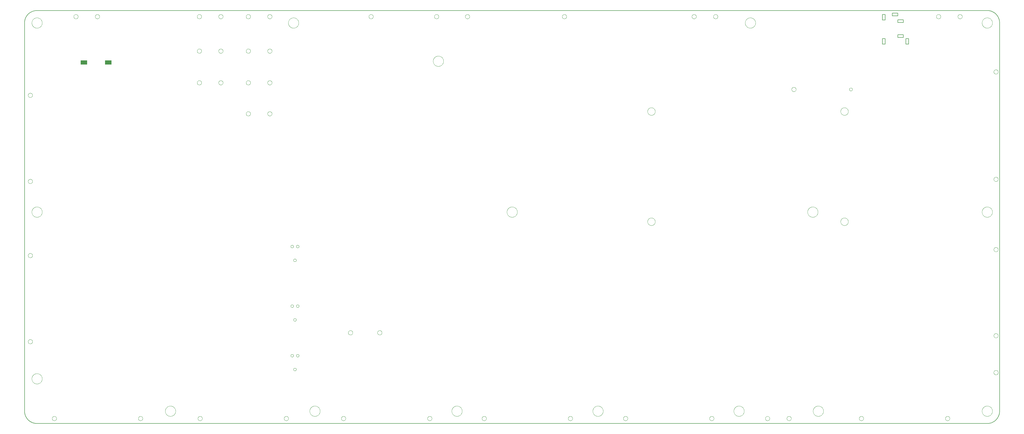
<source format=gbp>
G75*
%MOIN*%
%OFA0B0*%
%FSLAX25Y25*%
%IPPOS*%
%LPD*%
%AMOC8*
5,1,8,0,0,1.08239X$1,22.5*
%
%ADD10C,0.00500*%
%ADD11C,0.00000*%
%ADD12R,0.09449X0.06496*%
D10*
X0019800Y0001800D02*
X1397800Y0001800D01*
X1398235Y0001805D01*
X1398670Y0001821D01*
X1399104Y0001847D01*
X1399537Y0001884D01*
X1399970Y0001931D01*
X1400401Y0001989D01*
X1400830Y0002057D01*
X1401258Y0002135D01*
X1401684Y0002224D01*
X1402108Y0002323D01*
X1402529Y0002432D01*
X1402947Y0002552D01*
X1403362Y0002681D01*
X1403774Y0002820D01*
X1404183Y0002970D01*
X1404588Y0003129D01*
X1404989Y0003298D01*
X1405385Y0003476D01*
X1405777Y0003664D01*
X1406165Y0003862D01*
X1406548Y0004069D01*
X1406925Y0004285D01*
X1407298Y0004510D01*
X1407664Y0004744D01*
X1408025Y0004986D01*
X1408380Y0005238D01*
X1408729Y0005498D01*
X1409071Y0005766D01*
X1409407Y0006042D01*
X1409736Y0006327D01*
X1410058Y0006619D01*
X1410373Y0006919D01*
X1410681Y0007227D01*
X1410981Y0007542D01*
X1411273Y0007864D01*
X1411558Y0008193D01*
X1411834Y0008529D01*
X1412102Y0008871D01*
X1412362Y0009220D01*
X1412614Y0009575D01*
X1412856Y0009936D01*
X1413090Y0010302D01*
X1413315Y0010675D01*
X1413531Y0011052D01*
X1413738Y0011435D01*
X1413936Y0011823D01*
X1414124Y0012215D01*
X1414302Y0012611D01*
X1414471Y0013012D01*
X1414630Y0013417D01*
X1414780Y0013826D01*
X1414919Y0014238D01*
X1415048Y0014653D01*
X1415168Y0015071D01*
X1415277Y0015492D01*
X1415376Y0015916D01*
X1415465Y0016342D01*
X1415543Y0016770D01*
X1415611Y0017199D01*
X1415669Y0017630D01*
X1415716Y0018063D01*
X1415753Y0018496D01*
X1415779Y0018930D01*
X1415795Y0019365D01*
X1415800Y0019800D01*
X1415800Y0583300D01*
X1415795Y0583735D01*
X1415779Y0584170D01*
X1415753Y0584604D01*
X1415716Y0585037D01*
X1415669Y0585470D01*
X1415611Y0585901D01*
X1415543Y0586330D01*
X1415465Y0586758D01*
X1415376Y0587184D01*
X1415277Y0587608D01*
X1415168Y0588029D01*
X1415048Y0588447D01*
X1414919Y0588862D01*
X1414780Y0589274D01*
X1414630Y0589683D01*
X1414471Y0590088D01*
X1414302Y0590489D01*
X1414124Y0590885D01*
X1413936Y0591277D01*
X1413738Y0591665D01*
X1413531Y0592048D01*
X1413315Y0592425D01*
X1413090Y0592798D01*
X1412856Y0593164D01*
X1412614Y0593525D01*
X1412362Y0593880D01*
X1412102Y0594229D01*
X1411834Y0594571D01*
X1411558Y0594907D01*
X1411273Y0595236D01*
X1410981Y0595558D01*
X1410681Y0595873D01*
X1410373Y0596181D01*
X1410058Y0596481D01*
X1409736Y0596773D01*
X1409407Y0597058D01*
X1409071Y0597334D01*
X1408729Y0597602D01*
X1408380Y0597862D01*
X1408025Y0598114D01*
X1407664Y0598356D01*
X1407298Y0598590D01*
X1406925Y0598815D01*
X1406548Y0599031D01*
X1406165Y0599238D01*
X1405777Y0599436D01*
X1405385Y0599624D01*
X1404989Y0599802D01*
X1404588Y0599971D01*
X1404183Y0600130D01*
X1403774Y0600280D01*
X1403362Y0600419D01*
X1402947Y0600548D01*
X1402529Y0600668D01*
X1402108Y0600777D01*
X1401684Y0600876D01*
X1401258Y0600965D01*
X1400830Y0601043D01*
X1400401Y0601111D01*
X1399970Y0601169D01*
X1399537Y0601216D01*
X1399104Y0601253D01*
X1398670Y0601279D01*
X1398235Y0601295D01*
X1397800Y0601300D01*
X0019800Y0601300D01*
X0019365Y0601295D01*
X0018930Y0601279D01*
X0018496Y0601253D01*
X0018063Y0601216D01*
X0017630Y0601169D01*
X0017199Y0601111D01*
X0016770Y0601043D01*
X0016342Y0600965D01*
X0015916Y0600876D01*
X0015492Y0600777D01*
X0015071Y0600668D01*
X0014653Y0600548D01*
X0014238Y0600419D01*
X0013826Y0600280D01*
X0013417Y0600130D01*
X0013012Y0599971D01*
X0012611Y0599802D01*
X0012215Y0599624D01*
X0011823Y0599436D01*
X0011435Y0599238D01*
X0011052Y0599031D01*
X0010675Y0598815D01*
X0010302Y0598590D01*
X0009936Y0598356D01*
X0009575Y0598114D01*
X0009220Y0597862D01*
X0008871Y0597602D01*
X0008529Y0597334D01*
X0008193Y0597058D01*
X0007864Y0596773D01*
X0007542Y0596481D01*
X0007227Y0596181D01*
X0006919Y0595873D01*
X0006619Y0595558D01*
X0006327Y0595236D01*
X0006042Y0594907D01*
X0005766Y0594571D01*
X0005498Y0594229D01*
X0005238Y0593880D01*
X0004986Y0593525D01*
X0004744Y0593164D01*
X0004510Y0592798D01*
X0004285Y0592425D01*
X0004069Y0592048D01*
X0003862Y0591665D01*
X0003664Y0591277D01*
X0003476Y0590885D01*
X0003298Y0590489D01*
X0003129Y0590088D01*
X0002970Y0589683D01*
X0002820Y0589274D01*
X0002681Y0588862D01*
X0002552Y0588447D01*
X0002432Y0588029D01*
X0002323Y0587608D01*
X0002224Y0587184D01*
X0002135Y0586758D01*
X0002057Y0586330D01*
X0001989Y0585901D01*
X0001931Y0585470D01*
X0001884Y0585037D01*
X0001847Y0584604D01*
X0001821Y0584170D01*
X0001805Y0583735D01*
X0001800Y0583300D01*
X0001800Y0019800D01*
X0001805Y0019365D01*
X0001821Y0018930D01*
X0001847Y0018496D01*
X0001884Y0018063D01*
X0001931Y0017630D01*
X0001989Y0017199D01*
X0002057Y0016770D01*
X0002135Y0016342D01*
X0002224Y0015916D01*
X0002323Y0015492D01*
X0002432Y0015071D01*
X0002552Y0014653D01*
X0002681Y0014238D01*
X0002820Y0013826D01*
X0002970Y0013417D01*
X0003129Y0013012D01*
X0003298Y0012611D01*
X0003476Y0012215D01*
X0003664Y0011823D01*
X0003862Y0011435D01*
X0004069Y0011052D01*
X0004285Y0010675D01*
X0004510Y0010302D01*
X0004744Y0009936D01*
X0004986Y0009575D01*
X0005238Y0009220D01*
X0005498Y0008871D01*
X0005766Y0008529D01*
X0006042Y0008193D01*
X0006327Y0007864D01*
X0006619Y0007542D01*
X0006919Y0007227D01*
X0007227Y0006919D01*
X0007542Y0006619D01*
X0007864Y0006327D01*
X0008193Y0006042D01*
X0008529Y0005766D01*
X0008871Y0005498D01*
X0009220Y0005238D01*
X0009575Y0004986D01*
X0009936Y0004744D01*
X0010302Y0004510D01*
X0010675Y0004285D01*
X0011052Y0004069D01*
X0011435Y0003862D01*
X0011823Y0003664D01*
X0012215Y0003476D01*
X0012611Y0003298D01*
X0013012Y0003129D01*
X0013417Y0002970D01*
X0013826Y0002820D01*
X0014238Y0002681D01*
X0014653Y0002552D01*
X0015071Y0002432D01*
X0015492Y0002323D01*
X0015916Y0002224D01*
X0016342Y0002135D01*
X0016770Y0002057D01*
X0017199Y0001989D01*
X0017630Y0001931D01*
X0018063Y0001884D01*
X0018496Y0001847D01*
X0018930Y0001821D01*
X0019365Y0001805D01*
X0019800Y0001800D01*
X1245918Y0552509D02*
X1245918Y0560383D01*
X1249855Y0560383D01*
X1249855Y0552509D01*
X1245918Y0552509D01*
X1268162Y0562351D02*
X1268162Y0566288D01*
X1276036Y0566288D01*
X1276036Y0562351D01*
X1268162Y0562351D01*
X1279776Y0560383D02*
X1279776Y0552509D01*
X1283713Y0552509D01*
X1283713Y0560383D01*
X1279776Y0560383D01*
X1276036Y0584005D02*
X1268162Y0584005D01*
X1268162Y0587942D01*
X1276036Y0587942D01*
X1276036Y0584005D01*
X1268162Y0593454D02*
X1260288Y0593454D01*
X1260288Y0597391D01*
X1268162Y0597391D01*
X1268162Y0593454D01*
X1249855Y0595422D02*
X1249855Y0587548D01*
X1245918Y0587548D01*
X1245918Y0595422D01*
X1249855Y0595422D01*
D11*
X1324059Y0592493D02*
X1324061Y0592605D01*
X1324067Y0592716D01*
X1324077Y0592828D01*
X1324091Y0592939D01*
X1324108Y0593049D01*
X1324130Y0593159D01*
X1324156Y0593268D01*
X1324185Y0593376D01*
X1324218Y0593482D01*
X1324255Y0593588D01*
X1324296Y0593692D01*
X1324341Y0593795D01*
X1324389Y0593896D01*
X1324440Y0593995D01*
X1324495Y0594092D01*
X1324554Y0594187D01*
X1324615Y0594281D01*
X1324680Y0594372D01*
X1324749Y0594460D01*
X1324820Y0594546D01*
X1324894Y0594630D01*
X1324972Y0594710D01*
X1325052Y0594788D01*
X1325135Y0594864D01*
X1325220Y0594936D01*
X1325308Y0595005D01*
X1325398Y0595071D01*
X1325491Y0595133D01*
X1325586Y0595193D01*
X1325683Y0595249D01*
X1325781Y0595301D01*
X1325882Y0595350D01*
X1325984Y0595395D01*
X1326088Y0595437D01*
X1326193Y0595475D01*
X1326300Y0595509D01*
X1326407Y0595539D01*
X1326516Y0595566D01*
X1326625Y0595588D01*
X1326736Y0595607D01*
X1326846Y0595622D01*
X1326958Y0595633D01*
X1327069Y0595640D01*
X1327181Y0595643D01*
X1327293Y0595642D01*
X1327405Y0595637D01*
X1327516Y0595628D01*
X1327627Y0595615D01*
X1327738Y0595598D01*
X1327848Y0595578D01*
X1327957Y0595553D01*
X1328065Y0595525D01*
X1328172Y0595492D01*
X1328278Y0595456D01*
X1328382Y0595416D01*
X1328485Y0595373D01*
X1328587Y0595326D01*
X1328686Y0595275D01*
X1328784Y0595221D01*
X1328880Y0595163D01*
X1328974Y0595102D01*
X1329065Y0595038D01*
X1329154Y0594971D01*
X1329241Y0594900D01*
X1329325Y0594826D01*
X1329407Y0594750D01*
X1329485Y0594670D01*
X1329561Y0594588D01*
X1329634Y0594503D01*
X1329704Y0594416D01*
X1329770Y0594326D01*
X1329834Y0594234D01*
X1329894Y0594140D01*
X1329951Y0594044D01*
X1330004Y0593945D01*
X1330054Y0593845D01*
X1330100Y0593744D01*
X1330143Y0593640D01*
X1330182Y0593535D01*
X1330217Y0593429D01*
X1330248Y0593322D01*
X1330276Y0593213D01*
X1330299Y0593104D01*
X1330319Y0592994D01*
X1330335Y0592883D01*
X1330347Y0592772D01*
X1330355Y0592661D01*
X1330359Y0592549D01*
X1330359Y0592437D01*
X1330355Y0592325D01*
X1330347Y0592214D01*
X1330335Y0592103D01*
X1330319Y0591992D01*
X1330299Y0591882D01*
X1330276Y0591773D01*
X1330248Y0591664D01*
X1330217Y0591557D01*
X1330182Y0591451D01*
X1330143Y0591346D01*
X1330100Y0591242D01*
X1330054Y0591141D01*
X1330004Y0591041D01*
X1329951Y0590942D01*
X1329894Y0590846D01*
X1329834Y0590752D01*
X1329770Y0590660D01*
X1329704Y0590570D01*
X1329634Y0590483D01*
X1329561Y0590398D01*
X1329485Y0590316D01*
X1329407Y0590236D01*
X1329325Y0590160D01*
X1329241Y0590086D01*
X1329154Y0590015D01*
X1329065Y0589948D01*
X1328974Y0589884D01*
X1328880Y0589823D01*
X1328784Y0589765D01*
X1328686Y0589711D01*
X1328587Y0589660D01*
X1328485Y0589613D01*
X1328382Y0589570D01*
X1328278Y0589530D01*
X1328172Y0589494D01*
X1328065Y0589461D01*
X1327957Y0589433D01*
X1327848Y0589408D01*
X1327738Y0589388D01*
X1327627Y0589371D01*
X1327516Y0589358D01*
X1327405Y0589349D01*
X1327293Y0589344D01*
X1327181Y0589343D01*
X1327069Y0589346D01*
X1326958Y0589353D01*
X1326846Y0589364D01*
X1326736Y0589379D01*
X1326625Y0589398D01*
X1326516Y0589420D01*
X1326407Y0589447D01*
X1326300Y0589477D01*
X1326193Y0589511D01*
X1326088Y0589549D01*
X1325984Y0589591D01*
X1325882Y0589636D01*
X1325781Y0589685D01*
X1325683Y0589737D01*
X1325586Y0589793D01*
X1325491Y0589853D01*
X1325398Y0589915D01*
X1325308Y0589981D01*
X1325220Y0590050D01*
X1325135Y0590122D01*
X1325052Y0590198D01*
X1324972Y0590276D01*
X1324894Y0590356D01*
X1324820Y0590440D01*
X1324749Y0590526D01*
X1324680Y0590614D01*
X1324615Y0590705D01*
X1324554Y0590799D01*
X1324495Y0590894D01*
X1324440Y0590991D01*
X1324389Y0591090D01*
X1324341Y0591191D01*
X1324296Y0591294D01*
X1324255Y0591398D01*
X1324218Y0591504D01*
X1324185Y0591610D01*
X1324156Y0591718D01*
X1324130Y0591827D01*
X1324108Y0591937D01*
X1324091Y0592047D01*
X1324077Y0592158D01*
X1324067Y0592270D01*
X1324061Y0592381D01*
X1324059Y0592493D01*
X1355241Y0592493D02*
X1355243Y0592605D01*
X1355249Y0592716D01*
X1355259Y0592828D01*
X1355273Y0592939D01*
X1355290Y0593049D01*
X1355312Y0593159D01*
X1355338Y0593268D01*
X1355367Y0593376D01*
X1355400Y0593482D01*
X1355437Y0593588D01*
X1355478Y0593692D01*
X1355523Y0593795D01*
X1355571Y0593896D01*
X1355622Y0593995D01*
X1355677Y0594092D01*
X1355736Y0594187D01*
X1355797Y0594281D01*
X1355862Y0594372D01*
X1355931Y0594460D01*
X1356002Y0594546D01*
X1356076Y0594630D01*
X1356154Y0594710D01*
X1356234Y0594788D01*
X1356317Y0594864D01*
X1356402Y0594936D01*
X1356490Y0595005D01*
X1356580Y0595071D01*
X1356673Y0595133D01*
X1356768Y0595193D01*
X1356865Y0595249D01*
X1356963Y0595301D01*
X1357064Y0595350D01*
X1357166Y0595395D01*
X1357270Y0595437D01*
X1357375Y0595475D01*
X1357482Y0595509D01*
X1357589Y0595539D01*
X1357698Y0595566D01*
X1357807Y0595588D01*
X1357918Y0595607D01*
X1358028Y0595622D01*
X1358140Y0595633D01*
X1358251Y0595640D01*
X1358363Y0595643D01*
X1358475Y0595642D01*
X1358587Y0595637D01*
X1358698Y0595628D01*
X1358809Y0595615D01*
X1358920Y0595598D01*
X1359030Y0595578D01*
X1359139Y0595553D01*
X1359247Y0595525D01*
X1359354Y0595492D01*
X1359460Y0595456D01*
X1359564Y0595416D01*
X1359667Y0595373D01*
X1359769Y0595326D01*
X1359868Y0595275D01*
X1359966Y0595221D01*
X1360062Y0595163D01*
X1360156Y0595102D01*
X1360247Y0595038D01*
X1360336Y0594971D01*
X1360423Y0594900D01*
X1360507Y0594826D01*
X1360589Y0594750D01*
X1360667Y0594670D01*
X1360743Y0594588D01*
X1360816Y0594503D01*
X1360886Y0594416D01*
X1360952Y0594326D01*
X1361016Y0594234D01*
X1361076Y0594140D01*
X1361133Y0594044D01*
X1361186Y0593945D01*
X1361236Y0593845D01*
X1361282Y0593744D01*
X1361325Y0593640D01*
X1361364Y0593535D01*
X1361399Y0593429D01*
X1361430Y0593322D01*
X1361458Y0593213D01*
X1361481Y0593104D01*
X1361501Y0592994D01*
X1361517Y0592883D01*
X1361529Y0592772D01*
X1361537Y0592661D01*
X1361541Y0592549D01*
X1361541Y0592437D01*
X1361537Y0592325D01*
X1361529Y0592214D01*
X1361517Y0592103D01*
X1361501Y0591992D01*
X1361481Y0591882D01*
X1361458Y0591773D01*
X1361430Y0591664D01*
X1361399Y0591557D01*
X1361364Y0591451D01*
X1361325Y0591346D01*
X1361282Y0591242D01*
X1361236Y0591141D01*
X1361186Y0591041D01*
X1361133Y0590942D01*
X1361076Y0590846D01*
X1361016Y0590752D01*
X1360952Y0590660D01*
X1360886Y0590570D01*
X1360816Y0590483D01*
X1360743Y0590398D01*
X1360667Y0590316D01*
X1360589Y0590236D01*
X1360507Y0590160D01*
X1360423Y0590086D01*
X1360336Y0590015D01*
X1360247Y0589948D01*
X1360156Y0589884D01*
X1360062Y0589823D01*
X1359966Y0589765D01*
X1359868Y0589711D01*
X1359769Y0589660D01*
X1359667Y0589613D01*
X1359564Y0589570D01*
X1359460Y0589530D01*
X1359354Y0589494D01*
X1359247Y0589461D01*
X1359139Y0589433D01*
X1359030Y0589408D01*
X1358920Y0589388D01*
X1358809Y0589371D01*
X1358698Y0589358D01*
X1358587Y0589349D01*
X1358475Y0589344D01*
X1358363Y0589343D01*
X1358251Y0589346D01*
X1358140Y0589353D01*
X1358028Y0589364D01*
X1357918Y0589379D01*
X1357807Y0589398D01*
X1357698Y0589420D01*
X1357589Y0589447D01*
X1357482Y0589477D01*
X1357375Y0589511D01*
X1357270Y0589549D01*
X1357166Y0589591D01*
X1357064Y0589636D01*
X1356963Y0589685D01*
X1356865Y0589737D01*
X1356768Y0589793D01*
X1356673Y0589853D01*
X1356580Y0589915D01*
X1356490Y0589981D01*
X1356402Y0590050D01*
X1356317Y0590122D01*
X1356234Y0590198D01*
X1356154Y0590276D01*
X1356076Y0590356D01*
X1356002Y0590440D01*
X1355931Y0590526D01*
X1355862Y0590614D01*
X1355797Y0590705D01*
X1355736Y0590799D01*
X1355677Y0590894D01*
X1355622Y0590991D01*
X1355571Y0591090D01*
X1355523Y0591191D01*
X1355478Y0591294D01*
X1355437Y0591398D01*
X1355400Y0591504D01*
X1355367Y0591610D01*
X1355338Y0591718D01*
X1355312Y0591827D01*
X1355290Y0591937D01*
X1355273Y0592047D01*
X1355259Y0592158D01*
X1355249Y0592270D01*
X1355243Y0592381D01*
X1355241Y0592493D01*
X1390300Y0583300D02*
X1390302Y0583484D01*
X1390309Y0583668D01*
X1390320Y0583852D01*
X1390336Y0584035D01*
X1390356Y0584218D01*
X1390381Y0584400D01*
X1390410Y0584582D01*
X1390444Y0584763D01*
X1390482Y0584943D01*
X1390525Y0585122D01*
X1390572Y0585300D01*
X1390623Y0585477D01*
X1390679Y0585653D01*
X1390738Y0585827D01*
X1390803Y0585999D01*
X1390871Y0586170D01*
X1390943Y0586339D01*
X1391020Y0586507D01*
X1391101Y0586672D01*
X1391186Y0586835D01*
X1391274Y0586997D01*
X1391367Y0587156D01*
X1391464Y0587312D01*
X1391564Y0587467D01*
X1391668Y0587619D01*
X1391776Y0587768D01*
X1391887Y0587914D01*
X1392002Y0588058D01*
X1392121Y0588199D01*
X1392243Y0588337D01*
X1392368Y0588472D01*
X1392497Y0588603D01*
X1392628Y0588732D01*
X1392763Y0588857D01*
X1392901Y0588979D01*
X1393042Y0589098D01*
X1393186Y0589213D01*
X1393332Y0589324D01*
X1393481Y0589432D01*
X1393633Y0589536D01*
X1393788Y0589636D01*
X1393944Y0589733D01*
X1394103Y0589826D01*
X1394265Y0589914D01*
X1394428Y0589999D01*
X1394593Y0590080D01*
X1394761Y0590157D01*
X1394930Y0590229D01*
X1395101Y0590297D01*
X1395273Y0590362D01*
X1395447Y0590421D01*
X1395623Y0590477D01*
X1395800Y0590528D01*
X1395978Y0590575D01*
X1396157Y0590618D01*
X1396337Y0590656D01*
X1396518Y0590690D01*
X1396700Y0590719D01*
X1396882Y0590744D01*
X1397065Y0590764D01*
X1397248Y0590780D01*
X1397432Y0590791D01*
X1397616Y0590798D01*
X1397800Y0590800D01*
X1397984Y0590798D01*
X1398168Y0590791D01*
X1398352Y0590780D01*
X1398535Y0590764D01*
X1398718Y0590744D01*
X1398900Y0590719D01*
X1399082Y0590690D01*
X1399263Y0590656D01*
X1399443Y0590618D01*
X1399622Y0590575D01*
X1399800Y0590528D01*
X1399977Y0590477D01*
X1400153Y0590421D01*
X1400327Y0590362D01*
X1400499Y0590297D01*
X1400670Y0590229D01*
X1400839Y0590157D01*
X1401007Y0590080D01*
X1401172Y0589999D01*
X1401335Y0589914D01*
X1401497Y0589826D01*
X1401656Y0589733D01*
X1401812Y0589636D01*
X1401967Y0589536D01*
X1402119Y0589432D01*
X1402268Y0589324D01*
X1402414Y0589213D01*
X1402558Y0589098D01*
X1402699Y0588979D01*
X1402837Y0588857D01*
X1402972Y0588732D01*
X1403103Y0588603D01*
X1403232Y0588472D01*
X1403357Y0588337D01*
X1403479Y0588199D01*
X1403598Y0588058D01*
X1403713Y0587914D01*
X1403824Y0587768D01*
X1403932Y0587619D01*
X1404036Y0587467D01*
X1404136Y0587312D01*
X1404233Y0587156D01*
X1404326Y0586997D01*
X1404414Y0586835D01*
X1404499Y0586672D01*
X1404580Y0586507D01*
X1404657Y0586339D01*
X1404729Y0586170D01*
X1404797Y0585999D01*
X1404862Y0585827D01*
X1404921Y0585653D01*
X1404977Y0585477D01*
X1405028Y0585300D01*
X1405075Y0585122D01*
X1405118Y0584943D01*
X1405156Y0584763D01*
X1405190Y0584582D01*
X1405219Y0584400D01*
X1405244Y0584218D01*
X1405264Y0584035D01*
X1405280Y0583852D01*
X1405291Y0583668D01*
X1405298Y0583484D01*
X1405300Y0583300D01*
X1405298Y0583116D01*
X1405291Y0582932D01*
X1405280Y0582748D01*
X1405264Y0582565D01*
X1405244Y0582382D01*
X1405219Y0582200D01*
X1405190Y0582018D01*
X1405156Y0581837D01*
X1405118Y0581657D01*
X1405075Y0581478D01*
X1405028Y0581300D01*
X1404977Y0581123D01*
X1404921Y0580947D01*
X1404862Y0580773D01*
X1404797Y0580601D01*
X1404729Y0580430D01*
X1404657Y0580261D01*
X1404580Y0580093D01*
X1404499Y0579928D01*
X1404414Y0579765D01*
X1404326Y0579603D01*
X1404233Y0579444D01*
X1404136Y0579288D01*
X1404036Y0579133D01*
X1403932Y0578981D01*
X1403824Y0578832D01*
X1403713Y0578686D01*
X1403598Y0578542D01*
X1403479Y0578401D01*
X1403357Y0578263D01*
X1403232Y0578128D01*
X1403103Y0577997D01*
X1402972Y0577868D01*
X1402837Y0577743D01*
X1402699Y0577621D01*
X1402558Y0577502D01*
X1402414Y0577387D01*
X1402268Y0577276D01*
X1402119Y0577168D01*
X1401967Y0577064D01*
X1401812Y0576964D01*
X1401656Y0576867D01*
X1401497Y0576774D01*
X1401335Y0576686D01*
X1401172Y0576601D01*
X1401007Y0576520D01*
X1400839Y0576443D01*
X1400670Y0576371D01*
X1400499Y0576303D01*
X1400327Y0576238D01*
X1400153Y0576179D01*
X1399977Y0576123D01*
X1399800Y0576072D01*
X1399622Y0576025D01*
X1399443Y0575982D01*
X1399263Y0575944D01*
X1399082Y0575910D01*
X1398900Y0575881D01*
X1398718Y0575856D01*
X1398535Y0575836D01*
X1398352Y0575820D01*
X1398168Y0575809D01*
X1397984Y0575802D01*
X1397800Y0575800D01*
X1397616Y0575802D01*
X1397432Y0575809D01*
X1397248Y0575820D01*
X1397065Y0575836D01*
X1396882Y0575856D01*
X1396700Y0575881D01*
X1396518Y0575910D01*
X1396337Y0575944D01*
X1396157Y0575982D01*
X1395978Y0576025D01*
X1395800Y0576072D01*
X1395623Y0576123D01*
X1395447Y0576179D01*
X1395273Y0576238D01*
X1395101Y0576303D01*
X1394930Y0576371D01*
X1394761Y0576443D01*
X1394593Y0576520D01*
X1394428Y0576601D01*
X1394265Y0576686D01*
X1394103Y0576774D01*
X1393944Y0576867D01*
X1393788Y0576964D01*
X1393633Y0577064D01*
X1393481Y0577168D01*
X1393332Y0577276D01*
X1393186Y0577387D01*
X1393042Y0577502D01*
X1392901Y0577621D01*
X1392763Y0577743D01*
X1392628Y0577868D01*
X1392497Y0577997D01*
X1392368Y0578128D01*
X1392243Y0578263D01*
X1392121Y0578401D01*
X1392002Y0578542D01*
X1391887Y0578686D01*
X1391776Y0578832D01*
X1391668Y0578981D01*
X1391564Y0579133D01*
X1391464Y0579288D01*
X1391367Y0579444D01*
X1391274Y0579603D01*
X1391186Y0579765D01*
X1391101Y0579928D01*
X1391020Y0580093D01*
X1390943Y0580261D01*
X1390871Y0580430D01*
X1390803Y0580601D01*
X1390738Y0580773D01*
X1390679Y0580947D01*
X1390623Y0581123D01*
X1390572Y0581300D01*
X1390525Y0581478D01*
X1390482Y0581657D01*
X1390444Y0581837D01*
X1390410Y0582018D01*
X1390381Y0582200D01*
X1390356Y0582382D01*
X1390336Y0582565D01*
X1390320Y0582748D01*
X1390309Y0582932D01*
X1390302Y0583116D01*
X1390300Y0583300D01*
X1407343Y0512253D02*
X1407345Y0512365D01*
X1407351Y0512476D01*
X1407361Y0512588D01*
X1407375Y0512699D01*
X1407392Y0512809D01*
X1407414Y0512919D01*
X1407440Y0513028D01*
X1407469Y0513136D01*
X1407502Y0513242D01*
X1407539Y0513348D01*
X1407580Y0513452D01*
X1407625Y0513555D01*
X1407673Y0513656D01*
X1407724Y0513755D01*
X1407779Y0513852D01*
X1407838Y0513947D01*
X1407899Y0514041D01*
X1407964Y0514132D01*
X1408033Y0514220D01*
X1408104Y0514306D01*
X1408178Y0514390D01*
X1408256Y0514470D01*
X1408336Y0514548D01*
X1408419Y0514624D01*
X1408504Y0514696D01*
X1408592Y0514765D01*
X1408682Y0514831D01*
X1408775Y0514893D01*
X1408870Y0514953D01*
X1408967Y0515009D01*
X1409065Y0515061D01*
X1409166Y0515110D01*
X1409268Y0515155D01*
X1409372Y0515197D01*
X1409477Y0515235D01*
X1409584Y0515269D01*
X1409691Y0515299D01*
X1409800Y0515326D01*
X1409909Y0515348D01*
X1410020Y0515367D01*
X1410130Y0515382D01*
X1410242Y0515393D01*
X1410353Y0515400D01*
X1410465Y0515403D01*
X1410577Y0515402D01*
X1410689Y0515397D01*
X1410800Y0515388D01*
X1410911Y0515375D01*
X1411022Y0515358D01*
X1411132Y0515338D01*
X1411241Y0515313D01*
X1411349Y0515285D01*
X1411456Y0515252D01*
X1411562Y0515216D01*
X1411666Y0515176D01*
X1411769Y0515133D01*
X1411871Y0515086D01*
X1411970Y0515035D01*
X1412068Y0514981D01*
X1412164Y0514923D01*
X1412258Y0514862D01*
X1412349Y0514798D01*
X1412438Y0514731D01*
X1412525Y0514660D01*
X1412609Y0514586D01*
X1412691Y0514510D01*
X1412769Y0514430D01*
X1412845Y0514348D01*
X1412918Y0514263D01*
X1412988Y0514176D01*
X1413054Y0514086D01*
X1413118Y0513994D01*
X1413178Y0513900D01*
X1413235Y0513804D01*
X1413288Y0513705D01*
X1413338Y0513605D01*
X1413384Y0513504D01*
X1413427Y0513400D01*
X1413466Y0513295D01*
X1413501Y0513189D01*
X1413532Y0513082D01*
X1413560Y0512973D01*
X1413583Y0512864D01*
X1413603Y0512754D01*
X1413619Y0512643D01*
X1413631Y0512532D01*
X1413639Y0512421D01*
X1413643Y0512309D01*
X1413643Y0512197D01*
X1413639Y0512085D01*
X1413631Y0511974D01*
X1413619Y0511863D01*
X1413603Y0511752D01*
X1413583Y0511642D01*
X1413560Y0511533D01*
X1413532Y0511424D01*
X1413501Y0511317D01*
X1413466Y0511211D01*
X1413427Y0511106D01*
X1413384Y0511002D01*
X1413338Y0510901D01*
X1413288Y0510801D01*
X1413235Y0510702D01*
X1413178Y0510606D01*
X1413118Y0510512D01*
X1413054Y0510420D01*
X1412988Y0510330D01*
X1412918Y0510243D01*
X1412845Y0510158D01*
X1412769Y0510076D01*
X1412691Y0509996D01*
X1412609Y0509920D01*
X1412525Y0509846D01*
X1412438Y0509775D01*
X1412349Y0509708D01*
X1412258Y0509644D01*
X1412164Y0509583D01*
X1412068Y0509525D01*
X1411970Y0509471D01*
X1411871Y0509420D01*
X1411769Y0509373D01*
X1411666Y0509330D01*
X1411562Y0509290D01*
X1411456Y0509254D01*
X1411349Y0509221D01*
X1411241Y0509193D01*
X1411132Y0509168D01*
X1411022Y0509148D01*
X1410911Y0509131D01*
X1410800Y0509118D01*
X1410689Y0509109D01*
X1410577Y0509104D01*
X1410465Y0509103D01*
X1410353Y0509106D01*
X1410242Y0509113D01*
X1410130Y0509124D01*
X1410020Y0509139D01*
X1409909Y0509158D01*
X1409800Y0509180D01*
X1409691Y0509207D01*
X1409584Y0509237D01*
X1409477Y0509271D01*
X1409372Y0509309D01*
X1409268Y0509351D01*
X1409166Y0509396D01*
X1409065Y0509445D01*
X1408967Y0509497D01*
X1408870Y0509553D01*
X1408775Y0509613D01*
X1408682Y0509675D01*
X1408592Y0509741D01*
X1408504Y0509810D01*
X1408419Y0509882D01*
X1408336Y0509958D01*
X1408256Y0510036D01*
X1408178Y0510116D01*
X1408104Y0510200D01*
X1408033Y0510286D01*
X1407964Y0510374D01*
X1407899Y0510465D01*
X1407838Y0510559D01*
X1407779Y0510654D01*
X1407724Y0510751D01*
X1407673Y0510850D01*
X1407625Y0510951D01*
X1407580Y0511054D01*
X1407539Y0511158D01*
X1407502Y0511264D01*
X1407469Y0511370D01*
X1407440Y0511478D01*
X1407414Y0511587D01*
X1407392Y0511697D01*
X1407375Y0511807D01*
X1407361Y0511918D01*
X1407351Y0512030D01*
X1407345Y0512141D01*
X1407343Y0512253D01*
X1197911Y0486824D02*
X1197913Y0486917D01*
X1197919Y0487009D01*
X1197929Y0487101D01*
X1197943Y0487192D01*
X1197960Y0487283D01*
X1197982Y0487373D01*
X1198007Y0487462D01*
X1198036Y0487550D01*
X1198069Y0487636D01*
X1198106Y0487721D01*
X1198146Y0487805D01*
X1198190Y0487886D01*
X1198237Y0487966D01*
X1198287Y0488044D01*
X1198341Y0488119D01*
X1198398Y0488192D01*
X1198458Y0488262D01*
X1198521Y0488330D01*
X1198587Y0488395D01*
X1198655Y0488457D01*
X1198726Y0488517D01*
X1198800Y0488573D01*
X1198876Y0488626D01*
X1198954Y0488675D01*
X1199034Y0488722D01*
X1199116Y0488764D01*
X1199200Y0488804D01*
X1199285Y0488839D01*
X1199372Y0488871D01*
X1199460Y0488900D01*
X1199549Y0488924D01*
X1199639Y0488945D01*
X1199730Y0488961D01*
X1199822Y0488974D01*
X1199914Y0488983D01*
X1200007Y0488988D01*
X1200099Y0488989D01*
X1200192Y0488986D01*
X1200284Y0488979D01*
X1200376Y0488968D01*
X1200467Y0488953D01*
X1200558Y0488935D01*
X1200648Y0488912D01*
X1200736Y0488886D01*
X1200824Y0488856D01*
X1200910Y0488822D01*
X1200994Y0488785D01*
X1201077Y0488743D01*
X1201158Y0488699D01*
X1201238Y0488651D01*
X1201315Y0488600D01*
X1201389Y0488545D01*
X1201462Y0488487D01*
X1201532Y0488427D01*
X1201599Y0488363D01*
X1201663Y0488297D01*
X1201725Y0488227D01*
X1201783Y0488156D01*
X1201838Y0488082D01*
X1201890Y0488005D01*
X1201939Y0487926D01*
X1201985Y0487846D01*
X1202027Y0487763D01*
X1202065Y0487679D01*
X1202100Y0487593D01*
X1202131Y0487506D01*
X1202158Y0487418D01*
X1202181Y0487328D01*
X1202201Y0487238D01*
X1202217Y0487147D01*
X1202229Y0487055D01*
X1202237Y0486963D01*
X1202241Y0486870D01*
X1202241Y0486778D01*
X1202237Y0486685D01*
X1202229Y0486593D01*
X1202217Y0486501D01*
X1202201Y0486410D01*
X1202181Y0486320D01*
X1202158Y0486230D01*
X1202131Y0486142D01*
X1202100Y0486055D01*
X1202065Y0485969D01*
X1202027Y0485885D01*
X1201985Y0485802D01*
X1201939Y0485722D01*
X1201890Y0485643D01*
X1201838Y0485566D01*
X1201783Y0485492D01*
X1201725Y0485421D01*
X1201663Y0485351D01*
X1201599Y0485285D01*
X1201532Y0485221D01*
X1201462Y0485161D01*
X1201389Y0485103D01*
X1201315Y0485048D01*
X1201238Y0484997D01*
X1201159Y0484949D01*
X1201077Y0484905D01*
X1200994Y0484863D01*
X1200910Y0484826D01*
X1200824Y0484792D01*
X1200736Y0484762D01*
X1200648Y0484736D01*
X1200558Y0484713D01*
X1200467Y0484695D01*
X1200376Y0484680D01*
X1200284Y0484669D01*
X1200192Y0484662D01*
X1200099Y0484659D01*
X1200007Y0484660D01*
X1199914Y0484665D01*
X1199822Y0484674D01*
X1199730Y0484687D01*
X1199639Y0484703D01*
X1199549Y0484724D01*
X1199460Y0484748D01*
X1199372Y0484777D01*
X1199285Y0484809D01*
X1199200Y0484844D01*
X1199116Y0484884D01*
X1199034Y0484926D01*
X1198954Y0484973D01*
X1198876Y0485022D01*
X1198800Y0485075D01*
X1198726Y0485131D01*
X1198655Y0485191D01*
X1198587Y0485253D01*
X1198521Y0485318D01*
X1198458Y0485386D01*
X1198398Y0485456D01*
X1198341Y0485529D01*
X1198287Y0485604D01*
X1198237Y0485682D01*
X1198190Y0485762D01*
X1198146Y0485843D01*
X1198106Y0485927D01*
X1198069Y0486012D01*
X1198036Y0486098D01*
X1198007Y0486186D01*
X1197982Y0486275D01*
X1197960Y0486365D01*
X1197943Y0486456D01*
X1197929Y0486547D01*
X1197919Y0486639D01*
X1197913Y0486731D01*
X1197911Y0486824D01*
X1185288Y0454800D02*
X1185290Y0454948D01*
X1185296Y0455096D01*
X1185306Y0455244D01*
X1185320Y0455391D01*
X1185338Y0455538D01*
X1185359Y0455684D01*
X1185385Y0455830D01*
X1185415Y0455975D01*
X1185448Y0456119D01*
X1185486Y0456262D01*
X1185527Y0456404D01*
X1185572Y0456545D01*
X1185620Y0456685D01*
X1185673Y0456824D01*
X1185729Y0456961D01*
X1185789Y0457096D01*
X1185852Y0457230D01*
X1185919Y0457362D01*
X1185990Y0457492D01*
X1186064Y0457620D01*
X1186141Y0457746D01*
X1186222Y0457870D01*
X1186306Y0457992D01*
X1186393Y0458111D01*
X1186484Y0458228D01*
X1186578Y0458343D01*
X1186674Y0458455D01*
X1186774Y0458565D01*
X1186876Y0458671D01*
X1186982Y0458775D01*
X1187090Y0458876D01*
X1187201Y0458974D01*
X1187314Y0459070D01*
X1187430Y0459162D01*
X1187548Y0459251D01*
X1187669Y0459336D01*
X1187792Y0459419D01*
X1187917Y0459498D01*
X1188044Y0459574D01*
X1188173Y0459646D01*
X1188304Y0459715D01*
X1188437Y0459780D01*
X1188572Y0459841D01*
X1188708Y0459899D01*
X1188845Y0459954D01*
X1188984Y0460004D01*
X1189125Y0460051D01*
X1189266Y0460094D01*
X1189409Y0460134D01*
X1189553Y0460169D01*
X1189697Y0460201D01*
X1189843Y0460228D01*
X1189989Y0460252D01*
X1190136Y0460272D01*
X1190283Y0460288D01*
X1190430Y0460300D01*
X1190578Y0460308D01*
X1190726Y0460312D01*
X1190874Y0460312D01*
X1191022Y0460308D01*
X1191170Y0460300D01*
X1191317Y0460288D01*
X1191464Y0460272D01*
X1191611Y0460252D01*
X1191757Y0460228D01*
X1191903Y0460201D01*
X1192047Y0460169D01*
X1192191Y0460134D01*
X1192334Y0460094D01*
X1192475Y0460051D01*
X1192616Y0460004D01*
X1192755Y0459954D01*
X1192892Y0459899D01*
X1193028Y0459841D01*
X1193163Y0459780D01*
X1193296Y0459715D01*
X1193427Y0459646D01*
X1193556Y0459574D01*
X1193683Y0459498D01*
X1193808Y0459419D01*
X1193931Y0459336D01*
X1194052Y0459251D01*
X1194170Y0459162D01*
X1194286Y0459070D01*
X1194399Y0458974D01*
X1194510Y0458876D01*
X1194618Y0458775D01*
X1194724Y0458671D01*
X1194826Y0458565D01*
X1194926Y0458455D01*
X1195022Y0458343D01*
X1195116Y0458228D01*
X1195207Y0458111D01*
X1195294Y0457992D01*
X1195378Y0457870D01*
X1195459Y0457746D01*
X1195536Y0457620D01*
X1195610Y0457492D01*
X1195681Y0457362D01*
X1195748Y0457230D01*
X1195811Y0457096D01*
X1195871Y0456961D01*
X1195927Y0456824D01*
X1195980Y0456685D01*
X1196028Y0456545D01*
X1196073Y0456404D01*
X1196114Y0456262D01*
X1196152Y0456119D01*
X1196185Y0455975D01*
X1196215Y0455830D01*
X1196241Y0455684D01*
X1196262Y0455538D01*
X1196280Y0455391D01*
X1196294Y0455244D01*
X1196304Y0455096D01*
X1196310Y0454948D01*
X1196312Y0454800D01*
X1196310Y0454652D01*
X1196304Y0454504D01*
X1196294Y0454356D01*
X1196280Y0454209D01*
X1196262Y0454062D01*
X1196241Y0453916D01*
X1196215Y0453770D01*
X1196185Y0453625D01*
X1196152Y0453481D01*
X1196114Y0453338D01*
X1196073Y0453196D01*
X1196028Y0453055D01*
X1195980Y0452915D01*
X1195927Y0452776D01*
X1195871Y0452639D01*
X1195811Y0452504D01*
X1195748Y0452370D01*
X1195681Y0452238D01*
X1195610Y0452108D01*
X1195536Y0451980D01*
X1195459Y0451854D01*
X1195378Y0451730D01*
X1195294Y0451608D01*
X1195207Y0451489D01*
X1195116Y0451372D01*
X1195022Y0451257D01*
X1194926Y0451145D01*
X1194826Y0451035D01*
X1194724Y0450929D01*
X1194618Y0450825D01*
X1194510Y0450724D01*
X1194399Y0450626D01*
X1194286Y0450530D01*
X1194170Y0450438D01*
X1194052Y0450349D01*
X1193931Y0450264D01*
X1193808Y0450181D01*
X1193683Y0450102D01*
X1193556Y0450026D01*
X1193427Y0449954D01*
X1193296Y0449885D01*
X1193163Y0449820D01*
X1193028Y0449759D01*
X1192892Y0449701D01*
X1192755Y0449646D01*
X1192616Y0449596D01*
X1192475Y0449549D01*
X1192334Y0449506D01*
X1192191Y0449466D01*
X1192047Y0449431D01*
X1191903Y0449399D01*
X1191757Y0449372D01*
X1191611Y0449348D01*
X1191464Y0449328D01*
X1191317Y0449312D01*
X1191170Y0449300D01*
X1191022Y0449292D01*
X1190874Y0449288D01*
X1190726Y0449288D01*
X1190578Y0449292D01*
X1190430Y0449300D01*
X1190283Y0449312D01*
X1190136Y0449328D01*
X1189989Y0449348D01*
X1189843Y0449372D01*
X1189697Y0449399D01*
X1189553Y0449431D01*
X1189409Y0449466D01*
X1189266Y0449506D01*
X1189125Y0449549D01*
X1188984Y0449596D01*
X1188845Y0449646D01*
X1188708Y0449701D01*
X1188572Y0449759D01*
X1188437Y0449820D01*
X1188304Y0449885D01*
X1188173Y0449954D01*
X1188044Y0450026D01*
X1187917Y0450102D01*
X1187792Y0450181D01*
X1187669Y0450264D01*
X1187548Y0450349D01*
X1187430Y0450438D01*
X1187314Y0450530D01*
X1187201Y0450626D01*
X1187090Y0450724D01*
X1186982Y0450825D01*
X1186876Y0450929D01*
X1186774Y0451035D01*
X1186674Y0451145D01*
X1186578Y0451257D01*
X1186484Y0451372D01*
X1186393Y0451489D01*
X1186306Y0451608D01*
X1186222Y0451730D01*
X1186141Y0451854D01*
X1186064Y0451980D01*
X1185990Y0452108D01*
X1185919Y0452238D01*
X1185852Y0452370D01*
X1185789Y0452504D01*
X1185729Y0452639D01*
X1185673Y0452776D01*
X1185620Y0452915D01*
X1185572Y0453055D01*
X1185527Y0453196D01*
X1185486Y0453338D01*
X1185448Y0453481D01*
X1185415Y0453625D01*
X1185385Y0453770D01*
X1185359Y0453916D01*
X1185338Y0454062D01*
X1185320Y0454209D01*
X1185306Y0454356D01*
X1185296Y0454504D01*
X1185290Y0454652D01*
X1185288Y0454800D01*
X1114248Y0486824D02*
X1114250Y0486936D01*
X1114256Y0487047D01*
X1114266Y0487159D01*
X1114280Y0487270D01*
X1114297Y0487380D01*
X1114319Y0487490D01*
X1114345Y0487599D01*
X1114374Y0487707D01*
X1114407Y0487813D01*
X1114444Y0487919D01*
X1114485Y0488023D01*
X1114530Y0488126D01*
X1114578Y0488227D01*
X1114629Y0488326D01*
X1114684Y0488423D01*
X1114743Y0488518D01*
X1114804Y0488612D01*
X1114869Y0488703D01*
X1114938Y0488791D01*
X1115009Y0488877D01*
X1115083Y0488961D01*
X1115161Y0489041D01*
X1115241Y0489119D01*
X1115324Y0489195D01*
X1115409Y0489267D01*
X1115497Y0489336D01*
X1115587Y0489402D01*
X1115680Y0489464D01*
X1115775Y0489524D01*
X1115872Y0489580D01*
X1115970Y0489632D01*
X1116071Y0489681D01*
X1116173Y0489726D01*
X1116277Y0489768D01*
X1116382Y0489806D01*
X1116489Y0489840D01*
X1116596Y0489870D01*
X1116705Y0489897D01*
X1116814Y0489919D01*
X1116925Y0489938D01*
X1117035Y0489953D01*
X1117147Y0489964D01*
X1117258Y0489971D01*
X1117370Y0489974D01*
X1117482Y0489973D01*
X1117594Y0489968D01*
X1117705Y0489959D01*
X1117816Y0489946D01*
X1117927Y0489929D01*
X1118037Y0489909D01*
X1118146Y0489884D01*
X1118254Y0489856D01*
X1118361Y0489823D01*
X1118467Y0489787D01*
X1118571Y0489747D01*
X1118674Y0489704D01*
X1118776Y0489657D01*
X1118875Y0489606D01*
X1118973Y0489552D01*
X1119069Y0489494D01*
X1119163Y0489433D01*
X1119254Y0489369D01*
X1119343Y0489302D01*
X1119430Y0489231D01*
X1119514Y0489157D01*
X1119596Y0489081D01*
X1119674Y0489001D01*
X1119750Y0488919D01*
X1119823Y0488834D01*
X1119893Y0488747D01*
X1119959Y0488657D01*
X1120023Y0488565D01*
X1120083Y0488471D01*
X1120140Y0488375D01*
X1120193Y0488276D01*
X1120243Y0488176D01*
X1120289Y0488075D01*
X1120332Y0487971D01*
X1120371Y0487866D01*
X1120406Y0487760D01*
X1120437Y0487653D01*
X1120465Y0487544D01*
X1120488Y0487435D01*
X1120508Y0487325D01*
X1120524Y0487214D01*
X1120536Y0487103D01*
X1120544Y0486992D01*
X1120548Y0486880D01*
X1120548Y0486768D01*
X1120544Y0486656D01*
X1120536Y0486545D01*
X1120524Y0486434D01*
X1120508Y0486323D01*
X1120488Y0486213D01*
X1120465Y0486104D01*
X1120437Y0485995D01*
X1120406Y0485888D01*
X1120371Y0485782D01*
X1120332Y0485677D01*
X1120289Y0485573D01*
X1120243Y0485472D01*
X1120193Y0485372D01*
X1120140Y0485273D01*
X1120083Y0485177D01*
X1120023Y0485083D01*
X1119959Y0484991D01*
X1119893Y0484901D01*
X1119823Y0484814D01*
X1119750Y0484729D01*
X1119674Y0484647D01*
X1119596Y0484567D01*
X1119514Y0484491D01*
X1119430Y0484417D01*
X1119343Y0484346D01*
X1119254Y0484279D01*
X1119163Y0484215D01*
X1119069Y0484154D01*
X1118973Y0484096D01*
X1118875Y0484042D01*
X1118776Y0483991D01*
X1118674Y0483944D01*
X1118571Y0483901D01*
X1118467Y0483861D01*
X1118361Y0483825D01*
X1118254Y0483792D01*
X1118146Y0483764D01*
X1118037Y0483739D01*
X1117927Y0483719D01*
X1117816Y0483702D01*
X1117705Y0483689D01*
X1117594Y0483680D01*
X1117482Y0483675D01*
X1117370Y0483674D01*
X1117258Y0483677D01*
X1117147Y0483684D01*
X1117035Y0483695D01*
X1116925Y0483710D01*
X1116814Y0483729D01*
X1116705Y0483751D01*
X1116596Y0483778D01*
X1116489Y0483808D01*
X1116382Y0483842D01*
X1116277Y0483880D01*
X1116173Y0483922D01*
X1116071Y0483967D01*
X1115970Y0484016D01*
X1115872Y0484068D01*
X1115775Y0484124D01*
X1115680Y0484184D01*
X1115587Y0484246D01*
X1115497Y0484312D01*
X1115409Y0484381D01*
X1115324Y0484453D01*
X1115241Y0484529D01*
X1115161Y0484607D01*
X1115083Y0484687D01*
X1115009Y0484771D01*
X1114938Y0484857D01*
X1114869Y0484945D01*
X1114804Y0485036D01*
X1114743Y0485130D01*
X1114684Y0485225D01*
X1114629Y0485322D01*
X1114578Y0485421D01*
X1114530Y0485522D01*
X1114485Y0485625D01*
X1114444Y0485729D01*
X1114407Y0485835D01*
X1114374Y0485941D01*
X1114345Y0486049D01*
X1114319Y0486158D01*
X1114297Y0486268D01*
X1114280Y0486378D01*
X1114266Y0486489D01*
X1114256Y0486601D01*
X1114250Y0486712D01*
X1114248Y0486824D01*
X0905288Y0454800D02*
X0905290Y0454948D01*
X0905296Y0455096D01*
X0905306Y0455244D01*
X0905320Y0455391D01*
X0905338Y0455538D01*
X0905359Y0455684D01*
X0905385Y0455830D01*
X0905415Y0455975D01*
X0905448Y0456119D01*
X0905486Y0456262D01*
X0905527Y0456404D01*
X0905572Y0456545D01*
X0905620Y0456685D01*
X0905673Y0456824D01*
X0905729Y0456961D01*
X0905789Y0457096D01*
X0905852Y0457230D01*
X0905919Y0457362D01*
X0905990Y0457492D01*
X0906064Y0457620D01*
X0906141Y0457746D01*
X0906222Y0457870D01*
X0906306Y0457992D01*
X0906393Y0458111D01*
X0906484Y0458228D01*
X0906578Y0458343D01*
X0906674Y0458455D01*
X0906774Y0458565D01*
X0906876Y0458671D01*
X0906982Y0458775D01*
X0907090Y0458876D01*
X0907201Y0458974D01*
X0907314Y0459070D01*
X0907430Y0459162D01*
X0907548Y0459251D01*
X0907669Y0459336D01*
X0907792Y0459419D01*
X0907917Y0459498D01*
X0908044Y0459574D01*
X0908173Y0459646D01*
X0908304Y0459715D01*
X0908437Y0459780D01*
X0908572Y0459841D01*
X0908708Y0459899D01*
X0908845Y0459954D01*
X0908984Y0460004D01*
X0909125Y0460051D01*
X0909266Y0460094D01*
X0909409Y0460134D01*
X0909553Y0460169D01*
X0909697Y0460201D01*
X0909843Y0460228D01*
X0909989Y0460252D01*
X0910136Y0460272D01*
X0910283Y0460288D01*
X0910430Y0460300D01*
X0910578Y0460308D01*
X0910726Y0460312D01*
X0910874Y0460312D01*
X0911022Y0460308D01*
X0911170Y0460300D01*
X0911317Y0460288D01*
X0911464Y0460272D01*
X0911611Y0460252D01*
X0911757Y0460228D01*
X0911903Y0460201D01*
X0912047Y0460169D01*
X0912191Y0460134D01*
X0912334Y0460094D01*
X0912475Y0460051D01*
X0912616Y0460004D01*
X0912755Y0459954D01*
X0912892Y0459899D01*
X0913028Y0459841D01*
X0913163Y0459780D01*
X0913296Y0459715D01*
X0913427Y0459646D01*
X0913556Y0459574D01*
X0913683Y0459498D01*
X0913808Y0459419D01*
X0913931Y0459336D01*
X0914052Y0459251D01*
X0914170Y0459162D01*
X0914286Y0459070D01*
X0914399Y0458974D01*
X0914510Y0458876D01*
X0914618Y0458775D01*
X0914724Y0458671D01*
X0914826Y0458565D01*
X0914926Y0458455D01*
X0915022Y0458343D01*
X0915116Y0458228D01*
X0915207Y0458111D01*
X0915294Y0457992D01*
X0915378Y0457870D01*
X0915459Y0457746D01*
X0915536Y0457620D01*
X0915610Y0457492D01*
X0915681Y0457362D01*
X0915748Y0457230D01*
X0915811Y0457096D01*
X0915871Y0456961D01*
X0915927Y0456824D01*
X0915980Y0456685D01*
X0916028Y0456545D01*
X0916073Y0456404D01*
X0916114Y0456262D01*
X0916152Y0456119D01*
X0916185Y0455975D01*
X0916215Y0455830D01*
X0916241Y0455684D01*
X0916262Y0455538D01*
X0916280Y0455391D01*
X0916294Y0455244D01*
X0916304Y0455096D01*
X0916310Y0454948D01*
X0916312Y0454800D01*
X0916310Y0454652D01*
X0916304Y0454504D01*
X0916294Y0454356D01*
X0916280Y0454209D01*
X0916262Y0454062D01*
X0916241Y0453916D01*
X0916215Y0453770D01*
X0916185Y0453625D01*
X0916152Y0453481D01*
X0916114Y0453338D01*
X0916073Y0453196D01*
X0916028Y0453055D01*
X0915980Y0452915D01*
X0915927Y0452776D01*
X0915871Y0452639D01*
X0915811Y0452504D01*
X0915748Y0452370D01*
X0915681Y0452238D01*
X0915610Y0452108D01*
X0915536Y0451980D01*
X0915459Y0451854D01*
X0915378Y0451730D01*
X0915294Y0451608D01*
X0915207Y0451489D01*
X0915116Y0451372D01*
X0915022Y0451257D01*
X0914926Y0451145D01*
X0914826Y0451035D01*
X0914724Y0450929D01*
X0914618Y0450825D01*
X0914510Y0450724D01*
X0914399Y0450626D01*
X0914286Y0450530D01*
X0914170Y0450438D01*
X0914052Y0450349D01*
X0913931Y0450264D01*
X0913808Y0450181D01*
X0913683Y0450102D01*
X0913556Y0450026D01*
X0913427Y0449954D01*
X0913296Y0449885D01*
X0913163Y0449820D01*
X0913028Y0449759D01*
X0912892Y0449701D01*
X0912755Y0449646D01*
X0912616Y0449596D01*
X0912475Y0449549D01*
X0912334Y0449506D01*
X0912191Y0449466D01*
X0912047Y0449431D01*
X0911903Y0449399D01*
X0911757Y0449372D01*
X0911611Y0449348D01*
X0911464Y0449328D01*
X0911317Y0449312D01*
X0911170Y0449300D01*
X0911022Y0449292D01*
X0910874Y0449288D01*
X0910726Y0449288D01*
X0910578Y0449292D01*
X0910430Y0449300D01*
X0910283Y0449312D01*
X0910136Y0449328D01*
X0909989Y0449348D01*
X0909843Y0449372D01*
X0909697Y0449399D01*
X0909553Y0449431D01*
X0909409Y0449466D01*
X0909266Y0449506D01*
X0909125Y0449549D01*
X0908984Y0449596D01*
X0908845Y0449646D01*
X0908708Y0449701D01*
X0908572Y0449759D01*
X0908437Y0449820D01*
X0908304Y0449885D01*
X0908173Y0449954D01*
X0908044Y0450026D01*
X0907917Y0450102D01*
X0907792Y0450181D01*
X0907669Y0450264D01*
X0907548Y0450349D01*
X0907430Y0450438D01*
X0907314Y0450530D01*
X0907201Y0450626D01*
X0907090Y0450724D01*
X0906982Y0450825D01*
X0906876Y0450929D01*
X0906774Y0451035D01*
X0906674Y0451145D01*
X0906578Y0451257D01*
X0906484Y0451372D01*
X0906393Y0451489D01*
X0906306Y0451608D01*
X0906222Y0451730D01*
X0906141Y0451854D01*
X0906064Y0451980D01*
X0905990Y0452108D01*
X0905919Y0452238D01*
X0905852Y0452370D01*
X0905789Y0452504D01*
X0905729Y0452639D01*
X0905673Y0452776D01*
X0905620Y0452915D01*
X0905572Y0453055D01*
X0905527Y0453196D01*
X0905486Y0453338D01*
X0905448Y0453481D01*
X0905415Y0453625D01*
X0905385Y0453770D01*
X0905359Y0453916D01*
X0905338Y0454062D01*
X0905320Y0454209D01*
X0905306Y0454356D01*
X0905296Y0454504D01*
X0905290Y0454652D01*
X0905288Y0454800D01*
X1046800Y0583300D02*
X1046802Y0583484D01*
X1046809Y0583668D01*
X1046820Y0583852D01*
X1046836Y0584035D01*
X1046856Y0584218D01*
X1046881Y0584400D01*
X1046910Y0584582D01*
X1046944Y0584763D01*
X1046982Y0584943D01*
X1047025Y0585122D01*
X1047072Y0585300D01*
X1047123Y0585477D01*
X1047179Y0585653D01*
X1047238Y0585827D01*
X1047303Y0585999D01*
X1047371Y0586170D01*
X1047443Y0586339D01*
X1047520Y0586507D01*
X1047601Y0586672D01*
X1047686Y0586835D01*
X1047774Y0586997D01*
X1047867Y0587156D01*
X1047964Y0587312D01*
X1048064Y0587467D01*
X1048168Y0587619D01*
X1048276Y0587768D01*
X1048387Y0587914D01*
X1048502Y0588058D01*
X1048621Y0588199D01*
X1048743Y0588337D01*
X1048868Y0588472D01*
X1048997Y0588603D01*
X1049128Y0588732D01*
X1049263Y0588857D01*
X1049401Y0588979D01*
X1049542Y0589098D01*
X1049686Y0589213D01*
X1049832Y0589324D01*
X1049981Y0589432D01*
X1050133Y0589536D01*
X1050288Y0589636D01*
X1050444Y0589733D01*
X1050603Y0589826D01*
X1050765Y0589914D01*
X1050928Y0589999D01*
X1051093Y0590080D01*
X1051261Y0590157D01*
X1051430Y0590229D01*
X1051601Y0590297D01*
X1051773Y0590362D01*
X1051947Y0590421D01*
X1052123Y0590477D01*
X1052300Y0590528D01*
X1052478Y0590575D01*
X1052657Y0590618D01*
X1052837Y0590656D01*
X1053018Y0590690D01*
X1053200Y0590719D01*
X1053382Y0590744D01*
X1053565Y0590764D01*
X1053748Y0590780D01*
X1053932Y0590791D01*
X1054116Y0590798D01*
X1054300Y0590800D01*
X1054484Y0590798D01*
X1054668Y0590791D01*
X1054852Y0590780D01*
X1055035Y0590764D01*
X1055218Y0590744D01*
X1055400Y0590719D01*
X1055582Y0590690D01*
X1055763Y0590656D01*
X1055943Y0590618D01*
X1056122Y0590575D01*
X1056300Y0590528D01*
X1056477Y0590477D01*
X1056653Y0590421D01*
X1056827Y0590362D01*
X1056999Y0590297D01*
X1057170Y0590229D01*
X1057339Y0590157D01*
X1057507Y0590080D01*
X1057672Y0589999D01*
X1057835Y0589914D01*
X1057997Y0589826D01*
X1058156Y0589733D01*
X1058312Y0589636D01*
X1058467Y0589536D01*
X1058619Y0589432D01*
X1058768Y0589324D01*
X1058914Y0589213D01*
X1059058Y0589098D01*
X1059199Y0588979D01*
X1059337Y0588857D01*
X1059472Y0588732D01*
X1059603Y0588603D01*
X1059732Y0588472D01*
X1059857Y0588337D01*
X1059979Y0588199D01*
X1060098Y0588058D01*
X1060213Y0587914D01*
X1060324Y0587768D01*
X1060432Y0587619D01*
X1060536Y0587467D01*
X1060636Y0587312D01*
X1060733Y0587156D01*
X1060826Y0586997D01*
X1060914Y0586835D01*
X1060999Y0586672D01*
X1061080Y0586507D01*
X1061157Y0586339D01*
X1061229Y0586170D01*
X1061297Y0585999D01*
X1061362Y0585827D01*
X1061421Y0585653D01*
X1061477Y0585477D01*
X1061528Y0585300D01*
X1061575Y0585122D01*
X1061618Y0584943D01*
X1061656Y0584763D01*
X1061690Y0584582D01*
X1061719Y0584400D01*
X1061744Y0584218D01*
X1061764Y0584035D01*
X1061780Y0583852D01*
X1061791Y0583668D01*
X1061798Y0583484D01*
X1061800Y0583300D01*
X1061798Y0583116D01*
X1061791Y0582932D01*
X1061780Y0582748D01*
X1061764Y0582565D01*
X1061744Y0582382D01*
X1061719Y0582200D01*
X1061690Y0582018D01*
X1061656Y0581837D01*
X1061618Y0581657D01*
X1061575Y0581478D01*
X1061528Y0581300D01*
X1061477Y0581123D01*
X1061421Y0580947D01*
X1061362Y0580773D01*
X1061297Y0580601D01*
X1061229Y0580430D01*
X1061157Y0580261D01*
X1061080Y0580093D01*
X1060999Y0579928D01*
X1060914Y0579765D01*
X1060826Y0579603D01*
X1060733Y0579444D01*
X1060636Y0579288D01*
X1060536Y0579133D01*
X1060432Y0578981D01*
X1060324Y0578832D01*
X1060213Y0578686D01*
X1060098Y0578542D01*
X1059979Y0578401D01*
X1059857Y0578263D01*
X1059732Y0578128D01*
X1059603Y0577997D01*
X1059472Y0577868D01*
X1059337Y0577743D01*
X1059199Y0577621D01*
X1059058Y0577502D01*
X1058914Y0577387D01*
X1058768Y0577276D01*
X1058619Y0577168D01*
X1058467Y0577064D01*
X1058312Y0576964D01*
X1058156Y0576867D01*
X1057997Y0576774D01*
X1057835Y0576686D01*
X1057672Y0576601D01*
X1057507Y0576520D01*
X1057339Y0576443D01*
X1057170Y0576371D01*
X1056999Y0576303D01*
X1056827Y0576238D01*
X1056653Y0576179D01*
X1056477Y0576123D01*
X1056300Y0576072D01*
X1056122Y0576025D01*
X1055943Y0575982D01*
X1055763Y0575944D01*
X1055582Y0575910D01*
X1055400Y0575881D01*
X1055218Y0575856D01*
X1055035Y0575836D01*
X1054852Y0575820D01*
X1054668Y0575809D01*
X1054484Y0575802D01*
X1054300Y0575800D01*
X1054116Y0575802D01*
X1053932Y0575809D01*
X1053748Y0575820D01*
X1053565Y0575836D01*
X1053382Y0575856D01*
X1053200Y0575881D01*
X1053018Y0575910D01*
X1052837Y0575944D01*
X1052657Y0575982D01*
X1052478Y0576025D01*
X1052300Y0576072D01*
X1052123Y0576123D01*
X1051947Y0576179D01*
X1051773Y0576238D01*
X1051601Y0576303D01*
X1051430Y0576371D01*
X1051261Y0576443D01*
X1051093Y0576520D01*
X1050928Y0576601D01*
X1050765Y0576686D01*
X1050603Y0576774D01*
X1050444Y0576867D01*
X1050288Y0576964D01*
X1050133Y0577064D01*
X1049981Y0577168D01*
X1049832Y0577276D01*
X1049686Y0577387D01*
X1049542Y0577502D01*
X1049401Y0577621D01*
X1049263Y0577743D01*
X1049128Y0577868D01*
X1048997Y0577997D01*
X1048868Y0578128D01*
X1048743Y0578263D01*
X1048621Y0578401D01*
X1048502Y0578542D01*
X1048387Y0578686D01*
X1048276Y0578832D01*
X1048168Y0578981D01*
X1048064Y0579133D01*
X1047964Y0579288D01*
X1047867Y0579444D01*
X1047774Y0579603D01*
X1047686Y0579765D01*
X1047601Y0579928D01*
X1047520Y0580093D01*
X1047443Y0580261D01*
X1047371Y0580430D01*
X1047303Y0580601D01*
X1047238Y0580773D01*
X1047179Y0580947D01*
X1047123Y0581123D01*
X1047072Y0581300D01*
X1047025Y0581478D01*
X1046982Y0581657D01*
X1046944Y0581837D01*
X1046910Y0582018D01*
X1046881Y0582200D01*
X1046856Y0582382D01*
X1046836Y0582565D01*
X1046820Y0582748D01*
X1046809Y0582932D01*
X1046802Y0583116D01*
X1046800Y0583300D01*
X1000741Y0592493D02*
X1000743Y0592605D01*
X1000749Y0592716D01*
X1000759Y0592828D01*
X1000773Y0592939D01*
X1000790Y0593049D01*
X1000812Y0593159D01*
X1000838Y0593268D01*
X1000867Y0593376D01*
X1000900Y0593482D01*
X1000937Y0593588D01*
X1000978Y0593692D01*
X1001023Y0593795D01*
X1001071Y0593896D01*
X1001122Y0593995D01*
X1001177Y0594092D01*
X1001236Y0594187D01*
X1001297Y0594281D01*
X1001362Y0594372D01*
X1001431Y0594460D01*
X1001502Y0594546D01*
X1001576Y0594630D01*
X1001654Y0594710D01*
X1001734Y0594788D01*
X1001817Y0594864D01*
X1001902Y0594936D01*
X1001990Y0595005D01*
X1002080Y0595071D01*
X1002173Y0595133D01*
X1002268Y0595193D01*
X1002365Y0595249D01*
X1002463Y0595301D01*
X1002564Y0595350D01*
X1002666Y0595395D01*
X1002770Y0595437D01*
X1002875Y0595475D01*
X1002982Y0595509D01*
X1003089Y0595539D01*
X1003198Y0595566D01*
X1003307Y0595588D01*
X1003418Y0595607D01*
X1003528Y0595622D01*
X1003640Y0595633D01*
X1003751Y0595640D01*
X1003863Y0595643D01*
X1003975Y0595642D01*
X1004087Y0595637D01*
X1004198Y0595628D01*
X1004309Y0595615D01*
X1004420Y0595598D01*
X1004530Y0595578D01*
X1004639Y0595553D01*
X1004747Y0595525D01*
X1004854Y0595492D01*
X1004960Y0595456D01*
X1005064Y0595416D01*
X1005167Y0595373D01*
X1005269Y0595326D01*
X1005368Y0595275D01*
X1005466Y0595221D01*
X1005562Y0595163D01*
X1005656Y0595102D01*
X1005747Y0595038D01*
X1005836Y0594971D01*
X1005923Y0594900D01*
X1006007Y0594826D01*
X1006089Y0594750D01*
X1006167Y0594670D01*
X1006243Y0594588D01*
X1006316Y0594503D01*
X1006386Y0594416D01*
X1006452Y0594326D01*
X1006516Y0594234D01*
X1006576Y0594140D01*
X1006633Y0594044D01*
X1006686Y0593945D01*
X1006736Y0593845D01*
X1006782Y0593744D01*
X1006825Y0593640D01*
X1006864Y0593535D01*
X1006899Y0593429D01*
X1006930Y0593322D01*
X1006958Y0593213D01*
X1006981Y0593104D01*
X1007001Y0592994D01*
X1007017Y0592883D01*
X1007029Y0592772D01*
X1007037Y0592661D01*
X1007041Y0592549D01*
X1007041Y0592437D01*
X1007037Y0592325D01*
X1007029Y0592214D01*
X1007017Y0592103D01*
X1007001Y0591992D01*
X1006981Y0591882D01*
X1006958Y0591773D01*
X1006930Y0591664D01*
X1006899Y0591557D01*
X1006864Y0591451D01*
X1006825Y0591346D01*
X1006782Y0591242D01*
X1006736Y0591141D01*
X1006686Y0591041D01*
X1006633Y0590942D01*
X1006576Y0590846D01*
X1006516Y0590752D01*
X1006452Y0590660D01*
X1006386Y0590570D01*
X1006316Y0590483D01*
X1006243Y0590398D01*
X1006167Y0590316D01*
X1006089Y0590236D01*
X1006007Y0590160D01*
X1005923Y0590086D01*
X1005836Y0590015D01*
X1005747Y0589948D01*
X1005656Y0589884D01*
X1005562Y0589823D01*
X1005466Y0589765D01*
X1005368Y0589711D01*
X1005269Y0589660D01*
X1005167Y0589613D01*
X1005064Y0589570D01*
X1004960Y0589530D01*
X1004854Y0589494D01*
X1004747Y0589461D01*
X1004639Y0589433D01*
X1004530Y0589408D01*
X1004420Y0589388D01*
X1004309Y0589371D01*
X1004198Y0589358D01*
X1004087Y0589349D01*
X1003975Y0589344D01*
X1003863Y0589343D01*
X1003751Y0589346D01*
X1003640Y0589353D01*
X1003528Y0589364D01*
X1003418Y0589379D01*
X1003307Y0589398D01*
X1003198Y0589420D01*
X1003089Y0589447D01*
X1002982Y0589477D01*
X1002875Y0589511D01*
X1002770Y0589549D01*
X1002666Y0589591D01*
X1002564Y0589636D01*
X1002463Y0589685D01*
X1002365Y0589737D01*
X1002268Y0589793D01*
X1002173Y0589853D01*
X1002080Y0589915D01*
X1001990Y0589981D01*
X1001902Y0590050D01*
X1001817Y0590122D01*
X1001734Y0590198D01*
X1001654Y0590276D01*
X1001576Y0590356D01*
X1001502Y0590440D01*
X1001431Y0590526D01*
X1001362Y0590614D01*
X1001297Y0590705D01*
X1001236Y0590799D01*
X1001177Y0590894D01*
X1001122Y0590991D01*
X1001071Y0591090D01*
X1001023Y0591191D01*
X1000978Y0591294D01*
X1000937Y0591398D01*
X1000900Y0591504D01*
X1000867Y0591610D01*
X1000838Y0591718D01*
X1000812Y0591827D01*
X1000790Y0591937D01*
X1000773Y0592047D01*
X1000759Y0592158D01*
X1000749Y0592270D01*
X1000743Y0592381D01*
X1000741Y0592493D01*
X0969559Y0592493D02*
X0969561Y0592605D01*
X0969567Y0592716D01*
X0969577Y0592828D01*
X0969591Y0592939D01*
X0969608Y0593049D01*
X0969630Y0593159D01*
X0969656Y0593268D01*
X0969685Y0593376D01*
X0969718Y0593482D01*
X0969755Y0593588D01*
X0969796Y0593692D01*
X0969841Y0593795D01*
X0969889Y0593896D01*
X0969940Y0593995D01*
X0969995Y0594092D01*
X0970054Y0594187D01*
X0970115Y0594281D01*
X0970180Y0594372D01*
X0970249Y0594460D01*
X0970320Y0594546D01*
X0970394Y0594630D01*
X0970472Y0594710D01*
X0970552Y0594788D01*
X0970635Y0594864D01*
X0970720Y0594936D01*
X0970808Y0595005D01*
X0970898Y0595071D01*
X0970991Y0595133D01*
X0971086Y0595193D01*
X0971183Y0595249D01*
X0971281Y0595301D01*
X0971382Y0595350D01*
X0971484Y0595395D01*
X0971588Y0595437D01*
X0971693Y0595475D01*
X0971800Y0595509D01*
X0971907Y0595539D01*
X0972016Y0595566D01*
X0972125Y0595588D01*
X0972236Y0595607D01*
X0972346Y0595622D01*
X0972458Y0595633D01*
X0972569Y0595640D01*
X0972681Y0595643D01*
X0972793Y0595642D01*
X0972905Y0595637D01*
X0973016Y0595628D01*
X0973127Y0595615D01*
X0973238Y0595598D01*
X0973348Y0595578D01*
X0973457Y0595553D01*
X0973565Y0595525D01*
X0973672Y0595492D01*
X0973778Y0595456D01*
X0973882Y0595416D01*
X0973985Y0595373D01*
X0974087Y0595326D01*
X0974186Y0595275D01*
X0974284Y0595221D01*
X0974380Y0595163D01*
X0974474Y0595102D01*
X0974565Y0595038D01*
X0974654Y0594971D01*
X0974741Y0594900D01*
X0974825Y0594826D01*
X0974907Y0594750D01*
X0974985Y0594670D01*
X0975061Y0594588D01*
X0975134Y0594503D01*
X0975204Y0594416D01*
X0975270Y0594326D01*
X0975334Y0594234D01*
X0975394Y0594140D01*
X0975451Y0594044D01*
X0975504Y0593945D01*
X0975554Y0593845D01*
X0975600Y0593744D01*
X0975643Y0593640D01*
X0975682Y0593535D01*
X0975717Y0593429D01*
X0975748Y0593322D01*
X0975776Y0593213D01*
X0975799Y0593104D01*
X0975819Y0592994D01*
X0975835Y0592883D01*
X0975847Y0592772D01*
X0975855Y0592661D01*
X0975859Y0592549D01*
X0975859Y0592437D01*
X0975855Y0592325D01*
X0975847Y0592214D01*
X0975835Y0592103D01*
X0975819Y0591992D01*
X0975799Y0591882D01*
X0975776Y0591773D01*
X0975748Y0591664D01*
X0975717Y0591557D01*
X0975682Y0591451D01*
X0975643Y0591346D01*
X0975600Y0591242D01*
X0975554Y0591141D01*
X0975504Y0591041D01*
X0975451Y0590942D01*
X0975394Y0590846D01*
X0975334Y0590752D01*
X0975270Y0590660D01*
X0975204Y0590570D01*
X0975134Y0590483D01*
X0975061Y0590398D01*
X0974985Y0590316D01*
X0974907Y0590236D01*
X0974825Y0590160D01*
X0974741Y0590086D01*
X0974654Y0590015D01*
X0974565Y0589948D01*
X0974474Y0589884D01*
X0974380Y0589823D01*
X0974284Y0589765D01*
X0974186Y0589711D01*
X0974087Y0589660D01*
X0973985Y0589613D01*
X0973882Y0589570D01*
X0973778Y0589530D01*
X0973672Y0589494D01*
X0973565Y0589461D01*
X0973457Y0589433D01*
X0973348Y0589408D01*
X0973238Y0589388D01*
X0973127Y0589371D01*
X0973016Y0589358D01*
X0972905Y0589349D01*
X0972793Y0589344D01*
X0972681Y0589343D01*
X0972569Y0589346D01*
X0972458Y0589353D01*
X0972346Y0589364D01*
X0972236Y0589379D01*
X0972125Y0589398D01*
X0972016Y0589420D01*
X0971907Y0589447D01*
X0971800Y0589477D01*
X0971693Y0589511D01*
X0971588Y0589549D01*
X0971484Y0589591D01*
X0971382Y0589636D01*
X0971281Y0589685D01*
X0971183Y0589737D01*
X0971086Y0589793D01*
X0970991Y0589853D01*
X0970898Y0589915D01*
X0970808Y0589981D01*
X0970720Y0590050D01*
X0970635Y0590122D01*
X0970552Y0590198D01*
X0970472Y0590276D01*
X0970394Y0590356D01*
X0970320Y0590440D01*
X0970249Y0590526D01*
X0970180Y0590614D01*
X0970115Y0590705D01*
X0970054Y0590799D01*
X0969995Y0590894D01*
X0969940Y0590991D01*
X0969889Y0591090D01*
X0969841Y0591191D01*
X0969796Y0591294D01*
X0969755Y0591398D01*
X0969718Y0591504D01*
X0969685Y0591610D01*
X0969656Y0591718D01*
X0969630Y0591827D01*
X0969608Y0591937D01*
X0969591Y0592047D01*
X0969577Y0592158D01*
X0969567Y0592270D01*
X0969561Y0592381D01*
X0969559Y0592493D01*
X0781445Y0592493D02*
X0781447Y0592605D01*
X0781453Y0592716D01*
X0781463Y0592828D01*
X0781477Y0592939D01*
X0781494Y0593049D01*
X0781516Y0593159D01*
X0781542Y0593268D01*
X0781571Y0593376D01*
X0781604Y0593482D01*
X0781641Y0593588D01*
X0781682Y0593692D01*
X0781727Y0593795D01*
X0781775Y0593896D01*
X0781826Y0593995D01*
X0781881Y0594092D01*
X0781940Y0594187D01*
X0782001Y0594281D01*
X0782066Y0594372D01*
X0782135Y0594460D01*
X0782206Y0594546D01*
X0782280Y0594630D01*
X0782358Y0594710D01*
X0782438Y0594788D01*
X0782521Y0594864D01*
X0782606Y0594936D01*
X0782694Y0595005D01*
X0782784Y0595071D01*
X0782877Y0595133D01*
X0782972Y0595193D01*
X0783069Y0595249D01*
X0783167Y0595301D01*
X0783268Y0595350D01*
X0783370Y0595395D01*
X0783474Y0595437D01*
X0783579Y0595475D01*
X0783686Y0595509D01*
X0783793Y0595539D01*
X0783902Y0595566D01*
X0784011Y0595588D01*
X0784122Y0595607D01*
X0784232Y0595622D01*
X0784344Y0595633D01*
X0784455Y0595640D01*
X0784567Y0595643D01*
X0784679Y0595642D01*
X0784791Y0595637D01*
X0784902Y0595628D01*
X0785013Y0595615D01*
X0785124Y0595598D01*
X0785234Y0595578D01*
X0785343Y0595553D01*
X0785451Y0595525D01*
X0785558Y0595492D01*
X0785664Y0595456D01*
X0785768Y0595416D01*
X0785871Y0595373D01*
X0785973Y0595326D01*
X0786072Y0595275D01*
X0786170Y0595221D01*
X0786266Y0595163D01*
X0786360Y0595102D01*
X0786451Y0595038D01*
X0786540Y0594971D01*
X0786627Y0594900D01*
X0786711Y0594826D01*
X0786793Y0594750D01*
X0786871Y0594670D01*
X0786947Y0594588D01*
X0787020Y0594503D01*
X0787090Y0594416D01*
X0787156Y0594326D01*
X0787220Y0594234D01*
X0787280Y0594140D01*
X0787337Y0594044D01*
X0787390Y0593945D01*
X0787440Y0593845D01*
X0787486Y0593744D01*
X0787529Y0593640D01*
X0787568Y0593535D01*
X0787603Y0593429D01*
X0787634Y0593322D01*
X0787662Y0593213D01*
X0787685Y0593104D01*
X0787705Y0592994D01*
X0787721Y0592883D01*
X0787733Y0592772D01*
X0787741Y0592661D01*
X0787745Y0592549D01*
X0787745Y0592437D01*
X0787741Y0592325D01*
X0787733Y0592214D01*
X0787721Y0592103D01*
X0787705Y0591992D01*
X0787685Y0591882D01*
X0787662Y0591773D01*
X0787634Y0591664D01*
X0787603Y0591557D01*
X0787568Y0591451D01*
X0787529Y0591346D01*
X0787486Y0591242D01*
X0787440Y0591141D01*
X0787390Y0591041D01*
X0787337Y0590942D01*
X0787280Y0590846D01*
X0787220Y0590752D01*
X0787156Y0590660D01*
X0787090Y0590570D01*
X0787020Y0590483D01*
X0786947Y0590398D01*
X0786871Y0590316D01*
X0786793Y0590236D01*
X0786711Y0590160D01*
X0786627Y0590086D01*
X0786540Y0590015D01*
X0786451Y0589948D01*
X0786360Y0589884D01*
X0786266Y0589823D01*
X0786170Y0589765D01*
X0786072Y0589711D01*
X0785973Y0589660D01*
X0785871Y0589613D01*
X0785768Y0589570D01*
X0785664Y0589530D01*
X0785558Y0589494D01*
X0785451Y0589461D01*
X0785343Y0589433D01*
X0785234Y0589408D01*
X0785124Y0589388D01*
X0785013Y0589371D01*
X0784902Y0589358D01*
X0784791Y0589349D01*
X0784679Y0589344D01*
X0784567Y0589343D01*
X0784455Y0589346D01*
X0784344Y0589353D01*
X0784232Y0589364D01*
X0784122Y0589379D01*
X0784011Y0589398D01*
X0783902Y0589420D01*
X0783793Y0589447D01*
X0783686Y0589477D01*
X0783579Y0589511D01*
X0783474Y0589549D01*
X0783370Y0589591D01*
X0783268Y0589636D01*
X0783167Y0589685D01*
X0783069Y0589737D01*
X0782972Y0589793D01*
X0782877Y0589853D01*
X0782784Y0589915D01*
X0782694Y0589981D01*
X0782606Y0590050D01*
X0782521Y0590122D01*
X0782438Y0590198D01*
X0782358Y0590276D01*
X0782280Y0590356D01*
X0782206Y0590440D01*
X0782135Y0590526D01*
X0782066Y0590614D01*
X0782001Y0590705D01*
X0781940Y0590799D01*
X0781881Y0590894D01*
X0781826Y0590991D01*
X0781775Y0591090D01*
X0781727Y0591191D01*
X0781682Y0591294D01*
X0781641Y0591398D01*
X0781604Y0591504D01*
X0781571Y0591610D01*
X0781542Y0591718D01*
X0781516Y0591827D01*
X0781494Y0591937D01*
X0781477Y0592047D01*
X0781463Y0592158D01*
X0781453Y0592270D01*
X0781447Y0592381D01*
X0781445Y0592493D01*
X0640855Y0592493D02*
X0640857Y0592605D01*
X0640863Y0592716D01*
X0640873Y0592828D01*
X0640887Y0592939D01*
X0640904Y0593049D01*
X0640926Y0593159D01*
X0640952Y0593268D01*
X0640981Y0593376D01*
X0641014Y0593482D01*
X0641051Y0593588D01*
X0641092Y0593692D01*
X0641137Y0593795D01*
X0641185Y0593896D01*
X0641236Y0593995D01*
X0641291Y0594092D01*
X0641350Y0594187D01*
X0641411Y0594281D01*
X0641476Y0594372D01*
X0641545Y0594460D01*
X0641616Y0594546D01*
X0641690Y0594630D01*
X0641768Y0594710D01*
X0641848Y0594788D01*
X0641931Y0594864D01*
X0642016Y0594936D01*
X0642104Y0595005D01*
X0642194Y0595071D01*
X0642287Y0595133D01*
X0642382Y0595193D01*
X0642479Y0595249D01*
X0642577Y0595301D01*
X0642678Y0595350D01*
X0642780Y0595395D01*
X0642884Y0595437D01*
X0642989Y0595475D01*
X0643096Y0595509D01*
X0643203Y0595539D01*
X0643312Y0595566D01*
X0643421Y0595588D01*
X0643532Y0595607D01*
X0643642Y0595622D01*
X0643754Y0595633D01*
X0643865Y0595640D01*
X0643977Y0595643D01*
X0644089Y0595642D01*
X0644201Y0595637D01*
X0644312Y0595628D01*
X0644423Y0595615D01*
X0644534Y0595598D01*
X0644644Y0595578D01*
X0644753Y0595553D01*
X0644861Y0595525D01*
X0644968Y0595492D01*
X0645074Y0595456D01*
X0645178Y0595416D01*
X0645281Y0595373D01*
X0645383Y0595326D01*
X0645482Y0595275D01*
X0645580Y0595221D01*
X0645676Y0595163D01*
X0645770Y0595102D01*
X0645861Y0595038D01*
X0645950Y0594971D01*
X0646037Y0594900D01*
X0646121Y0594826D01*
X0646203Y0594750D01*
X0646281Y0594670D01*
X0646357Y0594588D01*
X0646430Y0594503D01*
X0646500Y0594416D01*
X0646566Y0594326D01*
X0646630Y0594234D01*
X0646690Y0594140D01*
X0646747Y0594044D01*
X0646800Y0593945D01*
X0646850Y0593845D01*
X0646896Y0593744D01*
X0646939Y0593640D01*
X0646978Y0593535D01*
X0647013Y0593429D01*
X0647044Y0593322D01*
X0647072Y0593213D01*
X0647095Y0593104D01*
X0647115Y0592994D01*
X0647131Y0592883D01*
X0647143Y0592772D01*
X0647151Y0592661D01*
X0647155Y0592549D01*
X0647155Y0592437D01*
X0647151Y0592325D01*
X0647143Y0592214D01*
X0647131Y0592103D01*
X0647115Y0591992D01*
X0647095Y0591882D01*
X0647072Y0591773D01*
X0647044Y0591664D01*
X0647013Y0591557D01*
X0646978Y0591451D01*
X0646939Y0591346D01*
X0646896Y0591242D01*
X0646850Y0591141D01*
X0646800Y0591041D01*
X0646747Y0590942D01*
X0646690Y0590846D01*
X0646630Y0590752D01*
X0646566Y0590660D01*
X0646500Y0590570D01*
X0646430Y0590483D01*
X0646357Y0590398D01*
X0646281Y0590316D01*
X0646203Y0590236D01*
X0646121Y0590160D01*
X0646037Y0590086D01*
X0645950Y0590015D01*
X0645861Y0589948D01*
X0645770Y0589884D01*
X0645676Y0589823D01*
X0645580Y0589765D01*
X0645482Y0589711D01*
X0645383Y0589660D01*
X0645281Y0589613D01*
X0645178Y0589570D01*
X0645074Y0589530D01*
X0644968Y0589494D01*
X0644861Y0589461D01*
X0644753Y0589433D01*
X0644644Y0589408D01*
X0644534Y0589388D01*
X0644423Y0589371D01*
X0644312Y0589358D01*
X0644201Y0589349D01*
X0644089Y0589344D01*
X0643977Y0589343D01*
X0643865Y0589346D01*
X0643754Y0589353D01*
X0643642Y0589364D01*
X0643532Y0589379D01*
X0643421Y0589398D01*
X0643312Y0589420D01*
X0643203Y0589447D01*
X0643096Y0589477D01*
X0642989Y0589511D01*
X0642884Y0589549D01*
X0642780Y0589591D01*
X0642678Y0589636D01*
X0642577Y0589685D01*
X0642479Y0589737D01*
X0642382Y0589793D01*
X0642287Y0589853D01*
X0642194Y0589915D01*
X0642104Y0589981D01*
X0642016Y0590050D01*
X0641931Y0590122D01*
X0641848Y0590198D01*
X0641768Y0590276D01*
X0641690Y0590356D01*
X0641616Y0590440D01*
X0641545Y0590526D01*
X0641476Y0590614D01*
X0641411Y0590705D01*
X0641350Y0590799D01*
X0641291Y0590894D01*
X0641236Y0590991D01*
X0641185Y0591090D01*
X0641137Y0591191D01*
X0641092Y0591294D01*
X0641051Y0591398D01*
X0641014Y0591504D01*
X0640981Y0591610D01*
X0640952Y0591718D01*
X0640926Y0591827D01*
X0640904Y0591937D01*
X0640887Y0592047D01*
X0640873Y0592158D01*
X0640863Y0592270D01*
X0640857Y0592381D01*
X0640855Y0592493D01*
X0596059Y0592493D02*
X0596061Y0592605D01*
X0596067Y0592716D01*
X0596077Y0592828D01*
X0596091Y0592939D01*
X0596108Y0593049D01*
X0596130Y0593159D01*
X0596156Y0593268D01*
X0596185Y0593376D01*
X0596218Y0593482D01*
X0596255Y0593588D01*
X0596296Y0593692D01*
X0596341Y0593795D01*
X0596389Y0593896D01*
X0596440Y0593995D01*
X0596495Y0594092D01*
X0596554Y0594187D01*
X0596615Y0594281D01*
X0596680Y0594372D01*
X0596749Y0594460D01*
X0596820Y0594546D01*
X0596894Y0594630D01*
X0596972Y0594710D01*
X0597052Y0594788D01*
X0597135Y0594864D01*
X0597220Y0594936D01*
X0597308Y0595005D01*
X0597398Y0595071D01*
X0597491Y0595133D01*
X0597586Y0595193D01*
X0597683Y0595249D01*
X0597781Y0595301D01*
X0597882Y0595350D01*
X0597984Y0595395D01*
X0598088Y0595437D01*
X0598193Y0595475D01*
X0598300Y0595509D01*
X0598407Y0595539D01*
X0598516Y0595566D01*
X0598625Y0595588D01*
X0598736Y0595607D01*
X0598846Y0595622D01*
X0598958Y0595633D01*
X0599069Y0595640D01*
X0599181Y0595643D01*
X0599293Y0595642D01*
X0599405Y0595637D01*
X0599516Y0595628D01*
X0599627Y0595615D01*
X0599738Y0595598D01*
X0599848Y0595578D01*
X0599957Y0595553D01*
X0600065Y0595525D01*
X0600172Y0595492D01*
X0600278Y0595456D01*
X0600382Y0595416D01*
X0600485Y0595373D01*
X0600587Y0595326D01*
X0600686Y0595275D01*
X0600784Y0595221D01*
X0600880Y0595163D01*
X0600974Y0595102D01*
X0601065Y0595038D01*
X0601154Y0594971D01*
X0601241Y0594900D01*
X0601325Y0594826D01*
X0601407Y0594750D01*
X0601485Y0594670D01*
X0601561Y0594588D01*
X0601634Y0594503D01*
X0601704Y0594416D01*
X0601770Y0594326D01*
X0601834Y0594234D01*
X0601894Y0594140D01*
X0601951Y0594044D01*
X0602004Y0593945D01*
X0602054Y0593845D01*
X0602100Y0593744D01*
X0602143Y0593640D01*
X0602182Y0593535D01*
X0602217Y0593429D01*
X0602248Y0593322D01*
X0602276Y0593213D01*
X0602299Y0593104D01*
X0602319Y0592994D01*
X0602335Y0592883D01*
X0602347Y0592772D01*
X0602355Y0592661D01*
X0602359Y0592549D01*
X0602359Y0592437D01*
X0602355Y0592325D01*
X0602347Y0592214D01*
X0602335Y0592103D01*
X0602319Y0591992D01*
X0602299Y0591882D01*
X0602276Y0591773D01*
X0602248Y0591664D01*
X0602217Y0591557D01*
X0602182Y0591451D01*
X0602143Y0591346D01*
X0602100Y0591242D01*
X0602054Y0591141D01*
X0602004Y0591041D01*
X0601951Y0590942D01*
X0601894Y0590846D01*
X0601834Y0590752D01*
X0601770Y0590660D01*
X0601704Y0590570D01*
X0601634Y0590483D01*
X0601561Y0590398D01*
X0601485Y0590316D01*
X0601407Y0590236D01*
X0601325Y0590160D01*
X0601241Y0590086D01*
X0601154Y0590015D01*
X0601065Y0589948D01*
X0600974Y0589884D01*
X0600880Y0589823D01*
X0600784Y0589765D01*
X0600686Y0589711D01*
X0600587Y0589660D01*
X0600485Y0589613D01*
X0600382Y0589570D01*
X0600278Y0589530D01*
X0600172Y0589494D01*
X0600065Y0589461D01*
X0599957Y0589433D01*
X0599848Y0589408D01*
X0599738Y0589388D01*
X0599627Y0589371D01*
X0599516Y0589358D01*
X0599405Y0589349D01*
X0599293Y0589344D01*
X0599181Y0589343D01*
X0599069Y0589346D01*
X0598958Y0589353D01*
X0598846Y0589364D01*
X0598736Y0589379D01*
X0598625Y0589398D01*
X0598516Y0589420D01*
X0598407Y0589447D01*
X0598300Y0589477D01*
X0598193Y0589511D01*
X0598088Y0589549D01*
X0597984Y0589591D01*
X0597882Y0589636D01*
X0597781Y0589685D01*
X0597683Y0589737D01*
X0597586Y0589793D01*
X0597491Y0589853D01*
X0597398Y0589915D01*
X0597308Y0589981D01*
X0597220Y0590050D01*
X0597135Y0590122D01*
X0597052Y0590198D01*
X0596972Y0590276D01*
X0596894Y0590356D01*
X0596820Y0590440D01*
X0596749Y0590526D01*
X0596680Y0590614D01*
X0596615Y0590705D01*
X0596554Y0590799D01*
X0596495Y0590894D01*
X0596440Y0590991D01*
X0596389Y0591090D01*
X0596341Y0591191D01*
X0596296Y0591294D01*
X0596255Y0591398D01*
X0596218Y0591504D01*
X0596185Y0591610D01*
X0596156Y0591718D01*
X0596130Y0591827D01*
X0596108Y0591937D01*
X0596091Y0592047D01*
X0596077Y0592158D01*
X0596067Y0592270D01*
X0596061Y0592381D01*
X0596059Y0592493D01*
X0501059Y0592493D02*
X0501061Y0592605D01*
X0501067Y0592716D01*
X0501077Y0592828D01*
X0501091Y0592939D01*
X0501108Y0593049D01*
X0501130Y0593159D01*
X0501156Y0593268D01*
X0501185Y0593376D01*
X0501218Y0593482D01*
X0501255Y0593588D01*
X0501296Y0593692D01*
X0501341Y0593795D01*
X0501389Y0593896D01*
X0501440Y0593995D01*
X0501495Y0594092D01*
X0501554Y0594187D01*
X0501615Y0594281D01*
X0501680Y0594372D01*
X0501749Y0594460D01*
X0501820Y0594546D01*
X0501894Y0594630D01*
X0501972Y0594710D01*
X0502052Y0594788D01*
X0502135Y0594864D01*
X0502220Y0594936D01*
X0502308Y0595005D01*
X0502398Y0595071D01*
X0502491Y0595133D01*
X0502586Y0595193D01*
X0502683Y0595249D01*
X0502781Y0595301D01*
X0502882Y0595350D01*
X0502984Y0595395D01*
X0503088Y0595437D01*
X0503193Y0595475D01*
X0503300Y0595509D01*
X0503407Y0595539D01*
X0503516Y0595566D01*
X0503625Y0595588D01*
X0503736Y0595607D01*
X0503846Y0595622D01*
X0503958Y0595633D01*
X0504069Y0595640D01*
X0504181Y0595643D01*
X0504293Y0595642D01*
X0504405Y0595637D01*
X0504516Y0595628D01*
X0504627Y0595615D01*
X0504738Y0595598D01*
X0504848Y0595578D01*
X0504957Y0595553D01*
X0505065Y0595525D01*
X0505172Y0595492D01*
X0505278Y0595456D01*
X0505382Y0595416D01*
X0505485Y0595373D01*
X0505587Y0595326D01*
X0505686Y0595275D01*
X0505784Y0595221D01*
X0505880Y0595163D01*
X0505974Y0595102D01*
X0506065Y0595038D01*
X0506154Y0594971D01*
X0506241Y0594900D01*
X0506325Y0594826D01*
X0506407Y0594750D01*
X0506485Y0594670D01*
X0506561Y0594588D01*
X0506634Y0594503D01*
X0506704Y0594416D01*
X0506770Y0594326D01*
X0506834Y0594234D01*
X0506894Y0594140D01*
X0506951Y0594044D01*
X0507004Y0593945D01*
X0507054Y0593845D01*
X0507100Y0593744D01*
X0507143Y0593640D01*
X0507182Y0593535D01*
X0507217Y0593429D01*
X0507248Y0593322D01*
X0507276Y0593213D01*
X0507299Y0593104D01*
X0507319Y0592994D01*
X0507335Y0592883D01*
X0507347Y0592772D01*
X0507355Y0592661D01*
X0507359Y0592549D01*
X0507359Y0592437D01*
X0507355Y0592325D01*
X0507347Y0592214D01*
X0507335Y0592103D01*
X0507319Y0591992D01*
X0507299Y0591882D01*
X0507276Y0591773D01*
X0507248Y0591664D01*
X0507217Y0591557D01*
X0507182Y0591451D01*
X0507143Y0591346D01*
X0507100Y0591242D01*
X0507054Y0591141D01*
X0507004Y0591041D01*
X0506951Y0590942D01*
X0506894Y0590846D01*
X0506834Y0590752D01*
X0506770Y0590660D01*
X0506704Y0590570D01*
X0506634Y0590483D01*
X0506561Y0590398D01*
X0506485Y0590316D01*
X0506407Y0590236D01*
X0506325Y0590160D01*
X0506241Y0590086D01*
X0506154Y0590015D01*
X0506065Y0589948D01*
X0505974Y0589884D01*
X0505880Y0589823D01*
X0505784Y0589765D01*
X0505686Y0589711D01*
X0505587Y0589660D01*
X0505485Y0589613D01*
X0505382Y0589570D01*
X0505278Y0589530D01*
X0505172Y0589494D01*
X0505065Y0589461D01*
X0504957Y0589433D01*
X0504848Y0589408D01*
X0504738Y0589388D01*
X0504627Y0589371D01*
X0504516Y0589358D01*
X0504405Y0589349D01*
X0504293Y0589344D01*
X0504181Y0589343D01*
X0504069Y0589346D01*
X0503958Y0589353D01*
X0503846Y0589364D01*
X0503736Y0589379D01*
X0503625Y0589398D01*
X0503516Y0589420D01*
X0503407Y0589447D01*
X0503300Y0589477D01*
X0503193Y0589511D01*
X0503088Y0589549D01*
X0502984Y0589591D01*
X0502882Y0589636D01*
X0502781Y0589685D01*
X0502683Y0589737D01*
X0502586Y0589793D01*
X0502491Y0589853D01*
X0502398Y0589915D01*
X0502308Y0589981D01*
X0502220Y0590050D01*
X0502135Y0590122D01*
X0502052Y0590198D01*
X0501972Y0590276D01*
X0501894Y0590356D01*
X0501820Y0590440D01*
X0501749Y0590526D01*
X0501680Y0590614D01*
X0501615Y0590705D01*
X0501554Y0590799D01*
X0501495Y0590894D01*
X0501440Y0590991D01*
X0501389Y0591090D01*
X0501341Y0591191D01*
X0501296Y0591294D01*
X0501255Y0591398D01*
X0501218Y0591504D01*
X0501185Y0591610D01*
X0501156Y0591718D01*
X0501130Y0591827D01*
X0501108Y0591937D01*
X0501091Y0592047D01*
X0501077Y0592158D01*
X0501067Y0592270D01*
X0501061Y0592381D01*
X0501059Y0592493D01*
X0384300Y0583300D02*
X0384302Y0583484D01*
X0384309Y0583668D01*
X0384320Y0583852D01*
X0384336Y0584035D01*
X0384356Y0584218D01*
X0384381Y0584400D01*
X0384410Y0584582D01*
X0384444Y0584763D01*
X0384482Y0584943D01*
X0384525Y0585122D01*
X0384572Y0585300D01*
X0384623Y0585477D01*
X0384679Y0585653D01*
X0384738Y0585827D01*
X0384803Y0585999D01*
X0384871Y0586170D01*
X0384943Y0586339D01*
X0385020Y0586507D01*
X0385101Y0586672D01*
X0385186Y0586835D01*
X0385274Y0586997D01*
X0385367Y0587156D01*
X0385464Y0587312D01*
X0385564Y0587467D01*
X0385668Y0587619D01*
X0385776Y0587768D01*
X0385887Y0587914D01*
X0386002Y0588058D01*
X0386121Y0588199D01*
X0386243Y0588337D01*
X0386368Y0588472D01*
X0386497Y0588603D01*
X0386628Y0588732D01*
X0386763Y0588857D01*
X0386901Y0588979D01*
X0387042Y0589098D01*
X0387186Y0589213D01*
X0387332Y0589324D01*
X0387481Y0589432D01*
X0387633Y0589536D01*
X0387788Y0589636D01*
X0387944Y0589733D01*
X0388103Y0589826D01*
X0388265Y0589914D01*
X0388428Y0589999D01*
X0388593Y0590080D01*
X0388761Y0590157D01*
X0388930Y0590229D01*
X0389101Y0590297D01*
X0389273Y0590362D01*
X0389447Y0590421D01*
X0389623Y0590477D01*
X0389800Y0590528D01*
X0389978Y0590575D01*
X0390157Y0590618D01*
X0390337Y0590656D01*
X0390518Y0590690D01*
X0390700Y0590719D01*
X0390882Y0590744D01*
X0391065Y0590764D01*
X0391248Y0590780D01*
X0391432Y0590791D01*
X0391616Y0590798D01*
X0391800Y0590800D01*
X0391984Y0590798D01*
X0392168Y0590791D01*
X0392352Y0590780D01*
X0392535Y0590764D01*
X0392718Y0590744D01*
X0392900Y0590719D01*
X0393082Y0590690D01*
X0393263Y0590656D01*
X0393443Y0590618D01*
X0393622Y0590575D01*
X0393800Y0590528D01*
X0393977Y0590477D01*
X0394153Y0590421D01*
X0394327Y0590362D01*
X0394499Y0590297D01*
X0394670Y0590229D01*
X0394839Y0590157D01*
X0395007Y0590080D01*
X0395172Y0589999D01*
X0395335Y0589914D01*
X0395497Y0589826D01*
X0395656Y0589733D01*
X0395812Y0589636D01*
X0395967Y0589536D01*
X0396119Y0589432D01*
X0396268Y0589324D01*
X0396414Y0589213D01*
X0396558Y0589098D01*
X0396699Y0588979D01*
X0396837Y0588857D01*
X0396972Y0588732D01*
X0397103Y0588603D01*
X0397232Y0588472D01*
X0397357Y0588337D01*
X0397479Y0588199D01*
X0397598Y0588058D01*
X0397713Y0587914D01*
X0397824Y0587768D01*
X0397932Y0587619D01*
X0398036Y0587467D01*
X0398136Y0587312D01*
X0398233Y0587156D01*
X0398326Y0586997D01*
X0398414Y0586835D01*
X0398499Y0586672D01*
X0398580Y0586507D01*
X0398657Y0586339D01*
X0398729Y0586170D01*
X0398797Y0585999D01*
X0398862Y0585827D01*
X0398921Y0585653D01*
X0398977Y0585477D01*
X0399028Y0585300D01*
X0399075Y0585122D01*
X0399118Y0584943D01*
X0399156Y0584763D01*
X0399190Y0584582D01*
X0399219Y0584400D01*
X0399244Y0584218D01*
X0399264Y0584035D01*
X0399280Y0583852D01*
X0399291Y0583668D01*
X0399298Y0583484D01*
X0399300Y0583300D01*
X0399298Y0583116D01*
X0399291Y0582932D01*
X0399280Y0582748D01*
X0399264Y0582565D01*
X0399244Y0582382D01*
X0399219Y0582200D01*
X0399190Y0582018D01*
X0399156Y0581837D01*
X0399118Y0581657D01*
X0399075Y0581478D01*
X0399028Y0581300D01*
X0398977Y0581123D01*
X0398921Y0580947D01*
X0398862Y0580773D01*
X0398797Y0580601D01*
X0398729Y0580430D01*
X0398657Y0580261D01*
X0398580Y0580093D01*
X0398499Y0579928D01*
X0398414Y0579765D01*
X0398326Y0579603D01*
X0398233Y0579444D01*
X0398136Y0579288D01*
X0398036Y0579133D01*
X0397932Y0578981D01*
X0397824Y0578832D01*
X0397713Y0578686D01*
X0397598Y0578542D01*
X0397479Y0578401D01*
X0397357Y0578263D01*
X0397232Y0578128D01*
X0397103Y0577997D01*
X0396972Y0577868D01*
X0396837Y0577743D01*
X0396699Y0577621D01*
X0396558Y0577502D01*
X0396414Y0577387D01*
X0396268Y0577276D01*
X0396119Y0577168D01*
X0395967Y0577064D01*
X0395812Y0576964D01*
X0395656Y0576867D01*
X0395497Y0576774D01*
X0395335Y0576686D01*
X0395172Y0576601D01*
X0395007Y0576520D01*
X0394839Y0576443D01*
X0394670Y0576371D01*
X0394499Y0576303D01*
X0394327Y0576238D01*
X0394153Y0576179D01*
X0393977Y0576123D01*
X0393800Y0576072D01*
X0393622Y0576025D01*
X0393443Y0575982D01*
X0393263Y0575944D01*
X0393082Y0575910D01*
X0392900Y0575881D01*
X0392718Y0575856D01*
X0392535Y0575836D01*
X0392352Y0575820D01*
X0392168Y0575809D01*
X0391984Y0575802D01*
X0391800Y0575800D01*
X0391616Y0575802D01*
X0391432Y0575809D01*
X0391248Y0575820D01*
X0391065Y0575836D01*
X0390882Y0575856D01*
X0390700Y0575881D01*
X0390518Y0575910D01*
X0390337Y0575944D01*
X0390157Y0575982D01*
X0389978Y0576025D01*
X0389800Y0576072D01*
X0389623Y0576123D01*
X0389447Y0576179D01*
X0389273Y0576238D01*
X0389101Y0576303D01*
X0388930Y0576371D01*
X0388761Y0576443D01*
X0388593Y0576520D01*
X0388428Y0576601D01*
X0388265Y0576686D01*
X0388103Y0576774D01*
X0387944Y0576867D01*
X0387788Y0576964D01*
X0387633Y0577064D01*
X0387481Y0577168D01*
X0387332Y0577276D01*
X0387186Y0577387D01*
X0387042Y0577502D01*
X0386901Y0577621D01*
X0386763Y0577743D01*
X0386628Y0577868D01*
X0386497Y0577997D01*
X0386368Y0578128D01*
X0386243Y0578263D01*
X0386121Y0578401D01*
X0386002Y0578542D01*
X0385887Y0578686D01*
X0385776Y0578832D01*
X0385668Y0578981D01*
X0385564Y0579133D01*
X0385464Y0579288D01*
X0385367Y0579444D01*
X0385274Y0579603D01*
X0385186Y0579765D01*
X0385101Y0579928D01*
X0385020Y0580093D01*
X0384943Y0580261D01*
X0384871Y0580430D01*
X0384803Y0580601D01*
X0384738Y0580773D01*
X0384679Y0580947D01*
X0384623Y0581123D01*
X0384572Y0581300D01*
X0384525Y0581478D01*
X0384482Y0581657D01*
X0384444Y0581837D01*
X0384410Y0582018D01*
X0384381Y0582200D01*
X0384356Y0582382D01*
X0384336Y0582565D01*
X0384320Y0582748D01*
X0384309Y0582932D01*
X0384302Y0583116D01*
X0384300Y0583300D01*
X0354241Y0592493D02*
X0354243Y0592605D01*
X0354249Y0592716D01*
X0354259Y0592828D01*
X0354273Y0592939D01*
X0354290Y0593049D01*
X0354312Y0593159D01*
X0354338Y0593268D01*
X0354367Y0593376D01*
X0354400Y0593482D01*
X0354437Y0593588D01*
X0354478Y0593692D01*
X0354523Y0593795D01*
X0354571Y0593896D01*
X0354622Y0593995D01*
X0354677Y0594092D01*
X0354736Y0594187D01*
X0354797Y0594281D01*
X0354862Y0594372D01*
X0354931Y0594460D01*
X0355002Y0594546D01*
X0355076Y0594630D01*
X0355154Y0594710D01*
X0355234Y0594788D01*
X0355317Y0594864D01*
X0355402Y0594936D01*
X0355490Y0595005D01*
X0355580Y0595071D01*
X0355673Y0595133D01*
X0355768Y0595193D01*
X0355865Y0595249D01*
X0355963Y0595301D01*
X0356064Y0595350D01*
X0356166Y0595395D01*
X0356270Y0595437D01*
X0356375Y0595475D01*
X0356482Y0595509D01*
X0356589Y0595539D01*
X0356698Y0595566D01*
X0356807Y0595588D01*
X0356918Y0595607D01*
X0357028Y0595622D01*
X0357140Y0595633D01*
X0357251Y0595640D01*
X0357363Y0595643D01*
X0357475Y0595642D01*
X0357587Y0595637D01*
X0357698Y0595628D01*
X0357809Y0595615D01*
X0357920Y0595598D01*
X0358030Y0595578D01*
X0358139Y0595553D01*
X0358247Y0595525D01*
X0358354Y0595492D01*
X0358460Y0595456D01*
X0358564Y0595416D01*
X0358667Y0595373D01*
X0358769Y0595326D01*
X0358868Y0595275D01*
X0358966Y0595221D01*
X0359062Y0595163D01*
X0359156Y0595102D01*
X0359247Y0595038D01*
X0359336Y0594971D01*
X0359423Y0594900D01*
X0359507Y0594826D01*
X0359589Y0594750D01*
X0359667Y0594670D01*
X0359743Y0594588D01*
X0359816Y0594503D01*
X0359886Y0594416D01*
X0359952Y0594326D01*
X0360016Y0594234D01*
X0360076Y0594140D01*
X0360133Y0594044D01*
X0360186Y0593945D01*
X0360236Y0593845D01*
X0360282Y0593744D01*
X0360325Y0593640D01*
X0360364Y0593535D01*
X0360399Y0593429D01*
X0360430Y0593322D01*
X0360458Y0593213D01*
X0360481Y0593104D01*
X0360501Y0592994D01*
X0360517Y0592883D01*
X0360529Y0592772D01*
X0360537Y0592661D01*
X0360541Y0592549D01*
X0360541Y0592437D01*
X0360537Y0592325D01*
X0360529Y0592214D01*
X0360517Y0592103D01*
X0360501Y0591992D01*
X0360481Y0591882D01*
X0360458Y0591773D01*
X0360430Y0591664D01*
X0360399Y0591557D01*
X0360364Y0591451D01*
X0360325Y0591346D01*
X0360282Y0591242D01*
X0360236Y0591141D01*
X0360186Y0591041D01*
X0360133Y0590942D01*
X0360076Y0590846D01*
X0360016Y0590752D01*
X0359952Y0590660D01*
X0359886Y0590570D01*
X0359816Y0590483D01*
X0359743Y0590398D01*
X0359667Y0590316D01*
X0359589Y0590236D01*
X0359507Y0590160D01*
X0359423Y0590086D01*
X0359336Y0590015D01*
X0359247Y0589948D01*
X0359156Y0589884D01*
X0359062Y0589823D01*
X0358966Y0589765D01*
X0358868Y0589711D01*
X0358769Y0589660D01*
X0358667Y0589613D01*
X0358564Y0589570D01*
X0358460Y0589530D01*
X0358354Y0589494D01*
X0358247Y0589461D01*
X0358139Y0589433D01*
X0358030Y0589408D01*
X0357920Y0589388D01*
X0357809Y0589371D01*
X0357698Y0589358D01*
X0357587Y0589349D01*
X0357475Y0589344D01*
X0357363Y0589343D01*
X0357251Y0589346D01*
X0357140Y0589353D01*
X0357028Y0589364D01*
X0356918Y0589379D01*
X0356807Y0589398D01*
X0356698Y0589420D01*
X0356589Y0589447D01*
X0356482Y0589477D01*
X0356375Y0589511D01*
X0356270Y0589549D01*
X0356166Y0589591D01*
X0356064Y0589636D01*
X0355963Y0589685D01*
X0355865Y0589737D01*
X0355768Y0589793D01*
X0355673Y0589853D01*
X0355580Y0589915D01*
X0355490Y0589981D01*
X0355402Y0590050D01*
X0355317Y0590122D01*
X0355234Y0590198D01*
X0355154Y0590276D01*
X0355076Y0590356D01*
X0355002Y0590440D01*
X0354931Y0590526D01*
X0354862Y0590614D01*
X0354797Y0590705D01*
X0354736Y0590799D01*
X0354677Y0590894D01*
X0354622Y0590991D01*
X0354571Y0591090D01*
X0354523Y0591191D01*
X0354478Y0591294D01*
X0354437Y0591398D01*
X0354400Y0591504D01*
X0354367Y0591610D01*
X0354338Y0591718D01*
X0354312Y0591827D01*
X0354290Y0591937D01*
X0354273Y0592047D01*
X0354259Y0592158D01*
X0354249Y0592270D01*
X0354243Y0592381D01*
X0354241Y0592493D01*
X0323059Y0592493D02*
X0323061Y0592605D01*
X0323067Y0592716D01*
X0323077Y0592828D01*
X0323091Y0592939D01*
X0323108Y0593049D01*
X0323130Y0593159D01*
X0323156Y0593268D01*
X0323185Y0593376D01*
X0323218Y0593482D01*
X0323255Y0593588D01*
X0323296Y0593692D01*
X0323341Y0593795D01*
X0323389Y0593896D01*
X0323440Y0593995D01*
X0323495Y0594092D01*
X0323554Y0594187D01*
X0323615Y0594281D01*
X0323680Y0594372D01*
X0323749Y0594460D01*
X0323820Y0594546D01*
X0323894Y0594630D01*
X0323972Y0594710D01*
X0324052Y0594788D01*
X0324135Y0594864D01*
X0324220Y0594936D01*
X0324308Y0595005D01*
X0324398Y0595071D01*
X0324491Y0595133D01*
X0324586Y0595193D01*
X0324683Y0595249D01*
X0324781Y0595301D01*
X0324882Y0595350D01*
X0324984Y0595395D01*
X0325088Y0595437D01*
X0325193Y0595475D01*
X0325300Y0595509D01*
X0325407Y0595539D01*
X0325516Y0595566D01*
X0325625Y0595588D01*
X0325736Y0595607D01*
X0325846Y0595622D01*
X0325958Y0595633D01*
X0326069Y0595640D01*
X0326181Y0595643D01*
X0326293Y0595642D01*
X0326405Y0595637D01*
X0326516Y0595628D01*
X0326627Y0595615D01*
X0326738Y0595598D01*
X0326848Y0595578D01*
X0326957Y0595553D01*
X0327065Y0595525D01*
X0327172Y0595492D01*
X0327278Y0595456D01*
X0327382Y0595416D01*
X0327485Y0595373D01*
X0327587Y0595326D01*
X0327686Y0595275D01*
X0327784Y0595221D01*
X0327880Y0595163D01*
X0327974Y0595102D01*
X0328065Y0595038D01*
X0328154Y0594971D01*
X0328241Y0594900D01*
X0328325Y0594826D01*
X0328407Y0594750D01*
X0328485Y0594670D01*
X0328561Y0594588D01*
X0328634Y0594503D01*
X0328704Y0594416D01*
X0328770Y0594326D01*
X0328834Y0594234D01*
X0328894Y0594140D01*
X0328951Y0594044D01*
X0329004Y0593945D01*
X0329054Y0593845D01*
X0329100Y0593744D01*
X0329143Y0593640D01*
X0329182Y0593535D01*
X0329217Y0593429D01*
X0329248Y0593322D01*
X0329276Y0593213D01*
X0329299Y0593104D01*
X0329319Y0592994D01*
X0329335Y0592883D01*
X0329347Y0592772D01*
X0329355Y0592661D01*
X0329359Y0592549D01*
X0329359Y0592437D01*
X0329355Y0592325D01*
X0329347Y0592214D01*
X0329335Y0592103D01*
X0329319Y0591992D01*
X0329299Y0591882D01*
X0329276Y0591773D01*
X0329248Y0591664D01*
X0329217Y0591557D01*
X0329182Y0591451D01*
X0329143Y0591346D01*
X0329100Y0591242D01*
X0329054Y0591141D01*
X0329004Y0591041D01*
X0328951Y0590942D01*
X0328894Y0590846D01*
X0328834Y0590752D01*
X0328770Y0590660D01*
X0328704Y0590570D01*
X0328634Y0590483D01*
X0328561Y0590398D01*
X0328485Y0590316D01*
X0328407Y0590236D01*
X0328325Y0590160D01*
X0328241Y0590086D01*
X0328154Y0590015D01*
X0328065Y0589948D01*
X0327974Y0589884D01*
X0327880Y0589823D01*
X0327784Y0589765D01*
X0327686Y0589711D01*
X0327587Y0589660D01*
X0327485Y0589613D01*
X0327382Y0589570D01*
X0327278Y0589530D01*
X0327172Y0589494D01*
X0327065Y0589461D01*
X0326957Y0589433D01*
X0326848Y0589408D01*
X0326738Y0589388D01*
X0326627Y0589371D01*
X0326516Y0589358D01*
X0326405Y0589349D01*
X0326293Y0589344D01*
X0326181Y0589343D01*
X0326069Y0589346D01*
X0325958Y0589353D01*
X0325846Y0589364D01*
X0325736Y0589379D01*
X0325625Y0589398D01*
X0325516Y0589420D01*
X0325407Y0589447D01*
X0325300Y0589477D01*
X0325193Y0589511D01*
X0325088Y0589549D01*
X0324984Y0589591D01*
X0324882Y0589636D01*
X0324781Y0589685D01*
X0324683Y0589737D01*
X0324586Y0589793D01*
X0324491Y0589853D01*
X0324398Y0589915D01*
X0324308Y0589981D01*
X0324220Y0590050D01*
X0324135Y0590122D01*
X0324052Y0590198D01*
X0323972Y0590276D01*
X0323894Y0590356D01*
X0323820Y0590440D01*
X0323749Y0590526D01*
X0323680Y0590614D01*
X0323615Y0590705D01*
X0323554Y0590799D01*
X0323495Y0590894D01*
X0323440Y0590991D01*
X0323389Y0591090D01*
X0323341Y0591191D01*
X0323296Y0591294D01*
X0323255Y0591398D01*
X0323218Y0591504D01*
X0323185Y0591610D01*
X0323156Y0591718D01*
X0323130Y0591827D01*
X0323108Y0591937D01*
X0323091Y0592047D01*
X0323077Y0592158D01*
X0323067Y0592270D01*
X0323061Y0592381D01*
X0323059Y0592493D01*
X0283241Y0592493D02*
X0283243Y0592605D01*
X0283249Y0592716D01*
X0283259Y0592828D01*
X0283273Y0592939D01*
X0283290Y0593049D01*
X0283312Y0593159D01*
X0283338Y0593268D01*
X0283367Y0593376D01*
X0283400Y0593482D01*
X0283437Y0593588D01*
X0283478Y0593692D01*
X0283523Y0593795D01*
X0283571Y0593896D01*
X0283622Y0593995D01*
X0283677Y0594092D01*
X0283736Y0594187D01*
X0283797Y0594281D01*
X0283862Y0594372D01*
X0283931Y0594460D01*
X0284002Y0594546D01*
X0284076Y0594630D01*
X0284154Y0594710D01*
X0284234Y0594788D01*
X0284317Y0594864D01*
X0284402Y0594936D01*
X0284490Y0595005D01*
X0284580Y0595071D01*
X0284673Y0595133D01*
X0284768Y0595193D01*
X0284865Y0595249D01*
X0284963Y0595301D01*
X0285064Y0595350D01*
X0285166Y0595395D01*
X0285270Y0595437D01*
X0285375Y0595475D01*
X0285482Y0595509D01*
X0285589Y0595539D01*
X0285698Y0595566D01*
X0285807Y0595588D01*
X0285918Y0595607D01*
X0286028Y0595622D01*
X0286140Y0595633D01*
X0286251Y0595640D01*
X0286363Y0595643D01*
X0286475Y0595642D01*
X0286587Y0595637D01*
X0286698Y0595628D01*
X0286809Y0595615D01*
X0286920Y0595598D01*
X0287030Y0595578D01*
X0287139Y0595553D01*
X0287247Y0595525D01*
X0287354Y0595492D01*
X0287460Y0595456D01*
X0287564Y0595416D01*
X0287667Y0595373D01*
X0287769Y0595326D01*
X0287868Y0595275D01*
X0287966Y0595221D01*
X0288062Y0595163D01*
X0288156Y0595102D01*
X0288247Y0595038D01*
X0288336Y0594971D01*
X0288423Y0594900D01*
X0288507Y0594826D01*
X0288589Y0594750D01*
X0288667Y0594670D01*
X0288743Y0594588D01*
X0288816Y0594503D01*
X0288886Y0594416D01*
X0288952Y0594326D01*
X0289016Y0594234D01*
X0289076Y0594140D01*
X0289133Y0594044D01*
X0289186Y0593945D01*
X0289236Y0593845D01*
X0289282Y0593744D01*
X0289325Y0593640D01*
X0289364Y0593535D01*
X0289399Y0593429D01*
X0289430Y0593322D01*
X0289458Y0593213D01*
X0289481Y0593104D01*
X0289501Y0592994D01*
X0289517Y0592883D01*
X0289529Y0592772D01*
X0289537Y0592661D01*
X0289541Y0592549D01*
X0289541Y0592437D01*
X0289537Y0592325D01*
X0289529Y0592214D01*
X0289517Y0592103D01*
X0289501Y0591992D01*
X0289481Y0591882D01*
X0289458Y0591773D01*
X0289430Y0591664D01*
X0289399Y0591557D01*
X0289364Y0591451D01*
X0289325Y0591346D01*
X0289282Y0591242D01*
X0289236Y0591141D01*
X0289186Y0591041D01*
X0289133Y0590942D01*
X0289076Y0590846D01*
X0289016Y0590752D01*
X0288952Y0590660D01*
X0288886Y0590570D01*
X0288816Y0590483D01*
X0288743Y0590398D01*
X0288667Y0590316D01*
X0288589Y0590236D01*
X0288507Y0590160D01*
X0288423Y0590086D01*
X0288336Y0590015D01*
X0288247Y0589948D01*
X0288156Y0589884D01*
X0288062Y0589823D01*
X0287966Y0589765D01*
X0287868Y0589711D01*
X0287769Y0589660D01*
X0287667Y0589613D01*
X0287564Y0589570D01*
X0287460Y0589530D01*
X0287354Y0589494D01*
X0287247Y0589461D01*
X0287139Y0589433D01*
X0287030Y0589408D01*
X0286920Y0589388D01*
X0286809Y0589371D01*
X0286698Y0589358D01*
X0286587Y0589349D01*
X0286475Y0589344D01*
X0286363Y0589343D01*
X0286251Y0589346D01*
X0286140Y0589353D01*
X0286028Y0589364D01*
X0285918Y0589379D01*
X0285807Y0589398D01*
X0285698Y0589420D01*
X0285589Y0589447D01*
X0285482Y0589477D01*
X0285375Y0589511D01*
X0285270Y0589549D01*
X0285166Y0589591D01*
X0285064Y0589636D01*
X0284963Y0589685D01*
X0284865Y0589737D01*
X0284768Y0589793D01*
X0284673Y0589853D01*
X0284580Y0589915D01*
X0284490Y0589981D01*
X0284402Y0590050D01*
X0284317Y0590122D01*
X0284234Y0590198D01*
X0284154Y0590276D01*
X0284076Y0590356D01*
X0284002Y0590440D01*
X0283931Y0590526D01*
X0283862Y0590614D01*
X0283797Y0590705D01*
X0283736Y0590799D01*
X0283677Y0590894D01*
X0283622Y0590991D01*
X0283571Y0591090D01*
X0283523Y0591191D01*
X0283478Y0591294D01*
X0283437Y0591398D01*
X0283400Y0591504D01*
X0283367Y0591610D01*
X0283338Y0591718D01*
X0283312Y0591827D01*
X0283290Y0591937D01*
X0283273Y0592047D01*
X0283259Y0592158D01*
X0283249Y0592270D01*
X0283243Y0592381D01*
X0283241Y0592493D01*
X0252059Y0592493D02*
X0252061Y0592605D01*
X0252067Y0592716D01*
X0252077Y0592828D01*
X0252091Y0592939D01*
X0252108Y0593049D01*
X0252130Y0593159D01*
X0252156Y0593268D01*
X0252185Y0593376D01*
X0252218Y0593482D01*
X0252255Y0593588D01*
X0252296Y0593692D01*
X0252341Y0593795D01*
X0252389Y0593896D01*
X0252440Y0593995D01*
X0252495Y0594092D01*
X0252554Y0594187D01*
X0252615Y0594281D01*
X0252680Y0594372D01*
X0252749Y0594460D01*
X0252820Y0594546D01*
X0252894Y0594630D01*
X0252972Y0594710D01*
X0253052Y0594788D01*
X0253135Y0594864D01*
X0253220Y0594936D01*
X0253308Y0595005D01*
X0253398Y0595071D01*
X0253491Y0595133D01*
X0253586Y0595193D01*
X0253683Y0595249D01*
X0253781Y0595301D01*
X0253882Y0595350D01*
X0253984Y0595395D01*
X0254088Y0595437D01*
X0254193Y0595475D01*
X0254300Y0595509D01*
X0254407Y0595539D01*
X0254516Y0595566D01*
X0254625Y0595588D01*
X0254736Y0595607D01*
X0254846Y0595622D01*
X0254958Y0595633D01*
X0255069Y0595640D01*
X0255181Y0595643D01*
X0255293Y0595642D01*
X0255405Y0595637D01*
X0255516Y0595628D01*
X0255627Y0595615D01*
X0255738Y0595598D01*
X0255848Y0595578D01*
X0255957Y0595553D01*
X0256065Y0595525D01*
X0256172Y0595492D01*
X0256278Y0595456D01*
X0256382Y0595416D01*
X0256485Y0595373D01*
X0256587Y0595326D01*
X0256686Y0595275D01*
X0256784Y0595221D01*
X0256880Y0595163D01*
X0256974Y0595102D01*
X0257065Y0595038D01*
X0257154Y0594971D01*
X0257241Y0594900D01*
X0257325Y0594826D01*
X0257407Y0594750D01*
X0257485Y0594670D01*
X0257561Y0594588D01*
X0257634Y0594503D01*
X0257704Y0594416D01*
X0257770Y0594326D01*
X0257834Y0594234D01*
X0257894Y0594140D01*
X0257951Y0594044D01*
X0258004Y0593945D01*
X0258054Y0593845D01*
X0258100Y0593744D01*
X0258143Y0593640D01*
X0258182Y0593535D01*
X0258217Y0593429D01*
X0258248Y0593322D01*
X0258276Y0593213D01*
X0258299Y0593104D01*
X0258319Y0592994D01*
X0258335Y0592883D01*
X0258347Y0592772D01*
X0258355Y0592661D01*
X0258359Y0592549D01*
X0258359Y0592437D01*
X0258355Y0592325D01*
X0258347Y0592214D01*
X0258335Y0592103D01*
X0258319Y0591992D01*
X0258299Y0591882D01*
X0258276Y0591773D01*
X0258248Y0591664D01*
X0258217Y0591557D01*
X0258182Y0591451D01*
X0258143Y0591346D01*
X0258100Y0591242D01*
X0258054Y0591141D01*
X0258004Y0591041D01*
X0257951Y0590942D01*
X0257894Y0590846D01*
X0257834Y0590752D01*
X0257770Y0590660D01*
X0257704Y0590570D01*
X0257634Y0590483D01*
X0257561Y0590398D01*
X0257485Y0590316D01*
X0257407Y0590236D01*
X0257325Y0590160D01*
X0257241Y0590086D01*
X0257154Y0590015D01*
X0257065Y0589948D01*
X0256974Y0589884D01*
X0256880Y0589823D01*
X0256784Y0589765D01*
X0256686Y0589711D01*
X0256587Y0589660D01*
X0256485Y0589613D01*
X0256382Y0589570D01*
X0256278Y0589530D01*
X0256172Y0589494D01*
X0256065Y0589461D01*
X0255957Y0589433D01*
X0255848Y0589408D01*
X0255738Y0589388D01*
X0255627Y0589371D01*
X0255516Y0589358D01*
X0255405Y0589349D01*
X0255293Y0589344D01*
X0255181Y0589343D01*
X0255069Y0589346D01*
X0254958Y0589353D01*
X0254846Y0589364D01*
X0254736Y0589379D01*
X0254625Y0589398D01*
X0254516Y0589420D01*
X0254407Y0589447D01*
X0254300Y0589477D01*
X0254193Y0589511D01*
X0254088Y0589549D01*
X0253984Y0589591D01*
X0253882Y0589636D01*
X0253781Y0589685D01*
X0253683Y0589737D01*
X0253586Y0589793D01*
X0253491Y0589853D01*
X0253398Y0589915D01*
X0253308Y0589981D01*
X0253220Y0590050D01*
X0253135Y0590122D01*
X0253052Y0590198D01*
X0252972Y0590276D01*
X0252894Y0590356D01*
X0252820Y0590440D01*
X0252749Y0590526D01*
X0252680Y0590614D01*
X0252615Y0590705D01*
X0252554Y0590799D01*
X0252495Y0590894D01*
X0252440Y0590991D01*
X0252389Y0591090D01*
X0252341Y0591191D01*
X0252296Y0591294D01*
X0252255Y0591398D01*
X0252218Y0591504D01*
X0252185Y0591610D01*
X0252156Y0591718D01*
X0252130Y0591827D01*
X0252108Y0591937D01*
X0252091Y0592047D01*
X0252077Y0592158D01*
X0252067Y0592270D01*
X0252061Y0592381D01*
X0252059Y0592493D01*
X0252059Y0542493D02*
X0252061Y0542605D01*
X0252067Y0542716D01*
X0252077Y0542828D01*
X0252091Y0542939D01*
X0252108Y0543049D01*
X0252130Y0543159D01*
X0252156Y0543268D01*
X0252185Y0543376D01*
X0252218Y0543482D01*
X0252255Y0543588D01*
X0252296Y0543692D01*
X0252341Y0543795D01*
X0252389Y0543896D01*
X0252440Y0543995D01*
X0252495Y0544092D01*
X0252554Y0544187D01*
X0252615Y0544281D01*
X0252680Y0544372D01*
X0252749Y0544460D01*
X0252820Y0544546D01*
X0252894Y0544630D01*
X0252972Y0544710D01*
X0253052Y0544788D01*
X0253135Y0544864D01*
X0253220Y0544936D01*
X0253308Y0545005D01*
X0253398Y0545071D01*
X0253491Y0545133D01*
X0253586Y0545193D01*
X0253683Y0545249D01*
X0253781Y0545301D01*
X0253882Y0545350D01*
X0253984Y0545395D01*
X0254088Y0545437D01*
X0254193Y0545475D01*
X0254300Y0545509D01*
X0254407Y0545539D01*
X0254516Y0545566D01*
X0254625Y0545588D01*
X0254736Y0545607D01*
X0254846Y0545622D01*
X0254958Y0545633D01*
X0255069Y0545640D01*
X0255181Y0545643D01*
X0255293Y0545642D01*
X0255405Y0545637D01*
X0255516Y0545628D01*
X0255627Y0545615D01*
X0255738Y0545598D01*
X0255848Y0545578D01*
X0255957Y0545553D01*
X0256065Y0545525D01*
X0256172Y0545492D01*
X0256278Y0545456D01*
X0256382Y0545416D01*
X0256485Y0545373D01*
X0256587Y0545326D01*
X0256686Y0545275D01*
X0256784Y0545221D01*
X0256880Y0545163D01*
X0256974Y0545102D01*
X0257065Y0545038D01*
X0257154Y0544971D01*
X0257241Y0544900D01*
X0257325Y0544826D01*
X0257407Y0544750D01*
X0257485Y0544670D01*
X0257561Y0544588D01*
X0257634Y0544503D01*
X0257704Y0544416D01*
X0257770Y0544326D01*
X0257834Y0544234D01*
X0257894Y0544140D01*
X0257951Y0544044D01*
X0258004Y0543945D01*
X0258054Y0543845D01*
X0258100Y0543744D01*
X0258143Y0543640D01*
X0258182Y0543535D01*
X0258217Y0543429D01*
X0258248Y0543322D01*
X0258276Y0543213D01*
X0258299Y0543104D01*
X0258319Y0542994D01*
X0258335Y0542883D01*
X0258347Y0542772D01*
X0258355Y0542661D01*
X0258359Y0542549D01*
X0258359Y0542437D01*
X0258355Y0542325D01*
X0258347Y0542214D01*
X0258335Y0542103D01*
X0258319Y0541992D01*
X0258299Y0541882D01*
X0258276Y0541773D01*
X0258248Y0541664D01*
X0258217Y0541557D01*
X0258182Y0541451D01*
X0258143Y0541346D01*
X0258100Y0541242D01*
X0258054Y0541141D01*
X0258004Y0541041D01*
X0257951Y0540942D01*
X0257894Y0540846D01*
X0257834Y0540752D01*
X0257770Y0540660D01*
X0257704Y0540570D01*
X0257634Y0540483D01*
X0257561Y0540398D01*
X0257485Y0540316D01*
X0257407Y0540236D01*
X0257325Y0540160D01*
X0257241Y0540086D01*
X0257154Y0540015D01*
X0257065Y0539948D01*
X0256974Y0539884D01*
X0256880Y0539823D01*
X0256784Y0539765D01*
X0256686Y0539711D01*
X0256587Y0539660D01*
X0256485Y0539613D01*
X0256382Y0539570D01*
X0256278Y0539530D01*
X0256172Y0539494D01*
X0256065Y0539461D01*
X0255957Y0539433D01*
X0255848Y0539408D01*
X0255738Y0539388D01*
X0255627Y0539371D01*
X0255516Y0539358D01*
X0255405Y0539349D01*
X0255293Y0539344D01*
X0255181Y0539343D01*
X0255069Y0539346D01*
X0254958Y0539353D01*
X0254846Y0539364D01*
X0254736Y0539379D01*
X0254625Y0539398D01*
X0254516Y0539420D01*
X0254407Y0539447D01*
X0254300Y0539477D01*
X0254193Y0539511D01*
X0254088Y0539549D01*
X0253984Y0539591D01*
X0253882Y0539636D01*
X0253781Y0539685D01*
X0253683Y0539737D01*
X0253586Y0539793D01*
X0253491Y0539853D01*
X0253398Y0539915D01*
X0253308Y0539981D01*
X0253220Y0540050D01*
X0253135Y0540122D01*
X0253052Y0540198D01*
X0252972Y0540276D01*
X0252894Y0540356D01*
X0252820Y0540440D01*
X0252749Y0540526D01*
X0252680Y0540614D01*
X0252615Y0540705D01*
X0252554Y0540799D01*
X0252495Y0540894D01*
X0252440Y0540991D01*
X0252389Y0541090D01*
X0252341Y0541191D01*
X0252296Y0541294D01*
X0252255Y0541398D01*
X0252218Y0541504D01*
X0252185Y0541610D01*
X0252156Y0541718D01*
X0252130Y0541827D01*
X0252108Y0541937D01*
X0252091Y0542047D01*
X0252077Y0542158D01*
X0252067Y0542270D01*
X0252061Y0542381D01*
X0252059Y0542493D01*
X0283241Y0542493D02*
X0283243Y0542605D01*
X0283249Y0542716D01*
X0283259Y0542828D01*
X0283273Y0542939D01*
X0283290Y0543049D01*
X0283312Y0543159D01*
X0283338Y0543268D01*
X0283367Y0543376D01*
X0283400Y0543482D01*
X0283437Y0543588D01*
X0283478Y0543692D01*
X0283523Y0543795D01*
X0283571Y0543896D01*
X0283622Y0543995D01*
X0283677Y0544092D01*
X0283736Y0544187D01*
X0283797Y0544281D01*
X0283862Y0544372D01*
X0283931Y0544460D01*
X0284002Y0544546D01*
X0284076Y0544630D01*
X0284154Y0544710D01*
X0284234Y0544788D01*
X0284317Y0544864D01*
X0284402Y0544936D01*
X0284490Y0545005D01*
X0284580Y0545071D01*
X0284673Y0545133D01*
X0284768Y0545193D01*
X0284865Y0545249D01*
X0284963Y0545301D01*
X0285064Y0545350D01*
X0285166Y0545395D01*
X0285270Y0545437D01*
X0285375Y0545475D01*
X0285482Y0545509D01*
X0285589Y0545539D01*
X0285698Y0545566D01*
X0285807Y0545588D01*
X0285918Y0545607D01*
X0286028Y0545622D01*
X0286140Y0545633D01*
X0286251Y0545640D01*
X0286363Y0545643D01*
X0286475Y0545642D01*
X0286587Y0545637D01*
X0286698Y0545628D01*
X0286809Y0545615D01*
X0286920Y0545598D01*
X0287030Y0545578D01*
X0287139Y0545553D01*
X0287247Y0545525D01*
X0287354Y0545492D01*
X0287460Y0545456D01*
X0287564Y0545416D01*
X0287667Y0545373D01*
X0287769Y0545326D01*
X0287868Y0545275D01*
X0287966Y0545221D01*
X0288062Y0545163D01*
X0288156Y0545102D01*
X0288247Y0545038D01*
X0288336Y0544971D01*
X0288423Y0544900D01*
X0288507Y0544826D01*
X0288589Y0544750D01*
X0288667Y0544670D01*
X0288743Y0544588D01*
X0288816Y0544503D01*
X0288886Y0544416D01*
X0288952Y0544326D01*
X0289016Y0544234D01*
X0289076Y0544140D01*
X0289133Y0544044D01*
X0289186Y0543945D01*
X0289236Y0543845D01*
X0289282Y0543744D01*
X0289325Y0543640D01*
X0289364Y0543535D01*
X0289399Y0543429D01*
X0289430Y0543322D01*
X0289458Y0543213D01*
X0289481Y0543104D01*
X0289501Y0542994D01*
X0289517Y0542883D01*
X0289529Y0542772D01*
X0289537Y0542661D01*
X0289541Y0542549D01*
X0289541Y0542437D01*
X0289537Y0542325D01*
X0289529Y0542214D01*
X0289517Y0542103D01*
X0289501Y0541992D01*
X0289481Y0541882D01*
X0289458Y0541773D01*
X0289430Y0541664D01*
X0289399Y0541557D01*
X0289364Y0541451D01*
X0289325Y0541346D01*
X0289282Y0541242D01*
X0289236Y0541141D01*
X0289186Y0541041D01*
X0289133Y0540942D01*
X0289076Y0540846D01*
X0289016Y0540752D01*
X0288952Y0540660D01*
X0288886Y0540570D01*
X0288816Y0540483D01*
X0288743Y0540398D01*
X0288667Y0540316D01*
X0288589Y0540236D01*
X0288507Y0540160D01*
X0288423Y0540086D01*
X0288336Y0540015D01*
X0288247Y0539948D01*
X0288156Y0539884D01*
X0288062Y0539823D01*
X0287966Y0539765D01*
X0287868Y0539711D01*
X0287769Y0539660D01*
X0287667Y0539613D01*
X0287564Y0539570D01*
X0287460Y0539530D01*
X0287354Y0539494D01*
X0287247Y0539461D01*
X0287139Y0539433D01*
X0287030Y0539408D01*
X0286920Y0539388D01*
X0286809Y0539371D01*
X0286698Y0539358D01*
X0286587Y0539349D01*
X0286475Y0539344D01*
X0286363Y0539343D01*
X0286251Y0539346D01*
X0286140Y0539353D01*
X0286028Y0539364D01*
X0285918Y0539379D01*
X0285807Y0539398D01*
X0285698Y0539420D01*
X0285589Y0539447D01*
X0285482Y0539477D01*
X0285375Y0539511D01*
X0285270Y0539549D01*
X0285166Y0539591D01*
X0285064Y0539636D01*
X0284963Y0539685D01*
X0284865Y0539737D01*
X0284768Y0539793D01*
X0284673Y0539853D01*
X0284580Y0539915D01*
X0284490Y0539981D01*
X0284402Y0540050D01*
X0284317Y0540122D01*
X0284234Y0540198D01*
X0284154Y0540276D01*
X0284076Y0540356D01*
X0284002Y0540440D01*
X0283931Y0540526D01*
X0283862Y0540614D01*
X0283797Y0540705D01*
X0283736Y0540799D01*
X0283677Y0540894D01*
X0283622Y0540991D01*
X0283571Y0541090D01*
X0283523Y0541191D01*
X0283478Y0541294D01*
X0283437Y0541398D01*
X0283400Y0541504D01*
X0283367Y0541610D01*
X0283338Y0541718D01*
X0283312Y0541827D01*
X0283290Y0541937D01*
X0283273Y0542047D01*
X0283259Y0542158D01*
X0283249Y0542270D01*
X0283243Y0542381D01*
X0283241Y0542493D01*
X0323059Y0542493D02*
X0323061Y0542605D01*
X0323067Y0542716D01*
X0323077Y0542828D01*
X0323091Y0542939D01*
X0323108Y0543049D01*
X0323130Y0543159D01*
X0323156Y0543268D01*
X0323185Y0543376D01*
X0323218Y0543482D01*
X0323255Y0543588D01*
X0323296Y0543692D01*
X0323341Y0543795D01*
X0323389Y0543896D01*
X0323440Y0543995D01*
X0323495Y0544092D01*
X0323554Y0544187D01*
X0323615Y0544281D01*
X0323680Y0544372D01*
X0323749Y0544460D01*
X0323820Y0544546D01*
X0323894Y0544630D01*
X0323972Y0544710D01*
X0324052Y0544788D01*
X0324135Y0544864D01*
X0324220Y0544936D01*
X0324308Y0545005D01*
X0324398Y0545071D01*
X0324491Y0545133D01*
X0324586Y0545193D01*
X0324683Y0545249D01*
X0324781Y0545301D01*
X0324882Y0545350D01*
X0324984Y0545395D01*
X0325088Y0545437D01*
X0325193Y0545475D01*
X0325300Y0545509D01*
X0325407Y0545539D01*
X0325516Y0545566D01*
X0325625Y0545588D01*
X0325736Y0545607D01*
X0325846Y0545622D01*
X0325958Y0545633D01*
X0326069Y0545640D01*
X0326181Y0545643D01*
X0326293Y0545642D01*
X0326405Y0545637D01*
X0326516Y0545628D01*
X0326627Y0545615D01*
X0326738Y0545598D01*
X0326848Y0545578D01*
X0326957Y0545553D01*
X0327065Y0545525D01*
X0327172Y0545492D01*
X0327278Y0545456D01*
X0327382Y0545416D01*
X0327485Y0545373D01*
X0327587Y0545326D01*
X0327686Y0545275D01*
X0327784Y0545221D01*
X0327880Y0545163D01*
X0327974Y0545102D01*
X0328065Y0545038D01*
X0328154Y0544971D01*
X0328241Y0544900D01*
X0328325Y0544826D01*
X0328407Y0544750D01*
X0328485Y0544670D01*
X0328561Y0544588D01*
X0328634Y0544503D01*
X0328704Y0544416D01*
X0328770Y0544326D01*
X0328834Y0544234D01*
X0328894Y0544140D01*
X0328951Y0544044D01*
X0329004Y0543945D01*
X0329054Y0543845D01*
X0329100Y0543744D01*
X0329143Y0543640D01*
X0329182Y0543535D01*
X0329217Y0543429D01*
X0329248Y0543322D01*
X0329276Y0543213D01*
X0329299Y0543104D01*
X0329319Y0542994D01*
X0329335Y0542883D01*
X0329347Y0542772D01*
X0329355Y0542661D01*
X0329359Y0542549D01*
X0329359Y0542437D01*
X0329355Y0542325D01*
X0329347Y0542214D01*
X0329335Y0542103D01*
X0329319Y0541992D01*
X0329299Y0541882D01*
X0329276Y0541773D01*
X0329248Y0541664D01*
X0329217Y0541557D01*
X0329182Y0541451D01*
X0329143Y0541346D01*
X0329100Y0541242D01*
X0329054Y0541141D01*
X0329004Y0541041D01*
X0328951Y0540942D01*
X0328894Y0540846D01*
X0328834Y0540752D01*
X0328770Y0540660D01*
X0328704Y0540570D01*
X0328634Y0540483D01*
X0328561Y0540398D01*
X0328485Y0540316D01*
X0328407Y0540236D01*
X0328325Y0540160D01*
X0328241Y0540086D01*
X0328154Y0540015D01*
X0328065Y0539948D01*
X0327974Y0539884D01*
X0327880Y0539823D01*
X0327784Y0539765D01*
X0327686Y0539711D01*
X0327587Y0539660D01*
X0327485Y0539613D01*
X0327382Y0539570D01*
X0327278Y0539530D01*
X0327172Y0539494D01*
X0327065Y0539461D01*
X0326957Y0539433D01*
X0326848Y0539408D01*
X0326738Y0539388D01*
X0326627Y0539371D01*
X0326516Y0539358D01*
X0326405Y0539349D01*
X0326293Y0539344D01*
X0326181Y0539343D01*
X0326069Y0539346D01*
X0325958Y0539353D01*
X0325846Y0539364D01*
X0325736Y0539379D01*
X0325625Y0539398D01*
X0325516Y0539420D01*
X0325407Y0539447D01*
X0325300Y0539477D01*
X0325193Y0539511D01*
X0325088Y0539549D01*
X0324984Y0539591D01*
X0324882Y0539636D01*
X0324781Y0539685D01*
X0324683Y0539737D01*
X0324586Y0539793D01*
X0324491Y0539853D01*
X0324398Y0539915D01*
X0324308Y0539981D01*
X0324220Y0540050D01*
X0324135Y0540122D01*
X0324052Y0540198D01*
X0323972Y0540276D01*
X0323894Y0540356D01*
X0323820Y0540440D01*
X0323749Y0540526D01*
X0323680Y0540614D01*
X0323615Y0540705D01*
X0323554Y0540799D01*
X0323495Y0540894D01*
X0323440Y0540991D01*
X0323389Y0541090D01*
X0323341Y0541191D01*
X0323296Y0541294D01*
X0323255Y0541398D01*
X0323218Y0541504D01*
X0323185Y0541610D01*
X0323156Y0541718D01*
X0323130Y0541827D01*
X0323108Y0541937D01*
X0323091Y0542047D01*
X0323077Y0542158D01*
X0323067Y0542270D01*
X0323061Y0542381D01*
X0323059Y0542493D01*
X0354241Y0542493D02*
X0354243Y0542605D01*
X0354249Y0542716D01*
X0354259Y0542828D01*
X0354273Y0542939D01*
X0354290Y0543049D01*
X0354312Y0543159D01*
X0354338Y0543268D01*
X0354367Y0543376D01*
X0354400Y0543482D01*
X0354437Y0543588D01*
X0354478Y0543692D01*
X0354523Y0543795D01*
X0354571Y0543896D01*
X0354622Y0543995D01*
X0354677Y0544092D01*
X0354736Y0544187D01*
X0354797Y0544281D01*
X0354862Y0544372D01*
X0354931Y0544460D01*
X0355002Y0544546D01*
X0355076Y0544630D01*
X0355154Y0544710D01*
X0355234Y0544788D01*
X0355317Y0544864D01*
X0355402Y0544936D01*
X0355490Y0545005D01*
X0355580Y0545071D01*
X0355673Y0545133D01*
X0355768Y0545193D01*
X0355865Y0545249D01*
X0355963Y0545301D01*
X0356064Y0545350D01*
X0356166Y0545395D01*
X0356270Y0545437D01*
X0356375Y0545475D01*
X0356482Y0545509D01*
X0356589Y0545539D01*
X0356698Y0545566D01*
X0356807Y0545588D01*
X0356918Y0545607D01*
X0357028Y0545622D01*
X0357140Y0545633D01*
X0357251Y0545640D01*
X0357363Y0545643D01*
X0357475Y0545642D01*
X0357587Y0545637D01*
X0357698Y0545628D01*
X0357809Y0545615D01*
X0357920Y0545598D01*
X0358030Y0545578D01*
X0358139Y0545553D01*
X0358247Y0545525D01*
X0358354Y0545492D01*
X0358460Y0545456D01*
X0358564Y0545416D01*
X0358667Y0545373D01*
X0358769Y0545326D01*
X0358868Y0545275D01*
X0358966Y0545221D01*
X0359062Y0545163D01*
X0359156Y0545102D01*
X0359247Y0545038D01*
X0359336Y0544971D01*
X0359423Y0544900D01*
X0359507Y0544826D01*
X0359589Y0544750D01*
X0359667Y0544670D01*
X0359743Y0544588D01*
X0359816Y0544503D01*
X0359886Y0544416D01*
X0359952Y0544326D01*
X0360016Y0544234D01*
X0360076Y0544140D01*
X0360133Y0544044D01*
X0360186Y0543945D01*
X0360236Y0543845D01*
X0360282Y0543744D01*
X0360325Y0543640D01*
X0360364Y0543535D01*
X0360399Y0543429D01*
X0360430Y0543322D01*
X0360458Y0543213D01*
X0360481Y0543104D01*
X0360501Y0542994D01*
X0360517Y0542883D01*
X0360529Y0542772D01*
X0360537Y0542661D01*
X0360541Y0542549D01*
X0360541Y0542437D01*
X0360537Y0542325D01*
X0360529Y0542214D01*
X0360517Y0542103D01*
X0360501Y0541992D01*
X0360481Y0541882D01*
X0360458Y0541773D01*
X0360430Y0541664D01*
X0360399Y0541557D01*
X0360364Y0541451D01*
X0360325Y0541346D01*
X0360282Y0541242D01*
X0360236Y0541141D01*
X0360186Y0541041D01*
X0360133Y0540942D01*
X0360076Y0540846D01*
X0360016Y0540752D01*
X0359952Y0540660D01*
X0359886Y0540570D01*
X0359816Y0540483D01*
X0359743Y0540398D01*
X0359667Y0540316D01*
X0359589Y0540236D01*
X0359507Y0540160D01*
X0359423Y0540086D01*
X0359336Y0540015D01*
X0359247Y0539948D01*
X0359156Y0539884D01*
X0359062Y0539823D01*
X0358966Y0539765D01*
X0358868Y0539711D01*
X0358769Y0539660D01*
X0358667Y0539613D01*
X0358564Y0539570D01*
X0358460Y0539530D01*
X0358354Y0539494D01*
X0358247Y0539461D01*
X0358139Y0539433D01*
X0358030Y0539408D01*
X0357920Y0539388D01*
X0357809Y0539371D01*
X0357698Y0539358D01*
X0357587Y0539349D01*
X0357475Y0539344D01*
X0357363Y0539343D01*
X0357251Y0539346D01*
X0357140Y0539353D01*
X0357028Y0539364D01*
X0356918Y0539379D01*
X0356807Y0539398D01*
X0356698Y0539420D01*
X0356589Y0539447D01*
X0356482Y0539477D01*
X0356375Y0539511D01*
X0356270Y0539549D01*
X0356166Y0539591D01*
X0356064Y0539636D01*
X0355963Y0539685D01*
X0355865Y0539737D01*
X0355768Y0539793D01*
X0355673Y0539853D01*
X0355580Y0539915D01*
X0355490Y0539981D01*
X0355402Y0540050D01*
X0355317Y0540122D01*
X0355234Y0540198D01*
X0355154Y0540276D01*
X0355076Y0540356D01*
X0355002Y0540440D01*
X0354931Y0540526D01*
X0354862Y0540614D01*
X0354797Y0540705D01*
X0354736Y0540799D01*
X0354677Y0540894D01*
X0354622Y0540991D01*
X0354571Y0541090D01*
X0354523Y0541191D01*
X0354478Y0541294D01*
X0354437Y0541398D01*
X0354400Y0541504D01*
X0354367Y0541610D01*
X0354338Y0541718D01*
X0354312Y0541827D01*
X0354290Y0541937D01*
X0354273Y0542047D01*
X0354259Y0542158D01*
X0354249Y0542270D01*
X0354243Y0542381D01*
X0354241Y0542493D01*
X0354241Y0496493D02*
X0354243Y0496605D01*
X0354249Y0496716D01*
X0354259Y0496828D01*
X0354273Y0496939D01*
X0354290Y0497049D01*
X0354312Y0497159D01*
X0354338Y0497268D01*
X0354367Y0497376D01*
X0354400Y0497482D01*
X0354437Y0497588D01*
X0354478Y0497692D01*
X0354523Y0497795D01*
X0354571Y0497896D01*
X0354622Y0497995D01*
X0354677Y0498092D01*
X0354736Y0498187D01*
X0354797Y0498281D01*
X0354862Y0498372D01*
X0354931Y0498460D01*
X0355002Y0498546D01*
X0355076Y0498630D01*
X0355154Y0498710D01*
X0355234Y0498788D01*
X0355317Y0498864D01*
X0355402Y0498936D01*
X0355490Y0499005D01*
X0355580Y0499071D01*
X0355673Y0499133D01*
X0355768Y0499193D01*
X0355865Y0499249D01*
X0355963Y0499301D01*
X0356064Y0499350D01*
X0356166Y0499395D01*
X0356270Y0499437D01*
X0356375Y0499475D01*
X0356482Y0499509D01*
X0356589Y0499539D01*
X0356698Y0499566D01*
X0356807Y0499588D01*
X0356918Y0499607D01*
X0357028Y0499622D01*
X0357140Y0499633D01*
X0357251Y0499640D01*
X0357363Y0499643D01*
X0357475Y0499642D01*
X0357587Y0499637D01*
X0357698Y0499628D01*
X0357809Y0499615D01*
X0357920Y0499598D01*
X0358030Y0499578D01*
X0358139Y0499553D01*
X0358247Y0499525D01*
X0358354Y0499492D01*
X0358460Y0499456D01*
X0358564Y0499416D01*
X0358667Y0499373D01*
X0358769Y0499326D01*
X0358868Y0499275D01*
X0358966Y0499221D01*
X0359062Y0499163D01*
X0359156Y0499102D01*
X0359247Y0499038D01*
X0359336Y0498971D01*
X0359423Y0498900D01*
X0359507Y0498826D01*
X0359589Y0498750D01*
X0359667Y0498670D01*
X0359743Y0498588D01*
X0359816Y0498503D01*
X0359886Y0498416D01*
X0359952Y0498326D01*
X0360016Y0498234D01*
X0360076Y0498140D01*
X0360133Y0498044D01*
X0360186Y0497945D01*
X0360236Y0497845D01*
X0360282Y0497744D01*
X0360325Y0497640D01*
X0360364Y0497535D01*
X0360399Y0497429D01*
X0360430Y0497322D01*
X0360458Y0497213D01*
X0360481Y0497104D01*
X0360501Y0496994D01*
X0360517Y0496883D01*
X0360529Y0496772D01*
X0360537Y0496661D01*
X0360541Y0496549D01*
X0360541Y0496437D01*
X0360537Y0496325D01*
X0360529Y0496214D01*
X0360517Y0496103D01*
X0360501Y0495992D01*
X0360481Y0495882D01*
X0360458Y0495773D01*
X0360430Y0495664D01*
X0360399Y0495557D01*
X0360364Y0495451D01*
X0360325Y0495346D01*
X0360282Y0495242D01*
X0360236Y0495141D01*
X0360186Y0495041D01*
X0360133Y0494942D01*
X0360076Y0494846D01*
X0360016Y0494752D01*
X0359952Y0494660D01*
X0359886Y0494570D01*
X0359816Y0494483D01*
X0359743Y0494398D01*
X0359667Y0494316D01*
X0359589Y0494236D01*
X0359507Y0494160D01*
X0359423Y0494086D01*
X0359336Y0494015D01*
X0359247Y0493948D01*
X0359156Y0493884D01*
X0359062Y0493823D01*
X0358966Y0493765D01*
X0358868Y0493711D01*
X0358769Y0493660D01*
X0358667Y0493613D01*
X0358564Y0493570D01*
X0358460Y0493530D01*
X0358354Y0493494D01*
X0358247Y0493461D01*
X0358139Y0493433D01*
X0358030Y0493408D01*
X0357920Y0493388D01*
X0357809Y0493371D01*
X0357698Y0493358D01*
X0357587Y0493349D01*
X0357475Y0493344D01*
X0357363Y0493343D01*
X0357251Y0493346D01*
X0357140Y0493353D01*
X0357028Y0493364D01*
X0356918Y0493379D01*
X0356807Y0493398D01*
X0356698Y0493420D01*
X0356589Y0493447D01*
X0356482Y0493477D01*
X0356375Y0493511D01*
X0356270Y0493549D01*
X0356166Y0493591D01*
X0356064Y0493636D01*
X0355963Y0493685D01*
X0355865Y0493737D01*
X0355768Y0493793D01*
X0355673Y0493853D01*
X0355580Y0493915D01*
X0355490Y0493981D01*
X0355402Y0494050D01*
X0355317Y0494122D01*
X0355234Y0494198D01*
X0355154Y0494276D01*
X0355076Y0494356D01*
X0355002Y0494440D01*
X0354931Y0494526D01*
X0354862Y0494614D01*
X0354797Y0494705D01*
X0354736Y0494799D01*
X0354677Y0494894D01*
X0354622Y0494991D01*
X0354571Y0495090D01*
X0354523Y0495191D01*
X0354478Y0495294D01*
X0354437Y0495398D01*
X0354400Y0495504D01*
X0354367Y0495610D01*
X0354338Y0495718D01*
X0354312Y0495827D01*
X0354290Y0495937D01*
X0354273Y0496047D01*
X0354259Y0496158D01*
X0354249Y0496270D01*
X0354243Y0496381D01*
X0354241Y0496493D01*
X0323059Y0496493D02*
X0323061Y0496605D01*
X0323067Y0496716D01*
X0323077Y0496828D01*
X0323091Y0496939D01*
X0323108Y0497049D01*
X0323130Y0497159D01*
X0323156Y0497268D01*
X0323185Y0497376D01*
X0323218Y0497482D01*
X0323255Y0497588D01*
X0323296Y0497692D01*
X0323341Y0497795D01*
X0323389Y0497896D01*
X0323440Y0497995D01*
X0323495Y0498092D01*
X0323554Y0498187D01*
X0323615Y0498281D01*
X0323680Y0498372D01*
X0323749Y0498460D01*
X0323820Y0498546D01*
X0323894Y0498630D01*
X0323972Y0498710D01*
X0324052Y0498788D01*
X0324135Y0498864D01*
X0324220Y0498936D01*
X0324308Y0499005D01*
X0324398Y0499071D01*
X0324491Y0499133D01*
X0324586Y0499193D01*
X0324683Y0499249D01*
X0324781Y0499301D01*
X0324882Y0499350D01*
X0324984Y0499395D01*
X0325088Y0499437D01*
X0325193Y0499475D01*
X0325300Y0499509D01*
X0325407Y0499539D01*
X0325516Y0499566D01*
X0325625Y0499588D01*
X0325736Y0499607D01*
X0325846Y0499622D01*
X0325958Y0499633D01*
X0326069Y0499640D01*
X0326181Y0499643D01*
X0326293Y0499642D01*
X0326405Y0499637D01*
X0326516Y0499628D01*
X0326627Y0499615D01*
X0326738Y0499598D01*
X0326848Y0499578D01*
X0326957Y0499553D01*
X0327065Y0499525D01*
X0327172Y0499492D01*
X0327278Y0499456D01*
X0327382Y0499416D01*
X0327485Y0499373D01*
X0327587Y0499326D01*
X0327686Y0499275D01*
X0327784Y0499221D01*
X0327880Y0499163D01*
X0327974Y0499102D01*
X0328065Y0499038D01*
X0328154Y0498971D01*
X0328241Y0498900D01*
X0328325Y0498826D01*
X0328407Y0498750D01*
X0328485Y0498670D01*
X0328561Y0498588D01*
X0328634Y0498503D01*
X0328704Y0498416D01*
X0328770Y0498326D01*
X0328834Y0498234D01*
X0328894Y0498140D01*
X0328951Y0498044D01*
X0329004Y0497945D01*
X0329054Y0497845D01*
X0329100Y0497744D01*
X0329143Y0497640D01*
X0329182Y0497535D01*
X0329217Y0497429D01*
X0329248Y0497322D01*
X0329276Y0497213D01*
X0329299Y0497104D01*
X0329319Y0496994D01*
X0329335Y0496883D01*
X0329347Y0496772D01*
X0329355Y0496661D01*
X0329359Y0496549D01*
X0329359Y0496437D01*
X0329355Y0496325D01*
X0329347Y0496214D01*
X0329335Y0496103D01*
X0329319Y0495992D01*
X0329299Y0495882D01*
X0329276Y0495773D01*
X0329248Y0495664D01*
X0329217Y0495557D01*
X0329182Y0495451D01*
X0329143Y0495346D01*
X0329100Y0495242D01*
X0329054Y0495141D01*
X0329004Y0495041D01*
X0328951Y0494942D01*
X0328894Y0494846D01*
X0328834Y0494752D01*
X0328770Y0494660D01*
X0328704Y0494570D01*
X0328634Y0494483D01*
X0328561Y0494398D01*
X0328485Y0494316D01*
X0328407Y0494236D01*
X0328325Y0494160D01*
X0328241Y0494086D01*
X0328154Y0494015D01*
X0328065Y0493948D01*
X0327974Y0493884D01*
X0327880Y0493823D01*
X0327784Y0493765D01*
X0327686Y0493711D01*
X0327587Y0493660D01*
X0327485Y0493613D01*
X0327382Y0493570D01*
X0327278Y0493530D01*
X0327172Y0493494D01*
X0327065Y0493461D01*
X0326957Y0493433D01*
X0326848Y0493408D01*
X0326738Y0493388D01*
X0326627Y0493371D01*
X0326516Y0493358D01*
X0326405Y0493349D01*
X0326293Y0493344D01*
X0326181Y0493343D01*
X0326069Y0493346D01*
X0325958Y0493353D01*
X0325846Y0493364D01*
X0325736Y0493379D01*
X0325625Y0493398D01*
X0325516Y0493420D01*
X0325407Y0493447D01*
X0325300Y0493477D01*
X0325193Y0493511D01*
X0325088Y0493549D01*
X0324984Y0493591D01*
X0324882Y0493636D01*
X0324781Y0493685D01*
X0324683Y0493737D01*
X0324586Y0493793D01*
X0324491Y0493853D01*
X0324398Y0493915D01*
X0324308Y0493981D01*
X0324220Y0494050D01*
X0324135Y0494122D01*
X0324052Y0494198D01*
X0323972Y0494276D01*
X0323894Y0494356D01*
X0323820Y0494440D01*
X0323749Y0494526D01*
X0323680Y0494614D01*
X0323615Y0494705D01*
X0323554Y0494799D01*
X0323495Y0494894D01*
X0323440Y0494991D01*
X0323389Y0495090D01*
X0323341Y0495191D01*
X0323296Y0495294D01*
X0323255Y0495398D01*
X0323218Y0495504D01*
X0323185Y0495610D01*
X0323156Y0495718D01*
X0323130Y0495827D01*
X0323108Y0495937D01*
X0323091Y0496047D01*
X0323077Y0496158D01*
X0323067Y0496270D01*
X0323061Y0496381D01*
X0323059Y0496493D01*
X0283241Y0496493D02*
X0283243Y0496605D01*
X0283249Y0496716D01*
X0283259Y0496828D01*
X0283273Y0496939D01*
X0283290Y0497049D01*
X0283312Y0497159D01*
X0283338Y0497268D01*
X0283367Y0497376D01*
X0283400Y0497482D01*
X0283437Y0497588D01*
X0283478Y0497692D01*
X0283523Y0497795D01*
X0283571Y0497896D01*
X0283622Y0497995D01*
X0283677Y0498092D01*
X0283736Y0498187D01*
X0283797Y0498281D01*
X0283862Y0498372D01*
X0283931Y0498460D01*
X0284002Y0498546D01*
X0284076Y0498630D01*
X0284154Y0498710D01*
X0284234Y0498788D01*
X0284317Y0498864D01*
X0284402Y0498936D01*
X0284490Y0499005D01*
X0284580Y0499071D01*
X0284673Y0499133D01*
X0284768Y0499193D01*
X0284865Y0499249D01*
X0284963Y0499301D01*
X0285064Y0499350D01*
X0285166Y0499395D01*
X0285270Y0499437D01*
X0285375Y0499475D01*
X0285482Y0499509D01*
X0285589Y0499539D01*
X0285698Y0499566D01*
X0285807Y0499588D01*
X0285918Y0499607D01*
X0286028Y0499622D01*
X0286140Y0499633D01*
X0286251Y0499640D01*
X0286363Y0499643D01*
X0286475Y0499642D01*
X0286587Y0499637D01*
X0286698Y0499628D01*
X0286809Y0499615D01*
X0286920Y0499598D01*
X0287030Y0499578D01*
X0287139Y0499553D01*
X0287247Y0499525D01*
X0287354Y0499492D01*
X0287460Y0499456D01*
X0287564Y0499416D01*
X0287667Y0499373D01*
X0287769Y0499326D01*
X0287868Y0499275D01*
X0287966Y0499221D01*
X0288062Y0499163D01*
X0288156Y0499102D01*
X0288247Y0499038D01*
X0288336Y0498971D01*
X0288423Y0498900D01*
X0288507Y0498826D01*
X0288589Y0498750D01*
X0288667Y0498670D01*
X0288743Y0498588D01*
X0288816Y0498503D01*
X0288886Y0498416D01*
X0288952Y0498326D01*
X0289016Y0498234D01*
X0289076Y0498140D01*
X0289133Y0498044D01*
X0289186Y0497945D01*
X0289236Y0497845D01*
X0289282Y0497744D01*
X0289325Y0497640D01*
X0289364Y0497535D01*
X0289399Y0497429D01*
X0289430Y0497322D01*
X0289458Y0497213D01*
X0289481Y0497104D01*
X0289501Y0496994D01*
X0289517Y0496883D01*
X0289529Y0496772D01*
X0289537Y0496661D01*
X0289541Y0496549D01*
X0289541Y0496437D01*
X0289537Y0496325D01*
X0289529Y0496214D01*
X0289517Y0496103D01*
X0289501Y0495992D01*
X0289481Y0495882D01*
X0289458Y0495773D01*
X0289430Y0495664D01*
X0289399Y0495557D01*
X0289364Y0495451D01*
X0289325Y0495346D01*
X0289282Y0495242D01*
X0289236Y0495141D01*
X0289186Y0495041D01*
X0289133Y0494942D01*
X0289076Y0494846D01*
X0289016Y0494752D01*
X0288952Y0494660D01*
X0288886Y0494570D01*
X0288816Y0494483D01*
X0288743Y0494398D01*
X0288667Y0494316D01*
X0288589Y0494236D01*
X0288507Y0494160D01*
X0288423Y0494086D01*
X0288336Y0494015D01*
X0288247Y0493948D01*
X0288156Y0493884D01*
X0288062Y0493823D01*
X0287966Y0493765D01*
X0287868Y0493711D01*
X0287769Y0493660D01*
X0287667Y0493613D01*
X0287564Y0493570D01*
X0287460Y0493530D01*
X0287354Y0493494D01*
X0287247Y0493461D01*
X0287139Y0493433D01*
X0287030Y0493408D01*
X0286920Y0493388D01*
X0286809Y0493371D01*
X0286698Y0493358D01*
X0286587Y0493349D01*
X0286475Y0493344D01*
X0286363Y0493343D01*
X0286251Y0493346D01*
X0286140Y0493353D01*
X0286028Y0493364D01*
X0285918Y0493379D01*
X0285807Y0493398D01*
X0285698Y0493420D01*
X0285589Y0493447D01*
X0285482Y0493477D01*
X0285375Y0493511D01*
X0285270Y0493549D01*
X0285166Y0493591D01*
X0285064Y0493636D01*
X0284963Y0493685D01*
X0284865Y0493737D01*
X0284768Y0493793D01*
X0284673Y0493853D01*
X0284580Y0493915D01*
X0284490Y0493981D01*
X0284402Y0494050D01*
X0284317Y0494122D01*
X0284234Y0494198D01*
X0284154Y0494276D01*
X0284076Y0494356D01*
X0284002Y0494440D01*
X0283931Y0494526D01*
X0283862Y0494614D01*
X0283797Y0494705D01*
X0283736Y0494799D01*
X0283677Y0494894D01*
X0283622Y0494991D01*
X0283571Y0495090D01*
X0283523Y0495191D01*
X0283478Y0495294D01*
X0283437Y0495398D01*
X0283400Y0495504D01*
X0283367Y0495610D01*
X0283338Y0495718D01*
X0283312Y0495827D01*
X0283290Y0495937D01*
X0283273Y0496047D01*
X0283259Y0496158D01*
X0283249Y0496270D01*
X0283243Y0496381D01*
X0283241Y0496493D01*
X0252059Y0496493D02*
X0252061Y0496605D01*
X0252067Y0496716D01*
X0252077Y0496828D01*
X0252091Y0496939D01*
X0252108Y0497049D01*
X0252130Y0497159D01*
X0252156Y0497268D01*
X0252185Y0497376D01*
X0252218Y0497482D01*
X0252255Y0497588D01*
X0252296Y0497692D01*
X0252341Y0497795D01*
X0252389Y0497896D01*
X0252440Y0497995D01*
X0252495Y0498092D01*
X0252554Y0498187D01*
X0252615Y0498281D01*
X0252680Y0498372D01*
X0252749Y0498460D01*
X0252820Y0498546D01*
X0252894Y0498630D01*
X0252972Y0498710D01*
X0253052Y0498788D01*
X0253135Y0498864D01*
X0253220Y0498936D01*
X0253308Y0499005D01*
X0253398Y0499071D01*
X0253491Y0499133D01*
X0253586Y0499193D01*
X0253683Y0499249D01*
X0253781Y0499301D01*
X0253882Y0499350D01*
X0253984Y0499395D01*
X0254088Y0499437D01*
X0254193Y0499475D01*
X0254300Y0499509D01*
X0254407Y0499539D01*
X0254516Y0499566D01*
X0254625Y0499588D01*
X0254736Y0499607D01*
X0254846Y0499622D01*
X0254958Y0499633D01*
X0255069Y0499640D01*
X0255181Y0499643D01*
X0255293Y0499642D01*
X0255405Y0499637D01*
X0255516Y0499628D01*
X0255627Y0499615D01*
X0255738Y0499598D01*
X0255848Y0499578D01*
X0255957Y0499553D01*
X0256065Y0499525D01*
X0256172Y0499492D01*
X0256278Y0499456D01*
X0256382Y0499416D01*
X0256485Y0499373D01*
X0256587Y0499326D01*
X0256686Y0499275D01*
X0256784Y0499221D01*
X0256880Y0499163D01*
X0256974Y0499102D01*
X0257065Y0499038D01*
X0257154Y0498971D01*
X0257241Y0498900D01*
X0257325Y0498826D01*
X0257407Y0498750D01*
X0257485Y0498670D01*
X0257561Y0498588D01*
X0257634Y0498503D01*
X0257704Y0498416D01*
X0257770Y0498326D01*
X0257834Y0498234D01*
X0257894Y0498140D01*
X0257951Y0498044D01*
X0258004Y0497945D01*
X0258054Y0497845D01*
X0258100Y0497744D01*
X0258143Y0497640D01*
X0258182Y0497535D01*
X0258217Y0497429D01*
X0258248Y0497322D01*
X0258276Y0497213D01*
X0258299Y0497104D01*
X0258319Y0496994D01*
X0258335Y0496883D01*
X0258347Y0496772D01*
X0258355Y0496661D01*
X0258359Y0496549D01*
X0258359Y0496437D01*
X0258355Y0496325D01*
X0258347Y0496214D01*
X0258335Y0496103D01*
X0258319Y0495992D01*
X0258299Y0495882D01*
X0258276Y0495773D01*
X0258248Y0495664D01*
X0258217Y0495557D01*
X0258182Y0495451D01*
X0258143Y0495346D01*
X0258100Y0495242D01*
X0258054Y0495141D01*
X0258004Y0495041D01*
X0257951Y0494942D01*
X0257894Y0494846D01*
X0257834Y0494752D01*
X0257770Y0494660D01*
X0257704Y0494570D01*
X0257634Y0494483D01*
X0257561Y0494398D01*
X0257485Y0494316D01*
X0257407Y0494236D01*
X0257325Y0494160D01*
X0257241Y0494086D01*
X0257154Y0494015D01*
X0257065Y0493948D01*
X0256974Y0493884D01*
X0256880Y0493823D01*
X0256784Y0493765D01*
X0256686Y0493711D01*
X0256587Y0493660D01*
X0256485Y0493613D01*
X0256382Y0493570D01*
X0256278Y0493530D01*
X0256172Y0493494D01*
X0256065Y0493461D01*
X0255957Y0493433D01*
X0255848Y0493408D01*
X0255738Y0493388D01*
X0255627Y0493371D01*
X0255516Y0493358D01*
X0255405Y0493349D01*
X0255293Y0493344D01*
X0255181Y0493343D01*
X0255069Y0493346D01*
X0254958Y0493353D01*
X0254846Y0493364D01*
X0254736Y0493379D01*
X0254625Y0493398D01*
X0254516Y0493420D01*
X0254407Y0493447D01*
X0254300Y0493477D01*
X0254193Y0493511D01*
X0254088Y0493549D01*
X0253984Y0493591D01*
X0253882Y0493636D01*
X0253781Y0493685D01*
X0253683Y0493737D01*
X0253586Y0493793D01*
X0253491Y0493853D01*
X0253398Y0493915D01*
X0253308Y0493981D01*
X0253220Y0494050D01*
X0253135Y0494122D01*
X0253052Y0494198D01*
X0252972Y0494276D01*
X0252894Y0494356D01*
X0252820Y0494440D01*
X0252749Y0494526D01*
X0252680Y0494614D01*
X0252615Y0494705D01*
X0252554Y0494799D01*
X0252495Y0494894D01*
X0252440Y0494991D01*
X0252389Y0495090D01*
X0252341Y0495191D01*
X0252296Y0495294D01*
X0252255Y0495398D01*
X0252218Y0495504D01*
X0252185Y0495610D01*
X0252156Y0495718D01*
X0252130Y0495827D01*
X0252108Y0495937D01*
X0252091Y0496047D01*
X0252077Y0496158D01*
X0252067Y0496270D01*
X0252061Y0496381D01*
X0252059Y0496493D01*
X0323059Y0451493D02*
X0323061Y0451605D01*
X0323067Y0451716D01*
X0323077Y0451828D01*
X0323091Y0451939D01*
X0323108Y0452049D01*
X0323130Y0452159D01*
X0323156Y0452268D01*
X0323185Y0452376D01*
X0323218Y0452482D01*
X0323255Y0452588D01*
X0323296Y0452692D01*
X0323341Y0452795D01*
X0323389Y0452896D01*
X0323440Y0452995D01*
X0323495Y0453092D01*
X0323554Y0453187D01*
X0323615Y0453281D01*
X0323680Y0453372D01*
X0323749Y0453460D01*
X0323820Y0453546D01*
X0323894Y0453630D01*
X0323972Y0453710D01*
X0324052Y0453788D01*
X0324135Y0453864D01*
X0324220Y0453936D01*
X0324308Y0454005D01*
X0324398Y0454071D01*
X0324491Y0454133D01*
X0324586Y0454193D01*
X0324683Y0454249D01*
X0324781Y0454301D01*
X0324882Y0454350D01*
X0324984Y0454395D01*
X0325088Y0454437D01*
X0325193Y0454475D01*
X0325300Y0454509D01*
X0325407Y0454539D01*
X0325516Y0454566D01*
X0325625Y0454588D01*
X0325736Y0454607D01*
X0325846Y0454622D01*
X0325958Y0454633D01*
X0326069Y0454640D01*
X0326181Y0454643D01*
X0326293Y0454642D01*
X0326405Y0454637D01*
X0326516Y0454628D01*
X0326627Y0454615D01*
X0326738Y0454598D01*
X0326848Y0454578D01*
X0326957Y0454553D01*
X0327065Y0454525D01*
X0327172Y0454492D01*
X0327278Y0454456D01*
X0327382Y0454416D01*
X0327485Y0454373D01*
X0327587Y0454326D01*
X0327686Y0454275D01*
X0327784Y0454221D01*
X0327880Y0454163D01*
X0327974Y0454102D01*
X0328065Y0454038D01*
X0328154Y0453971D01*
X0328241Y0453900D01*
X0328325Y0453826D01*
X0328407Y0453750D01*
X0328485Y0453670D01*
X0328561Y0453588D01*
X0328634Y0453503D01*
X0328704Y0453416D01*
X0328770Y0453326D01*
X0328834Y0453234D01*
X0328894Y0453140D01*
X0328951Y0453044D01*
X0329004Y0452945D01*
X0329054Y0452845D01*
X0329100Y0452744D01*
X0329143Y0452640D01*
X0329182Y0452535D01*
X0329217Y0452429D01*
X0329248Y0452322D01*
X0329276Y0452213D01*
X0329299Y0452104D01*
X0329319Y0451994D01*
X0329335Y0451883D01*
X0329347Y0451772D01*
X0329355Y0451661D01*
X0329359Y0451549D01*
X0329359Y0451437D01*
X0329355Y0451325D01*
X0329347Y0451214D01*
X0329335Y0451103D01*
X0329319Y0450992D01*
X0329299Y0450882D01*
X0329276Y0450773D01*
X0329248Y0450664D01*
X0329217Y0450557D01*
X0329182Y0450451D01*
X0329143Y0450346D01*
X0329100Y0450242D01*
X0329054Y0450141D01*
X0329004Y0450041D01*
X0328951Y0449942D01*
X0328894Y0449846D01*
X0328834Y0449752D01*
X0328770Y0449660D01*
X0328704Y0449570D01*
X0328634Y0449483D01*
X0328561Y0449398D01*
X0328485Y0449316D01*
X0328407Y0449236D01*
X0328325Y0449160D01*
X0328241Y0449086D01*
X0328154Y0449015D01*
X0328065Y0448948D01*
X0327974Y0448884D01*
X0327880Y0448823D01*
X0327784Y0448765D01*
X0327686Y0448711D01*
X0327587Y0448660D01*
X0327485Y0448613D01*
X0327382Y0448570D01*
X0327278Y0448530D01*
X0327172Y0448494D01*
X0327065Y0448461D01*
X0326957Y0448433D01*
X0326848Y0448408D01*
X0326738Y0448388D01*
X0326627Y0448371D01*
X0326516Y0448358D01*
X0326405Y0448349D01*
X0326293Y0448344D01*
X0326181Y0448343D01*
X0326069Y0448346D01*
X0325958Y0448353D01*
X0325846Y0448364D01*
X0325736Y0448379D01*
X0325625Y0448398D01*
X0325516Y0448420D01*
X0325407Y0448447D01*
X0325300Y0448477D01*
X0325193Y0448511D01*
X0325088Y0448549D01*
X0324984Y0448591D01*
X0324882Y0448636D01*
X0324781Y0448685D01*
X0324683Y0448737D01*
X0324586Y0448793D01*
X0324491Y0448853D01*
X0324398Y0448915D01*
X0324308Y0448981D01*
X0324220Y0449050D01*
X0324135Y0449122D01*
X0324052Y0449198D01*
X0323972Y0449276D01*
X0323894Y0449356D01*
X0323820Y0449440D01*
X0323749Y0449526D01*
X0323680Y0449614D01*
X0323615Y0449705D01*
X0323554Y0449799D01*
X0323495Y0449894D01*
X0323440Y0449991D01*
X0323389Y0450090D01*
X0323341Y0450191D01*
X0323296Y0450294D01*
X0323255Y0450398D01*
X0323218Y0450504D01*
X0323185Y0450610D01*
X0323156Y0450718D01*
X0323130Y0450827D01*
X0323108Y0450937D01*
X0323091Y0451047D01*
X0323077Y0451158D01*
X0323067Y0451270D01*
X0323061Y0451381D01*
X0323059Y0451493D01*
X0354241Y0451493D02*
X0354243Y0451605D01*
X0354249Y0451716D01*
X0354259Y0451828D01*
X0354273Y0451939D01*
X0354290Y0452049D01*
X0354312Y0452159D01*
X0354338Y0452268D01*
X0354367Y0452376D01*
X0354400Y0452482D01*
X0354437Y0452588D01*
X0354478Y0452692D01*
X0354523Y0452795D01*
X0354571Y0452896D01*
X0354622Y0452995D01*
X0354677Y0453092D01*
X0354736Y0453187D01*
X0354797Y0453281D01*
X0354862Y0453372D01*
X0354931Y0453460D01*
X0355002Y0453546D01*
X0355076Y0453630D01*
X0355154Y0453710D01*
X0355234Y0453788D01*
X0355317Y0453864D01*
X0355402Y0453936D01*
X0355490Y0454005D01*
X0355580Y0454071D01*
X0355673Y0454133D01*
X0355768Y0454193D01*
X0355865Y0454249D01*
X0355963Y0454301D01*
X0356064Y0454350D01*
X0356166Y0454395D01*
X0356270Y0454437D01*
X0356375Y0454475D01*
X0356482Y0454509D01*
X0356589Y0454539D01*
X0356698Y0454566D01*
X0356807Y0454588D01*
X0356918Y0454607D01*
X0357028Y0454622D01*
X0357140Y0454633D01*
X0357251Y0454640D01*
X0357363Y0454643D01*
X0357475Y0454642D01*
X0357587Y0454637D01*
X0357698Y0454628D01*
X0357809Y0454615D01*
X0357920Y0454598D01*
X0358030Y0454578D01*
X0358139Y0454553D01*
X0358247Y0454525D01*
X0358354Y0454492D01*
X0358460Y0454456D01*
X0358564Y0454416D01*
X0358667Y0454373D01*
X0358769Y0454326D01*
X0358868Y0454275D01*
X0358966Y0454221D01*
X0359062Y0454163D01*
X0359156Y0454102D01*
X0359247Y0454038D01*
X0359336Y0453971D01*
X0359423Y0453900D01*
X0359507Y0453826D01*
X0359589Y0453750D01*
X0359667Y0453670D01*
X0359743Y0453588D01*
X0359816Y0453503D01*
X0359886Y0453416D01*
X0359952Y0453326D01*
X0360016Y0453234D01*
X0360076Y0453140D01*
X0360133Y0453044D01*
X0360186Y0452945D01*
X0360236Y0452845D01*
X0360282Y0452744D01*
X0360325Y0452640D01*
X0360364Y0452535D01*
X0360399Y0452429D01*
X0360430Y0452322D01*
X0360458Y0452213D01*
X0360481Y0452104D01*
X0360501Y0451994D01*
X0360517Y0451883D01*
X0360529Y0451772D01*
X0360537Y0451661D01*
X0360541Y0451549D01*
X0360541Y0451437D01*
X0360537Y0451325D01*
X0360529Y0451214D01*
X0360517Y0451103D01*
X0360501Y0450992D01*
X0360481Y0450882D01*
X0360458Y0450773D01*
X0360430Y0450664D01*
X0360399Y0450557D01*
X0360364Y0450451D01*
X0360325Y0450346D01*
X0360282Y0450242D01*
X0360236Y0450141D01*
X0360186Y0450041D01*
X0360133Y0449942D01*
X0360076Y0449846D01*
X0360016Y0449752D01*
X0359952Y0449660D01*
X0359886Y0449570D01*
X0359816Y0449483D01*
X0359743Y0449398D01*
X0359667Y0449316D01*
X0359589Y0449236D01*
X0359507Y0449160D01*
X0359423Y0449086D01*
X0359336Y0449015D01*
X0359247Y0448948D01*
X0359156Y0448884D01*
X0359062Y0448823D01*
X0358966Y0448765D01*
X0358868Y0448711D01*
X0358769Y0448660D01*
X0358667Y0448613D01*
X0358564Y0448570D01*
X0358460Y0448530D01*
X0358354Y0448494D01*
X0358247Y0448461D01*
X0358139Y0448433D01*
X0358030Y0448408D01*
X0357920Y0448388D01*
X0357809Y0448371D01*
X0357698Y0448358D01*
X0357587Y0448349D01*
X0357475Y0448344D01*
X0357363Y0448343D01*
X0357251Y0448346D01*
X0357140Y0448353D01*
X0357028Y0448364D01*
X0356918Y0448379D01*
X0356807Y0448398D01*
X0356698Y0448420D01*
X0356589Y0448447D01*
X0356482Y0448477D01*
X0356375Y0448511D01*
X0356270Y0448549D01*
X0356166Y0448591D01*
X0356064Y0448636D01*
X0355963Y0448685D01*
X0355865Y0448737D01*
X0355768Y0448793D01*
X0355673Y0448853D01*
X0355580Y0448915D01*
X0355490Y0448981D01*
X0355402Y0449050D01*
X0355317Y0449122D01*
X0355234Y0449198D01*
X0355154Y0449276D01*
X0355076Y0449356D01*
X0355002Y0449440D01*
X0354931Y0449526D01*
X0354862Y0449614D01*
X0354797Y0449705D01*
X0354736Y0449799D01*
X0354677Y0449894D01*
X0354622Y0449991D01*
X0354571Y0450090D01*
X0354523Y0450191D01*
X0354478Y0450294D01*
X0354437Y0450398D01*
X0354400Y0450504D01*
X0354367Y0450610D01*
X0354338Y0450718D01*
X0354312Y0450827D01*
X0354290Y0450937D01*
X0354273Y0451047D01*
X0354259Y0451158D01*
X0354249Y0451270D01*
X0354243Y0451381D01*
X0354241Y0451493D01*
X0594300Y0527800D02*
X0594302Y0527984D01*
X0594309Y0528168D01*
X0594320Y0528352D01*
X0594336Y0528535D01*
X0594356Y0528718D01*
X0594381Y0528900D01*
X0594410Y0529082D01*
X0594444Y0529263D01*
X0594482Y0529443D01*
X0594525Y0529622D01*
X0594572Y0529800D01*
X0594623Y0529977D01*
X0594679Y0530153D01*
X0594738Y0530327D01*
X0594803Y0530499D01*
X0594871Y0530670D01*
X0594943Y0530839D01*
X0595020Y0531007D01*
X0595101Y0531172D01*
X0595186Y0531335D01*
X0595274Y0531497D01*
X0595367Y0531656D01*
X0595464Y0531812D01*
X0595564Y0531967D01*
X0595668Y0532119D01*
X0595776Y0532268D01*
X0595887Y0532414D01*
X0596002Y0532558D01*
X0596121Y0532699D01*
X0596243Y0532837D01*
X0596368Y0532972D01*
X0596497Y0533103D01*
X0596628Y0533232D01*
X0596763Y0533357D01*
X0596901Y0533479D01*
X0597042Y0533598D01*
X0597186Y0533713D01*
X0597332Y0533824D01*
X0597481Y0533932D01*
X0597633Y0534036D01*
X0597788Y0534136D01*
X0597944Y0534233D01*
X0598103Y0534326D01*
X0598265Y0534414D01*
X0598428Y0534499D01*
X0598593Y0534580D01*
X0598761Y0534657D01*
X0598930Y0534729D01*
X0599101Y0534797D01*
X0599273Y0534862D01*
X0599447Y0534921D01*
X0599623Y0534977D01*
X0599800Y0535028D01*
X0599978Y0535075D01*
X0600157Y0535118D01*
X0600337Y0535156D01*
X0600518Y0535190D01*
X0600700Y0535219D01*
X0600882Y0535244D01*
X0601065Y0535264D01*
X0601248Y0535280D01*
X0601432Y0535291D01*
X0601616Y0535298D01*
X0601800Y0535300D01*
X0601984Y0535298D01*
X0602168Y0535291D01*
X0602352Y0535280D01*
X0602535Y0535264D01*
X0602718Y0535244D01*
X0602900Y0535219D01*
X0603082Y0535190D01*
X0603263Y0535156D01*
X0603443Y0535118D01*
X0603622Y0535075D01*
X0603800Y0535028D01*
X0603977Y0534977D01*
X0604153Y0534921D01*
X0604327Y0534862D01*
X0604499Y0534797D01*
X0604670Y0534729D01*
X0604839Y0534657D01*
X0605007Y0534580D01*
X0605172Y0534499D01*
X0605335Y0534414D01*
X0605497Y0534326D01*
X0605656Y0534233D01*
X0605812Y0534136D01*
X0605967Y0534036D01*
X0606119Y0533932D01*
X0606268Y0533824D01*
X0606414Y0533713D01*
X0606558Y0533598D01*
X0606699Y0533479D01*
X0606837Y0533357D01*
X0606972Y0533232D01*
X0607103Y0533103D01*
X0607232Y0532972D01*
X0607357Y0532837D01*
X0607479Y0532699D01*
X0607598Y0532558D01*
X0607713Y0532414D01*
X0607824Y0532268D01*
X0607932Y0532119D01*
X0608036Y0531967D01*
X0608136Y0531812D01*
X0608233Y0531656D01*
X0608326Y0531497D01*
X0608414Y0531335D01*
X0608499Y0531172D01*
X0608580Y0531007D01*
X0608657Y0530839D01*
X0608729Y0530670D01*
X0608797Y0530499D01*
X0608862Y0530327D01*
X0608921Y0530153D01*
X0608977Y0529977D01*
X0609028Y0529800D01*
X0609075Y0529622D01*
X0609118Y0529443D01*
X0609156Y0529263D01*
X0609190Y0529082D01*
X0609219Y0528900D01*
X0609244Y0528718D01*
X0609264Y0528535D01*
X0609280Y0528352D01*
X0609291Y0528168D01*
X0609298Y0527984D01*
X0609300Y0527800D01*
X0609298Y0527616D01*
X0609291Y0527432D01*
X0609280Y0527248D01*
X0609264Y0527065D01*
X0609244Y0526882D01*
X0609219Y0526700D01*
X0609190Y0526518D01*
X0609156Y0526337D01*
X0609118Y0526157D01*
X0609075Y0525978D01*
X0609028Y0525800D01*
X0608977Y0525623D01*
X0608921Y0525447D01*
X0608862Y0525273D01*
X0608797Y0525101D01*
X0608729Y0524930D01*
X0608657Y0524761D01*
X0608580Y0524593D01*
X0608499Y0524428D01*
X0608414Y0524265D01*
X0608326Y0524103D01*
X0608233Y0523944D01*
X0608136Y0523788D01*
X0608036Y0523633D01*
X0607932Y0523481D01*
X0607824Y0523332D01*
X0607713Y0523186D01*
X0607598Y0523042D01*
X0607479Y0522901D01*
X0607357Y0522763D01*
X0607232Y0522628D01*
X0607103Y0522497D01*
X0606972Y0522368D01*
X0606837Y0522243D01*
X0606699Y0522121D01*
X0606558Y0522002D01*
X0606414Y0521887D01*
X0606268Y0521776D01*
X0606119Y0521668D01*
X0605967Y0521564D01*
X0605812Y0521464D01*
X0605656Y0521367D01*
X0605497Y0521274D01*
X0605335Y0521186D01*
X0605172Y0521101D01*
X0605007Y0521020D01*
X0604839Y0520943D01*
X0604670Y0520871D01*
X0604499Y0520803D01*
X0604327Y0520738D01*
X0604153Y0520679D01*
X0603977Y0520623D01*
X0603800Y0520572D01*
X0603622Y0520525D01*
X0603443Y0520482D01*
X0603263Y0520444D01*
X0603082Y0520410D01*
X0602900Y0520381D01*
X0602718Y0520356D01*
X0602535Y0520336D01*
X0602352Y0520320D01*
X0602168Y0520309D01*
X0601984Y0520302D01*
X0601800Y0520300D01*
X0601616Y0520302D01*
X0601432Y0520309D01*
X0601248Y0520320D01*
X0601065Y0520336D01*
X0600882Y0520356D01*
X0600700Y0520381D01*
X0600518Y0520410D01*
X0600337Y0520444D01*
X0600157Y0520482D01*
X0599978Y0520525D01*
X0599800Y0520572D01*
X0599623Y0520623D01*
X0599447Y0520679D01*
X0599273Y0520738D01*
X0599101Y0520803D01*
X0598930Y0520871D01*
X0598761Y0520943D01*
X0598593Y0521020D01*
X0598428Y0521101D01*
X0598265Y0521186D01*
X0598103Y0521274D01*
X0597944Y0521367D01*
X0597788Y0521464D01*
X0597633Y0521564D01*
X0597481Y0521668D01*
X0597332Y0521776D01*
X0597186Y0521887D01*
X0597042Y0522002D01*
X0596901Y0522121D01*
X0596763Y0522243D01*
X0596628Y0522368D01*
X0596497Y0522497D01*
X0596368Y0522628D01*
X0596243Y0522763D01*
X0596121Y0522901D01*
X0596002Y0523042D01*
X0595887Y0523186D01*
X0595776Y0523332D01*
X0595668Y0523481D01*
X0595564Y0523633D01*
X0595464Y0523788D01*
X0595367Y0523944D01*
X0595274Y0524103D01*
X0595186Y0524265D01*
X0595101Y0524428D01*
X0595020Y0524593D01*
X0594943Y0524761D01*
X0594871Y0524930D01*
X0594803Y0525101D01*
X0594738Y0525273D01*
X0594679Y0525447D01*
X0594623Y0525623D01*
X0594572Y0525800D01*
X0594525Y0525978D01*
X0594482Y0526157D01*
X0594444Y0526337D01*
X0594410Y0526518D01*
X0594381Y0526700D01*
X0594356Y0526882D01*
X0594336Y0527065D01*
X0594320Y0527248D01*
X0594309Y0527432D01*
X0594302Y0527616D01*
X0594300Y0527800D01*
X0104241Y0592493D02*
X0104243Y0592605D01*
X0104249Y0592716D01*
X0104259Y0592828D01*
X0104273Y0592939D01*
X0104290Y0593049D01*
X0104312Y0593159D01*
X0104338Y0593268D01*
X0104367Y0593376D01*
X0104400Y0593482D01*
X0104437Y0593588D01*
X0104478Y0593692D01*
X0104523Y0593795D01*
X0104571Y0593896D01*
X0104622Y0593995D01*
X0104677Y0594092D01*
X0104736Y0594187D01*
X0104797Y0594281D01*
X0104862Y0594372D01*
X0104931Y0594460D01*
X0105002Y0594546D01*
X0105076Y0594630D01*
X0105154Y0594710D01*
X0105234Y0594788D01*
X0105317Y0594864D01*
X0105402Y0594936D01*
X0105490Y0595005D01*
X0105580Y0595071D01*
X0105673Y0595133D01*
X0105768Y0595193D01*
X0105865Y0595249D01*
X0105963Y0595301D01*
X0106064Y0595350D01*
X0106166Y0595395D01*
X0106270Y0595437D01*
X0106375Y0595475D01*
X0106482Y0595509D01*
X0106589Y0595539D01*
X0106698Y0595566D01*
X0106807Y0595588D01*
X0106918Y0595607D01*
X0107028Y0595622D01*
X0107140Y0595633D01*
X0107251Y0595640D01*
X0107363Y0595643D01*
X0107475Y0595642D01*
X0107587Y0595637D01*
X0107698Y0595628D01*
X0107809Y0595615D01*
X0107920Y0595598D01*
X0108030Y0595578D01*
X0108139Y0595553D01*
X0108247Y0595525D01*
X0108354Y0595492D01*
X0108460Y0595456D01*
X0108564Y0595416D01*
X0108667Y0595373D01*
X0108769Y0595326D01*
X0108868Y0595275D01*
X0108966Y0595221D01*
X0109062Y0595163D01*
X0109156Y0595102D01*
X0109247Y0595038D01*
X0109336Y0594971D01*
X0109423Y0594900D01*
X0109507Y0594826D01*
X0109589Y0594750D01*
X0109667Y0594670D01*
X0109743Y0594588D01*
X0109816Y0594503D01*
X0109886Y0594416D01*
X0109952Y0594326D01*
X0110016Y0594234D01*
X0110076Y0594140D01*
X0110133Y0594044D01*
X0110186Y0593945D01*
X0110236Y0593845D01*
X0110282Y0593744D01*
X0110325Y0593640D01*
X0110364Y0593535D01*
X0110399Y0593429D01*
X0110430Y0593322D01*
X0110458Y0593213D01*
X0110481Y0593104D01*
X0110501Y0592994D01*
X0110517Y0592883D01*
X0110529Y0592772D01*
X0110537Y0592661D01*
X0110541Y0592549D01*
X0110541Y0592437D01*
X0110537Y0592325D01*
X0110529Y0592214D01*
X0110517Y0592103D01*
X0110501Y0591992D01*
X0110481Y0591882D01*
X0110458Y0591773D01*
X0110430Y0591664D01*
X0110399Y0591557D01*
X0110364Y0591451D01*
X0110325Y0591346D01*
X0110282Y0591242D01*
X0110236Y0591141D01*
X0110186Y0591041D01*
X0110133Y0590942D01*
X0110076Y0590846D01*
X0110016Y0590752D01*
X0109952Y0590660D01*
X0109886Y0590570D01*
X0109816Y0590483D01*
X0109743Y0590398D01*
X0109667Y0590316D01*
X0109589Y0590236D01*
X0109507Y0590160D01*
X0109423Y0590086D01*
X0109336Y0590015D01*
X0109247Y0589948D01*
X0109156Y0589884D01*
X0109062Y0589823D01*
X0108966Y0589765D01*
X0108868Y0589711D01*
X0108769Y0589660D01*
X0108667Y0589613D01*
X0108564Y0589570D01*
X0108460Y0589530D01*
X0108354Y0589494D01*
X0108247Y0589461D01*
X0108139Y0589433D01*
X0108030Y0589408D01*
X0107920Y0589388D01*
X0107809Y0589371D01*
X0107698Y0589358D01*
X0107587Y0589349D01*
X0107475Y0589344D01*
X0107363Y0589343D01*
X0107251Y0589346D01*
X0107140Y0589353D01*
X0107028Y0589364D01*
X0106918Y0589379D01*
X0106807Y0589398D01*
X0106698Y0589420D01*
X0106589Y0589447D01*
X0106482Y0589477D01*
X0106375Y0589511D01*
X0106270Y0589549D01*
X0106166Y0589591D01*
X0106064Y0589636D01*
X0105963Y0589685D01*
X0105865Y0589737D01*
X0105768Y0589793D01*
X0105673Y0589853D01*
X0105580Y0589915D01*
X0105490Y0589981D01*
X0105402Y0590050D01*
X0105317Y0590122D01*
X0105234Y0590198D01*
X0105154Y0590276D01*
X0105076Y0590356D01*
X0105002Y0590440D01*
X0104931Y0590526D01*
X0104862Y0590614D01*
X0104797Y0590705D01*
X0104736Y0590799D01*
X0104677Y0590894D01*
X0104622Y0590991D01*
X0104571Y0591090D01*
X0104523Y0591191D01*
X0104478Y0591294D01*
X0104437Y0591398D01*
X0104400Y0591504D01*
X0104367Y0591610D01*
X0104338Y0591718D01*
X0104312Y0591827D01*
X0104290Y0591937D01*
X0104273Y0592047D01*
X0104259Y0592158D01*
X0104249Y0592270D01*
X0104243Y0592381D01*
X0104241Y0592493D01*
X0073059Y0592493D02*
X0073061Y0592605D01*
X0073067Y0592716D01*
X0073077Y0592828D01*
X0073091Y0592939D01*
X0073108Y0593049D01*
X0073130Y0593159D01*
X0073156Y0593268D01*
X0073185Y0593376D01*
X0073218Y0593482D01*
X0073255Y0593588D01*
X0073296Y0593692D01*
X0073341Y0593795D01*
X0073389Y0593896D01*
X0073440Y0593995D01*
X0073495Y0594092D01*
X0073554Y0594187D01*
X0073615Y0594281D01*
X0073680Y0594372D01*
X0073749Y0594460D01*
X0073820Y0594546D01*
X0073894Y0594630D01*
X0073972Y0594710D01*
X0074052Y0594788D01*
X0074135Y0594864D01*
X0074220Y0594936D01*
X0074308Y0595005D01*
X0074398Y0595071D01*
X0074491Y0595133D01*
X0074586Y0595193D01*
X0074683Y0595249D01*
X0074781Y0595301D01*
X0074882Y0595350D01*
X0074984Y0595395D01*
X0075088Y0595437D01*
X0075193Y0595475D01*
X0075300Y0595509D01*
X0075407Y0595539D01*
X0075516Y0595566D01*
X0075625Y0595588D01*
X0075736Y0595607D01*
X0075846Y0595622D01*
X0075958Y0595633D01*
X0076069Y0595640D01*
X0076181Y0595643D01*
X0076293Y0595642D01*
X0076405Y0595637D01*
X0076516Y0595628D01*
X0076627Y0595615D01*
X0076738Y0595598D01*
X0076848Y0595578D01*
X0076957Y0595553D01*
X0077065Y0595525D01*
X0077172Y0595492D01*
X0077278Y0595456D01*
X0077382Y0595416D01*
X0077485Y0595373D01*
X0077587Y0595326D01*
X0077686Y0595275D01*
X0077784Y0595221D01*
X0077880Y0595163D01*
X0077974Y0595102D01*
X0078065Y0595038D01*
X0078154Y0594971D01*
X0078241Y0594900D01*
X0078325Y0594826D01*
X0078407Y0594750D01*
X0078485Y0594670D01*
X0078561Y0594588D01*
X0078634Y0594503D01*
X0078704Y0594416D01*
X0078770Y0594326D01*
X0078834Y0594234D01*
X0078894Y0594140D01*
X0078951Y0594044D01*
X0079004Y0593945D01*
X0079054Y0593845D01*
X0079100Y0593744D01*
X0079143Y0593640D01*
X0079182Y0593535D01*
X0079217Y0593429D01*
X0079248Y0593322D01*
X0079276Y0593213D01*
X0079299Y0593104D01*
X0079319Y0592994D01*
X0079335Y0592883D01*
X0079347Y0592772D01*
X0079355Y0592661D01*
X0079359Y0592549D01*
X0079359Y0592437D01*
X0079355Y0592325D01*
X0079347Y0592214D01*
X0079335Y0592103D01*
X0079319Y0591992D01*
X0079299Y0591882D01*
X0079276Y0591773D01*
X0079248Y0591664D01*
X0079217Y0591557D01*
X0079182Y0591451D01*
X0079143Y0591346D01*
X0079100Y0591242D01*
X0079054Y0591141D01*
X0079004Y0591041D01*
X0078951Y0590942D01*
X0078894Y0590846D01*
X0078834Y0590752D01*
X0078770Y0590660D01*
X0078704Y0590570D01*
X0078634Y0590483D01*
X0078561Y0590398D01*
X0078485Y0590316D01*
X0078407Y0590236D01*
X0078325Y0590160D01*
X0078241Y0590086D01*
X0078154Y0590015D01*
X0078065Y0589948D01*
X0077974Y0589884D01*
X0077880Y0589823D01*
X0077784Y0589765D01*
X0077686Y0589711D01*
X0077587Y0589660D01*
X0077485Y0589613D01*
X0077382Y0589570D01*
X0077278Y0589530D01*
X0077172Y0589494D01*
X0077065Y0589461D01*
X0076957Y0589433D01*
X0076848Y0589408D01*
X0076738Y0589388D01*
X0076627Y0589371D01*
X0076516Y0589358D01*
X0076405Y0589349D01*
X0076293Y0589344D01*
X0076181Y0589343D01*
X0076069Y0589346D01*
X0075958Y0589353D01*
X0075846Y0589364D01*
X0075736Y0589379D01*
X0075625Y0589398D01*
X0075516Y0589420D01*
X0075407Y0589447D01*
X0075300Y0589477D01*
X0075193Y0589511D01*
X0075088Y0589549D01*
X0074984Y0589591D01*
X0074882Y0589636D01*
X0074781Y0589685D01*
X0074683Y0589737D01*
X0074586Y0589793D01*
X0074491Y0589853D01*
X0074398Y0589915D01*
X0074308Y0589981D01*
X0074220Y0590050D01*
X0074135Y0590122D01*
X0074052Y0590198D01*
X0073972Y0590276D01*
X0073894Y0590356D01*
X0073820Y0590440D01*
X0073749Y0590526D01*
X0073680Y0590614D01*
X0073615Y0590705D01*
X0073554Y0590799D01*
X0073495Y0590894D01*
X0073440Y0590991D01*
X0073389Y0591090D01*
X0073341Y0591191D01*
X0073296Y0591294D01*
X0073255Y0591398D01*
X0073218Y0591504D01*
X0073185Y0591610D01*
X0073156Y0591718D01*
X0073130Y0591827D01*
X0073108Y0591937D01*
X0073091Y0592047D01*
X0073077Y0592158D01*
X0073067Y0592270D01*
X0073061Y0592381D01*
X0073059Y0592493D01*
X0012300Y0583300D02*
X0012302Y0583484D01*
X0012309Y0583668D01*
X0012320Y0583852D01*
X0012336Y0584035D01*
X0012356Y0584218D01*
X0012381Y0584400D01*
X0012410Y0584582D01*
X0012444Y0584763D01*
X0012482Y0584943D01*
X0012525Y0585122D01*
X0012572Y0585300D01*
X0012623Y0585477D01*
X0012679Y0585653D01*
X0012738Y0585827D01*
X0012803Y0585999D01*
X0012871Y0586170D01*
X0012943Y0586339D01*
X0013020Y0586507D01*
X0013101Y0586672D01*
X0013186Y0586835D01*
X0013274Y0586997D01*
X0013367Y0587156D01*
X0013464Y0587312D01*
X0013564Y0587467D01*
X0013668Y0587619D01*
X0013776Y0587768D01*
X0013887Y0587914D01*
X0014002Y0588058D01*
X0014121Y0588199D01*
X0014243Y0588337D01*
X0014368Y0588472D01*
X0014497Y0588603D01*
X0014628Y0588732D01*
X0014763Y0588857D01*
X0014901Y0588979D01*
X0015042Y0589098D01*
X0015186Y0589213D01*
X0015332Y0589324D01*
X0015481Y0589432D01*
X0015633Y0589536D01*
X0015788Y0589636D01*
X0015944Y0589733D01*
X0016103Y0589826D01*
X0016265Y0589914D01*
X0016428Y0589999D01*
X0016593Y0590080D01*
X0016761Y0590157D01*
X0016930Y0590229D01*
X0017101Y0590297D01*
X0017273Y0590362D01*
X0017447Y0590421D01*
X0017623Y0590477D01*
X0017800Y0590528D01*
X0017978Y0590575D01*
X0018157Y0590618D01*
X0018337Y0590656D01*
X0018518Y0590690D01*
X0018700Y0590719D01*
X0018882Y0590744D01*
X0019065Y0590764D01*
X0019248Y0590780D01*
X0019432Y0590791D01*
X0019616Y0590798D01*
X0019800Y0590800D01*
X0019984Y0590798D01*
X0020168Y0590791D01*
X0020352Y0590780D01*
X0020535Y0590764D01*
X0020718Y0590744D01*
X0020900Y0590719D01*
X0021082Y0590690D01*
X0021263Y0590656D01*
X0021443Y0590618D01*
X0021622Y0590575D01*
X0021800Y0590528D01*
X0021977Y0590477D01*
X0022153Y0590421D01*
X0022327Y0590362D01*
X0022499Y0590297D01*
X0022670Y0590229D01*
X0022839Y0590157D01*
X0023007Y0590080D01*
X0023172Y0589999D01*
X0023335Y0589914D01*
X0023497Y0589826D01*
X0023656Y0589733D01*
X0023812Y0589636D01*
X0023967Y0589536D01*
X0024119Y0589432D01*
X0024268Y0589324D01*
X0024414Y0589213D01*
X0024558Y0589098D01*
X0024699Y0588979D01*
X0024837Y0588857D01*
X0024972Y0588732D01*
X0025103Y0588603D01*
X0025232Y0588472D01*
X0025357Y0588337D01*
X0025479Y0588199D01*
X0025598Y0588058D01*
X0025713Y0587914D01*
X0025824Y0587768D01*
X0025932Y0587619D01*
X0026036Y0587467D01*
X0026136Y0587312D01*
X0026233Y0587156D01*
X0026326Y0586997D01*
X0026414Y0586835D01*
X0026499Y0586672D01*
X0026580Y0586507D01*
X0026657Y0586339D01*
X0026729Y0586170D01*
X0026797Y0585999D01*
X0026862Y0585827D01*
X0026921Y0585653D01*
X0026977Y0585477D01*
X0027028Y0585300D01*
X0027075Y0585122D01*
X0027118Y0584943D01*
X0027156Y0584763D01*
X0027190Y0584582D01*
X0027219Y0584400D01*
X0027244Y0584218D01*
X0027264Y0584035D01*
X0027280Y0583852D01*
X0027291Y0583668D01*
X0027298Y0583484D01*
X0027300Y0583300D01*
X0027298Y0583116D01*
X0027291Y0582932D01*
X0027280Y0582748D01*
X0027264Y0582565D01*
X0027244Y0582382D01*
X0027219Y0582200D01*
X0027190Y0582018D01*
X0027156Y0581837D01*
X0027118Y0581657D01*
X0027075Y0581478D01*
X0027028Y0581300D01*
X0026977Y0581123D01*
X0026921Y0580947D01*
X0026862Y0580773D01*
X0026797Y0580601D01*
X0026729Y0580430D01*
X0026657Y0580261D01*
X0026580Y0580093D01*
X0026499Y0579928D01*
X0026414Y0579765D01*
X0026326Y0579603D01*
X0026233Y0579444D01*
X0026136Y0579288D01*
X0026036Y0579133D01*
X0025932Y0578981D01*
X0025824Y0578832D01*
X0025713Y0578686D01*
X0025598Y0578542D01*
X0025479Y0578401D01*
X0025357Y0578263D01*
X0025232Y0578128D01*
X0025103Y0577997D01*
X0024972Y0577868D01*
X0024837Y0577743D01*
X0024699Y0577621D01*
X0024558Y0577502D01*
X0024414Y0577387D01*
X0024268Y0577276D01*
X0024119Y0577168D01*
X0023967Y0577064D01*
X0023812Y0576964D01*
X0023656Y0576867D01*
X0023497Y0576774D01*
X0023335Y0576686D01*
X0023172Y0576601D01*
X0023007Y0576520D01*
X0022839Y0576443D01*
X0022670Y0576371D01*
X0022499Y0576303D01*
X0022327Y0576238D01*
X0022153Y0576179D01*
X0021977Y0576123D01*
X0021800Y0576072D01*
X0021622Y0576025D01*
X0021443Y0575982D01*
X0021263Y0575944D01*
X0021082Y0575910D01*
X0020900Y0575881D01*
X0020718Y0575856D01*
X0020535Y0575836D01*
X0020352Y0575820D01*
X0020168Y0575809D01*
X0019984Y0575802D01*
X0019800Y0575800D01*
X0019616Y0575802D01*
X0019432Y0575809D01*
X0019248Y0575820D01*
X0019065Y0575836D01*
X0018882Y0575856D01*
X0018700Y0575881D01*
X0018518Y0575910D01*
X0018337Y0575944D01*
X0018157Y0575982D01*
X0017978Y0576025D01*
X0017800Y0576072D01*
X0017623Y0576123D01*
X0017447Y0576179D01*
X0017273Y0576238D01*
X0017101Y0576303D01*
X0016930Y0576371D01*
X0016761Y0576443D01*
X0016593Y0576520D01*
X0016428Y0576601D01*
X0016265Y0576686D01*
X0016103Y0576774D01*
X0015944Y0576867D01*
X0015788Y0576964D01*
X0015633Y0577064D01*
X0015481Y0577168D01*
X0015332Y0577276D01*
X0015186Y0577387D01*
X0015042Y0577502D01*
X0014901Y0577621D01*
X0014763Y0577743D01*
X0014628Y0577868D01*
X0014497Y0577997D01*
X0014368Y0578128D01*
X0014243Y0578263D01*
X0014121Y0578401D01*
X0014002Y0578542D01*
X0013887Y0578686D01*
X0013776Y0578832D01*
X0013668Y0578981D01*
X0013564Y0579133D01*
X0013464Y0579288D01*
X0013367Y0579444D01*
X0013274Y0579603D01*
X0013186Y0579765D01*
X0013101Y0579928D01*
X0013020Y0580093D01*
X0012943Y0580261D01*
X0012871Y0580430D01*
X0012803Y0580601D01*
X0012738Y0580773D01*
X0012679Y0580947D01*
X0012623Y0581123D01*
X0012572Y0581300D01*
X0012525Y0581478D01*
X0012482Y0581657D01*
X0012444Y0581837D01*
X0012410Y0582018D01*
X0012381Y0582200D01*
X0012356Y0582382D01*
X0012336Y0582565D01*
X0012320Y0582748D01*
X0012309Y0582932D01*
X0012302Y0583116D01*
X0012300Y0583300D01*
X0006957Y0478300D02*
X0006959Y0478412D01*
X0006965Y0478523D01*
X0006975Y0478635D01*
X0006989Y0478746D01*
X0007006Y0478856D01*
X0007028Y0478966D01*
X0007054Y0479075D01*
X0007083Y0479183D01*
X0007116Y0479289D01*
X0007153Y0479395D01*
X0007194Y0479499D01*
X0007239Y0479602D01*
X0007287Y0479703D01*
X0007338Y0479802D01*
X0007393Y0479899D01*
X0007452Y0479994D01*
X0007513Y0480088D01*
X0007578Y0480179D01*
X0007647Y0480267D01*
X0007718Y0480353D01*
X0007792Y0480437D01*
X0007870Y0480517D01*
X0007950Y0480595D01*
X0008033Y0480671D01*
X0008118Y0480743D01*
X0008206Y0480812D01*
X0008296Y0480878D01*
X0008389Y0480940D01*
X0008484Y0481000D01*
X0008581Y0481056D01*
X0008679Y0481108D01*
X0008780Y0481157D01*
X0008882Y0481202D01*
X0008986Y0481244D01*
X0009091Y0481282D01*
X0009198Y0481316D01*
X0009305Y0481346D01*
X0009414Y0481373D01*
X0009523Y0481395D01*
X0009634Y0481414D01*
X0009744Y0481429D01*
X0009856Y0481440D01*
X0009967Y0481447D01*
X0010079Y0481450D01*
X0010191Y0481449D01*
X0010303Y0481444D01*
X0010414Y0481435D01*
X0010525Y0481422D01*
X0010636Y0481405D01*
X0010746Y0481385D01*
X0010855Y0481360D01*
X0010963Y0481332D01*
X0011070Y0481299D01*
X0011176Y0481263D01*
X0011280Y0481223D01*
X0011383Y0481180D01*
X0011485Y0481133D01*
X0011584Y0481082D01*
X0011682Y0481028D01*
X0011778Y0480970D01*
X0011872Y0480909D01*
X0011963Y0480845D01*
X0012052Y0480778D01*
X0012139Y0480707D01*
X0012223Y0480633D01*
X0012305Y0480557D01*
X0012383Y0480477D01*
X0012459Y0480395D01*
X0012532Y0480310D01*
X0012602Y0480223D01*
X0012668Y0480133D01*
X0012732Y0480041D01*
X0012792Y0479947D01*
X0012849Y0479851D01*
X0012902Y0479752D01*
X0012952Y0479652D01*
X0012998Y0479551D01*
X0013041Y0479447D01*
X0013080Y0479342D01*
X0013115Y0479236D01*
X0013146Y0479129D01*
X0013174Y0479020D01*
X0013197Y0478911D01*
X0013217Y0478801D01*
X0013233Y0478690D01*
X0013245Y0478579D01*
X0013253Y0478468D01*
X0013257Y0478356D01*
X0013257Y0478244D01*
X0013253Y0478132D01*
X0013245Y0478021D01*
X0013233Y0477910D01*
X0013217Y0477799D01*
X0013197Y0477689D01*
X0013174Y0477580D01*
X0013146Y0477471D01*
X0013115Y0477364D01*
X0013080Y0477258D01*
X0013041Y0477153D01*
X0012998Y0477049D01*
X0012952Y0476948D01*
X0012902Y0476848D01*
X0012849Y0476749D01*
X0012792Y0476653D01*
X0012732Y0476559D01*
X0012668Y0476467D01*
X0012602Y0476377D01*
X0012532Y0476290D01*
X0012459Y0476205D01*
X0012383Y0476123D01*
X0012305Y0476043D01*
X0012223Y0475967D01*
X0012139Y0475893D01*
X0012052Y0475822D01*
X0011963Y0475755D01*
X0011872Y0475691D01*
X0011778Y0475630D01*
X0011682Y0475572D01*
X0011584Y0475518D01*
X0011485Y0475467D01*
X0011383Y0475420D01*
X0011280Y0475377D01*
X0011176Y0475337D01*
X0011070Y0475301D01*
X0010963Y0475268D01*
X0010855Y0475240D01*
X0010746Y0475215D01*
X0010636Y0475195D01*
X0010525Y0475178D01*
X0010414Y0475165D01*
X0010303Y0475156D01*
X0010191Y0475151D01*
X0010079Y0475150D01*
X0009967Y0475153D01*
X0009856Y0475160D01*
X0009744Y0475171D01*
X0009634Y0475186D01*
X0009523Y0475205D01*
X0009414Y0475227D01*
X0009305Y0475254D01*
X0009198Y0475284D01*
X0009091Y0475318D01*
X0008986Y0475356D01*
X0008882Y0475398D01*
X0008780Y0475443D01*
X0008679Y0475492D01*
X0008581Y0475544D01*
X0008484Y0475600D01*
X0008389Y0475660D01*
X0008296Y0475722D01*
X0008206Y0475788D01*
X0008118Y0475857D01*
X0008033Y0475929D01*
X0007950Y0476005D01*
X0007870Y0476083D01*
X0007792Y0476163D01*
X0007718Y0476247D01*
X0007647Y0476333D01*
X0007578Y0476421D01*
X0007513Y0476512D01*
X0007452Y0476606D01*
X0007393Y0476701D01*
X0007338Y0476798D01*
X0007287Y0476897D01*
X0007239Y0476998D01*
X0007194Y0477101D01*
X0007153Y0477205D01*
X0007116Y0477311D01*
X0007083Y0477417D01*
X0007054Y0477525D01*
X0007028Y0477634D01*
X0007006Y0477744D01*
X0006989Y0477854D01*
X0006975Y0477965D01*
X0006965Y0478077D01*
X0006959Y0478188D01*
X0006957Y0478300D01*
X0006957Y0353300D02*
X0006959Y0353412D01*
X0006965Y0353523D01*
X0006975Y0353635D01*
X0006989Y0353746D01*
X0007006Y0353856D01*
X0007028Y0353966D01*
X0007054Y0354075D01*
X0007083Y0354183D01*
X0007116Y0354289D01*
X0007153Y0354395D01*
X0007194Y0354499D01*
X0007239Y0354602D01*
X0007287Y0354703D01*
X0007338Y0354802D01*
X0007393Y0354899D01*
X0007452Y0354994D01*
X0007513Y0355088D01*
X0007578Y0355179D01*
X0007647Y0355267D01*
X0007718Y0355353D01*
X0007792Y0355437D01*
X0007870Y0355517D01*
X0007950Y0355595D01*
X0008033Y0355671D01*
X0008118Y0355743D01*
X0008206Y0355812D01*
X0008296Y0355878D01*
X0008389Y0355940D01*
X0008484Y0356000D01*
X0008581Y0356056D01*
X0008679Y0356108D01*
X0008780Y0356157D01*
X0008882Y0356202D01*
X0008986Y0356244D01*
X0009091Y0356282D01*
X0009198Y0356316D01*
X0009305Y0356346D01*
X0009414Y0356373D01*
X0009523Y0356395D01*
X0009634Y0356414D01*
X0009744Y0356429D01*
X0009856Y0356440D01*
X0009967Y0356447D01*
X0010079Y0356450D01*
X0010191Y0356449D01*
X0010303Y0356444D01*
X0010414Y0356435D01*
X0010525Y0356422D01*
X0010636Y0356405D01*
X0010746Y0356385D01*
X0010855Y0356360D01*
X0010963Y0356332D01*
X0011070Y0356299D01*
X0011176Y0356263D01*
X0011280Y0356223D01*
X0011383Y0356180D01*
X0011485Y0356133D01*
X0011584Y0356082D01*
X0011682Y0356028D01*
X0011778Y0355970D01*
X0011872Y0355909D01*
X0011963Y0355845D01*
X0012052Y0355778D01*
X0012139Y0355707D01*
X0012223Y0355633D01*
X0012305Y0355557D01*
X0012383Y0355477D01*
X0012459Y0355395D01*
X0012532Y0355310D01*
X0012602Y0355223D01*
X0012668Y0355133D01*
X0012732Y0355041D01*
X0012792Y0354947D01*
X0012849Y0354851D01*
X0012902Y0354752D01*
X0012952Y0354652D01*
X0012998Y0354551D01*
X0013041Y0354447D01*
X0013080Y0354342D01*
X0013115Y0354236D01*
X0013146Y0354129D01*
X0013174Y0354020D01*
X0013197Y0353911D01*
X0013217Y0353801D01*
X0013233Y0353690D01*
X0013245Y0353579D01*
X0013253Y0353468D01*
X0013257Y0353356D01*
X0013257Y0353244D01*
X0013253Y0353132D01*
X0013245Y0353021D01*
X0013233Y0352910D01*
X0013217Y0352799D01*
X0013197Y0352689D01*
X0013174Y0352580D01*
X0013146Y0352471D01*
X0013115Y0352364D01*
X0013080Y0352258D01*
X0013041Y0352153D01*
X0012998Y0352049D01*
X0012952Y0351948D01*
X0012902Y0351848D01*
X0012849Y0351749D01*
X0012792Y0351653D01*
X0012732Y0351559D01*
X0012668Y0351467D01*
X0012602Y0351377D01*
X0012532Y0351290D01*
X0012459Y0351205D01*
X0012383Y0351123D01*
X0012305Y0351043D01*
X0012223Y0350967D01*
X0012139Y0350893D01*
X0012052Y0350822D01*
X0011963Y0350755D01*
X0011872Y0350691D01*
X0011778Y0350630D01*
X0011682Y0350572D01*
X0011584Y0350518D01*
X0011485Y0350467D01*
X0011383Y0350420D01*
X0011280Y0350377D01*
X0011176Y0350337D01*
X0011070Y0350301D01*
X0010963Y0350268D01*
X0010855Y0350240D01*
X0010746Y0350215D01*
X0010636Y0350195D01*
X0010525Y0350178D01*
X0010414Y0350165D01*
X0010303Y0350156D01*
X0010191Y0350151D01*
X0010079Y0350150D01*
X0009967Y0350153D01*
X0009856Y0350160D01*
X0009744Y0350171D01*
X0009634Y0350186D01*
X0009523Y0350205D01*
X0009414Y0350227D01*
X0009305Y0350254D01*
X0009198Y0350284D01*
X0009091Y0350318D01*
X0008986Y0350356D01*
X0008882Y0350398D01*
X0008780Y0350443D01*
X0008679Y0350492D01*
X0008581Y0350544D01*
X0008484Y0350600D01*
X0008389Y0350660D01*
X0008296Y0350722D01*
X0008206Y0350788D01*
X0008118Y0350857D01*
X0008033Y0350929D01*
X0007950Y0351005D01*
X0007870Y0351083D01*
X0007792Y0351163D01*
X0007718Y0351247D01*
X0007647Y0351333D01*
X0007578Y0351421D01*
X0007513Y0351512D01*
X0007452Y0351606D01*
X0007393Y0351701D01*
X0007338Y0351798D01*
X0007287Y0351897D01*
X0007239Y0351998D01*
X0007194Y0352101D01*
X0007153Y0352205D01*
X0007116Y0352311D01*
X0007083Y0352417D01*
X0007054Y0352525D01*
X0007028Y0352634D01*
X0007006Y0352744D01*
X0006989Y0352854D01*
X0006975Y0352965D01*
X0006965Y0353077D01*
X0006959Y0353188D01*
X0006957Y0353300D01*
X0012300Y0308800D02*
X0012302Y0308984D01*
X0012309Y0309168D01*
X0012320Y0309352D01*
X0012336Y0309535D01*
X0012356Y0309718D01*
X0012381Y0309900D01*
X0012410Y0310082D01*
X0012444Y0310263D01*
X0012482Y0310443D01*
X0012525Y0310622D01*
X0012572Y0310800D01*
X0012623Y0310977D01*
X0012679Y0311153D01*
X0012738Y0311327D01*
X0012803Y0311499D01*
X0012871Y0311670D01*
X0012943Y0311839D01*
X0013020Y0312007D01*
X0013101Y0312172D01*
X0013186Y0312335D01*
X0013274Y0312497D01*
X0013367Y0312656D01*
X0013464Y0312812D01*
X0013564Y0312967D01*
X0013668Y0313119D01*
X0013776Y0313268D01*
X0013887Y0313414D01*
X0014002Y0313558D01*
X0014121Y0313699D01*
X0014243Y0313837D01*
X0014368Y0313972D01*
X0014497Y0314103D01*
X0014628Y0314232D01*
X0014763Y0314357D01*
X0014901Y0314479D01*
X0015042Y0314598D01*
X0015186Y0314713D01*
X0015332Y0314824D01*
X0015481Y0314932D01*
X0015633Y0315036D01*
X0015788Y0315136D01*
X0015944Y0315233D01*
X0016103Y0315326D01*
X0016265Y0315414D01*
X0016428Y0315499D01*
X0016593Y0315580D01*
X0016761Y0315657D01*
X0016930Y0315729D01*
X0017101Y0315797D01*
X0017273Y0315862D01*
X0017447Y0315921D01*
X0017623Y0315977D01*
X0017800Y0316028D01*
X0017978Y0316075D01*
X0018157Y0316118D01*
X0018337Y0316156D01*
X0018518Y0316190D01*
X0018700Y0316219D01*
X0018882Y0316244D01*
X0019065Y0316264D01*
X0019248Y0316280D01*
X0019432Y0316291D01*
X0019616Y0316298D01*
X0019800Y0316300D01*
X0019984Y0316298D01*
X0020168Y0316291D01*
X0020352Y0316280D01*
X0020535Y0316264D01*
X0020718Y0316244D01*
X0020900Y0316219D01*
X0021082Y0316190D01*
X0021263Y0316156D01*
X0021443Y0316118D01*
X0021622Y0316075D01*
X0021800Y0316028D01*
X0021977Y0315977D01*
X0022153Y0315921D01*
X0022327Y0315862D01*
X0022499Y0315797D01*
X0022670Y0315729D01*
X0022839Y0315657D01*
X0023007Y0315580D01*
X0023172Y0315499D01*
X0023335Y0315414D01*
X0023497Y0315326D01*
X0023656Y0315233D01*
X0023812Y0315136D01*
X0023967Y0315036D01*
X0024119Y0314932D01*
X0024268Y0314824D01*
X0024414Y0314713D01*
X0024558Y0314598D01*
X0024699Y0314479D01*
X0024837Y0314357D01*
X0024972Y0314232D01*
X0025103Y0314103D01*
X0025232Y0313972D01*
X0025357Y0313837D01*
X0025479Y0313699D01*
X0025598Y0313558D01*
X0025713Y0313414D01*
X0025824Y0313268D01*
X0025932Y0313119D01*
X0026036Y0312967D01*
X0026136Y0312812D01*
X0026233Y0312656D01*
X0026326Y0312497D01*
X0026414Y0312335D01*
X0026499Y0312172D01*
X0026580Y0312007D01*
X0026657Y0311839D01*
X0026729Y0311670D01*
X0026797Y0311499D01*
X0026862Y0311327D01*
X0026921Y0311153D01*
X0026977Y0310977D01*
X0027028Y0310800D01*
X0027075Y0310622D01*
X0027118Y0310443D01*
X0027156Y0310263D01*
X0027190Y0310082D01*
X0027219Y0309900D01*
X0027244Y0309718D01*
X0027264Y0309535D01*
X0027280Y0309352D01*
X0027291Y0309168D01*
X0027298Y0308984D01*
X0027300Y0308800D01*
X0027298Y0308616D01*
X0027291Y0308432D01*
X0027280Y0308248D01*
X0027264Y0308065D01*
X0027244Y0307882D01*
X0027219Y0307700D01*
X0027190Y0307518D01*
X0027156Y0307337D01*
X0027118Y0307157D01*
X0027075Y0306978D01*
X0027028Y0306800D01*
X0026977Y0306623D01*
X0026921Y0306447D01*
X0026862Y0306273D01*
X0026797Y0306101D01*
X0026729Y0305930D01*
X0026657Y0305761D01*
X0026580Y0305593D01*
X0026499Y0305428D01*
X0026414Y0305265D01*
X0026326Y0305103D01*
X0026233Y0304944D01*
X0026136Y0304788D01*
X0026036Y0304633D01*
X0025932Y0304481D01*
X0025824Y0304332D01*
X0025713Y0304186D01*
X0025598Y0304042D01*
X0025479Y0303901D01*
X0025357Y0303763D01*
X0025232Y0303628D01*
X0025103Y0303497D01*
X0024972Y0303368D01*
X0024837Y0303243D01*
X0024699Y0303121D01*
X0024558Y0303002D01*
X0024414Y0302887D01*
X0024268Y0302776D01*
X0024119Y0302668D01*
X0023967Y0302564D01*
X0023812Y0302464D01*
X0023656Y0302367D01*
X0023497Y0302274D01*
X0023335Y0302186D01*
X0023172Y0302101D01*
X0023007Y0302020D01*
X0022839Y0301943D01*
X0022670Y0301871D01*
X0022499Y0301803D01*
X0022327Y0301738D01*
X0022153Y0301679D01*
X0021977Y0301623D01*
X0021800Y0301572D01*
X0021622Y0301525D01*
X0021443Y0301482D01*
X0021263Y0301444D01*
X0021082Y0301410D01*
X0020900Y0301381D01*
X0020718Y0301356D01*
X0020535Y0301336D01*
X0020352Y0301320D01*
X0020168Y0301309D01*
X0019984Y0301302D01*
X0019800Y0301300D01*
X0019616Y0301302D01*
X0019432Y0301309D01*
X0019248Y0301320D01*
X0019065Y0301336D01*
X0018882Y0301356D01*
X0018700Y0301381D01*
X0018518Y0301410D01*
X0018337Y0301444D01*
X0018157Y0301482D01*
X0017978Y0301525D01*
X0017800Y0301572D01*
X0017623Y0301623D01*
X0017447Y0301679D01*
X0017273Y0301738D01*
X0017101Y0301803D01*
X0016930Y0301871D01*
X0016761Y0301943D01*
X0016593Y0302020D01*
X0016428Y0302101D01*
X0016265Y0302186D01*
X0016103Y0302274D01*
X0015944Y0302367D01*
X0015788Y0302464D01*
X0015633Y0302564D01*
X0015481Y0302668D01*
X0015332Y0302776D01*
X0015186Y0302887D01*
X0015042Y0303002D01*
X0014901Y0303121D01*
X0014763Y0303243D01*
X0014628Y0303368D01*
X0014497Y0303497D01*
X0014368Y0303628D01*
X0014243Y0303763D01*
X0014121Y0303901D01*
X0014002Y0304042D01*
X0013887Y0304186D01*
X0013776Y0304332D01*
X0013668Y0304481D01*
X0013564Y0304633D01*
X0013464Y0304788D01*
X0013367Y0304944D01*
X0013274Y0305103D01*
X0013186Y0305265D01*
X0013101Y0305428D01*
X0013020Y0305593D01*
X0012943Y0305761D01*
X0012871Y0305930D01*
X0012803Y0306101D01*
X0012738Y0306273D01*
X0012679Y0306447D01*
X0012623Y0306623D01*
X0012572Y0306800D01*
X0012525Y0306978D01*
X0012482Y0307157D01*
X0012444Y0307337D01*
X0012410Y0307518D01*
X0012381Y0307700D01*
X0012356Y0307882D01*
X0012336Y0308065D01*
X0012320Y0308248D01*
X0012309Y0308432D01*
X0012302Y0308616D01*
X0012300Y0308800D01*
X0006957Y0245675D02*
X0006959Y0245787D01*
X0006965Y0245898D01*
X0006975Y0246010D01*
X0006989Y0246121D01*
X0007006Y0246231D01*
X0007028Y0246341D01*
X0007054Y0246450D01*
X0007083Y0246558D01*
X0007116Y0246664D01*
X0007153Y0246770D01*
X0007194Y0246874D01*
X0007239Y0246977D01*
X0007287Y0247078D01*
X0007338Y0247177D01*
X0007393Y0247274D01*
X0007452Y0247369D01*
X0007513Y0247463D01*
X0007578Y0247554D01*
X0007647Y0247642D01*
X0007718Y0247728D01*
X0007792Y0247812D01*
X0007870Y0247892D01*
X0007950Y0247970D01*
X0008033Y0248046D01*
X0008118Y0248118D01*
X0008206Y0248187D01*
X0008296Y0248253D01*
X0008389Y0248315D01*
X0008484Y0248375D01*
X0008581Y0248431D01*
X0008679Y0248483D01*
X0008780Y0248532D01*
X0008882Y0248577D01*
X0008986Y0248619D01*
X0009091Y0248657D01*
X0009198Y0248691D01*
X0009305Y0248721D01*
X0009414Y0248748D01*
X0009523Y0248770D01*
X0009634Y0248789D01*
X0009744Y0248804D01*
X0009856Y0248815D01*
X0009967Y0248822D01*
X0010079Y0248825D01*
X0010191Y0248824D01*
X0010303Y0248819D01*
X0010414Y0248810D01*
X0010525Y0248797D01*
X0010636Y0248780D01*
X0010746Y0248760D01*
X0010855Y0248735D01*
X0010963Y0248707D01*
X0011070Y0248674D01*
X0011176Y0248638D01*
X0011280Y0248598D01*
X0011383Y0248555D01*
X0011485Y0248508D01*
X0011584Y0248457D01*
X0011682Y0248403D01*
X0011778Y0248345D01*
X0011872Y0248284D01*
X0011963Y0248220D01*
X0012052Y0248153D01*
X0012139Y0248082D01*
X0012223Y0248008D01*
X0012305Y0247932D01*
X0012383Y0247852D01*
X0012459Y0247770D01*
X0012532Y0247685D01*
X0012602Y0247598D01*
X0012668Y0247508D01*
X0012732Y0247416D01*
X0012792Y0247322D01*
X0012849Y0247226D01*
X0012902Y0247127D01*
X0012952Y0247027D01*
X0012998Y0246926D01*
X0013041Y0246822D01*
X0013080Y0246717D01*
X0013115Y0246611D01*
X0013146Y0246504D01*
X0013174Y0246395D01*
X0013197Y0246286D01*
X0013217Y0246176D01*
X0013233Y0246065D01*
X0013245Y0245954D01*
X0013253Y0245843D01*
X0013257Y0245731D01*
X0013257Y0245619D01*
X0013253Y0245507D01*
X0013245Y0245396D01*
X0013233Y0245285D01*
X0013217Y0245174D01*
X0013197Y0245064D01*
X0013174Y0244955D01*
X0013146Y0244846D01*
X0013115Y0244739D01*
X0013080Y0244633D01*
X0013041Y0244528D01*
X0012998Y0244424D01*
X0012952Y0244323D01*
X0012902Y0244223D01*
X0012849Y0244124D01*
X0012792Y0244028D01*
X0012732Y0243934D01*
X0012668Y0243842D01*
X0012602Y0243752D01*
X0012532Y0243665D01*
X0012459Y0243580D01*
X0012383Y0243498D01*
X0012305Y0243418D01*
X0012223Y0243342D01*
X0012139Y0243268D01*
X0012052Y0243197D01*
X0011963Y0243130D01*
X0011872Y0243066D01*
X0011778Y0243005D01*
X0011682Y0242947D01*
X0011584Y0242893D01*
X0011485Y0242842D01*
X0011383Y0242795D01*
X0011280Y0242752D01*
X0011176Y0242712D01*
X0011070Y0242676D01*
X0010963Y0242643D01*
X0010855Y0242615D01*
X0010746Y0242590D01*
X0010636Y0242570D01*
X0010525Y0242553D01*
X0010414Y0242540D01*
X0010303Y0242531D01*
X0010191Y0242526D01*
X0010079Y0242525D01*
X0009967Y0242528D01*
X0009856Y0242535D01*
X0009744Y0242546D01*
X0009634Y0242561D01*
X0009523Y0242580D01*
X0009414Y0242602D01*
X0009305Y0242629D01*
X0009198Y0242659D01*
X0009091Y0242693D01*
X0008986Y0242731D01*
X0008882Y0242773D01*
X0008780Y0242818D01*
X0008679Y0242867D01*
X0008581Y0242919D01*
X0008484Y0242975D01*
X0008389Y0243035D01*
X0008296Y0243097D01*
X0008206Y0243163D01*
X0008118Y0243232D01*
X0008033Y0243304D01*
X0007950Y0243380D01*
X0007870Y0243458D01*
X0007792Y0243538D01*
X0007718Y0243622D01*
X0007647Y0243708D01*
X0007578Y0243796D01*
X0007513Y0243887D01*
X0007452Y0243981D01*
X0007393Y0244076D01*
X0007338Y0244173D01*
X0007287Y0244272D01*
X0007239Y0244373D01*
X0007194Y0244476D01*
X0007153Y0244580D01*
X0007116Y0244686D01*
X0007083Y0244792D01*
X0007054Y0244900D01*
X0007028Y0245009D01*
X0007006Y0245119D01*
X0006989Y0245229D01*
X0006975Y0245340D01*
X0006965Y0245452D01*
X0006959Y0245563D01*
X0006957Y0245675D01*
X0006957Y0120675D02*
X0006959Y0120787D01*
X0006965Y0120898D01*
X0006975Y0121010D01*
X0006989Y0121121D01*
X0007006Y0121231D01*
X0007028Y0121341D01*
X0007054Y0121450D01*
X0007083Y0121558D01*
X0007116Y0121664D01*
X0007153Y0121770D01*
X0007194Y0121874D01*
X0007239Y0121977D01*
X0007287Y0122078D01*
X0007338Y0122177D01*
X0007393Y0122274D01*
X0007452Y0122369D01*
X0007513Y0122463D01*
X0007578Y0122554D01*
X0007647Y0122642D01*
X0007718Y0122728D01*
X0007792Y0122812D01*
X0007870Y0122892D01*
X0007950Y0122970D01*
X0008033Y0123046D01*
X0008118Y0123118D01*
X0008206Y0123187D01*
X0008296Y0123253D01*
X0008389Y0123315D01*
X0008484Y0123375D01*
X0008581Y0123431D01*
X0008679Y0123483D01*
X0008780Y0123532D01*
X0008882Y0123577D01*
X0008986Y0123619D01*
X0009091Y0123657D01*
X0009198Y0123691D01*
X0009305Y0123721D01*
X0009414Y0123748D01*
X0009523Y0123770D01*
X0009634Y0123789D01*
X0009744Y0123804D01*
X0009856Y0123815D01*
X0009967Y0123822D01*
X0010079Y0123825D01*
X0010191Y0123824D01*
X0010303Y0123819D01*
X0010414Y0123810D01*
X0010525Y0123797D01*
X0010636Y0123780D01*
X0010746Y0123760D01*
X0010855Y0123735D01*
X0010963Y0123707D01*
X0011070Y0123674D01*
X0011176Y0123638D01*
X0011280Y0123598D01*
X0011383Y0123555D01*
X0011485Y0123508D01*
X0011584Y0123457D01*
X0011682Y0123403D01*
X0011778Y0123345D01*
X0011872Y0123284D01*
X0011963Y0123220D01*
X0012052Y0123153D01*
X0012139Y0123082D01*
X0012223Y0123008D01*
X0012305Y0122932D01*
X0012383Y0122852D01*
X0012459Y0122770D01*
X0012532Y0122685D01*
X0012602Y0122598D01*
X0012668Y0122508D01*
X0012732Y0122416D01*
X0012792Y0122322D01*
X0012849Y0122226D01*
X0012902Y0122127D01*
X0012952Y0122027D01*
X0012998Y0121926D01*
X0013041Y0121822D01*
X0013080Y0121717D01*
X0013115Y0121611D01*
X0013146Y0121504D01*
X0013174Y0121395D01*
X0013197Y0121286D01*
X0013217Y0121176D01*
X0013233Y0121065D01*
X0013245Y0120954D01*
X0013253Y0120843D01*
X0013257Y0120731D01*
X0013257Y0120619D01*
X0013253Y0120507D01*
X0013245Y0120396D01*
X0013233Y0120285D01*
X0013217Y0120174D01*
X0013197Y0120064D01*
X0013174Y0119955D01*
X0013146Y0119846D01*
X0013115Y0119739D01*
X0013080Y0119633D01*
X0013041Y0119528D01*
X0012998Y0119424D01*
X0012952Y0119323D01*
X0012902Y0119223D01*
X0012849Y0119124D01*
X0012792Y0119028D01*
X0012732Y0118934D01*
X0012668Y0118842D01*
X0012602Y0118752D01*
X0012532Y0118665D01*
X0012459Y0118580D01*
X0012383Y0118498D01*
X0012305Y0118418D01*
X0012223Y0118342D01*
X0012139Y0118268D01*
X0012052Y0118197D01*
X0011963Y0118130D01*
X0011872Y0118066D01*
X0011778Y0118005D01*
X0011682Y0117947D01*
X0011584Y0117893D01*
X0011485Y0117842D01*
X0011383Y0117795D01*
X0011280Y0117752D01*
X0011176Y0117712D01*
X0011070Y0117676D01*
X0010963Y0117643D01*
X0010855Y0117615D01*
X0010746Y0117590D01*
X0010636Y0117570D01*
X0010525Y0117553D01*
X0010414Y0117540D01*
X0010303Y0117531D01*
X0010191Y0117526D01*
X0010079Y0117525D01*
X0009967Y0117528D01*
X0009856Y0117535D01*
X0009744Y0117546D01*
X0009634Y0117561D01*
X0009523Y0117580D01*
X0009414Y0117602D01*
X0009305Y0117629D01*
X0009198Y0117659D01*
X0009091Y0117693D01*
X0008986Y0117731D01*
X0008882Y0117773D01*
X0008780Y0117818D01*
X0008679Y0117867D01*
X0008581Y0117919D01*
X0008484Y0117975D01*
X0008389Y0118035D01*
X0008296Y0118097D01*
X0008206Y0118163D01*
X0008118Y0118232D01*
X0008033Y0118304D01*
X0007950Y0118380D01*
X0007870Y0118458D01*
X0007792Y0118538D01*
X0007718Y0118622D01*
X0007647Y0118708D01*
X0007578Y0118796D01*
X0007513Y0118887D01*
X0007452Y0118981D01*
X0007393Y0119076D01*
X0007338Y0119173D01*
X0007287Y0119272D01*
X0007239Y0119373D01*
X0007194Y0119476D01*
X0007153Y0119580D01*
X0007116Y0119686D01*
X0007083Y0119792D01*
X0007054Y0119900D01*
X0007028Y0120009D01*
X0007006Y0120119D01*
X0006989Y0120229D01*
X0006975Y0120340D01*
X0006965Y0120452D01*
X0006959Y0120563D01*
X0006957Y0120675D01*
X0012300Y0066800D02*
X0012302Y0066984D01*
X0012309Y0067168D01*
X0012320Y0067352D01*
X0012336Y0067535D01*
X0012356Y0067718D01*
X0012381Y0067900D01*
X0012410Y0068082D01*
X0012444Y0068263D01*
X0012482Y0068443D01*
X0012525Y0068622D01*
X0012572Y0068800D01*
X0012623Y0068977D01*
X0012679Y0069153D01*
X0012738Y0069327D01*
X0012803Y0069499D01*
X0012871Y0069670D01*
X0012943Y0069839D01*
X0013020Y0070007D01*
X0013101Y0070172D01*
X0013186Y0070335D01*
X0013274Y0070497D01*
X0013367Y0070656D01*
X0013464Y0070812D01*
X0013564Y0070967D01*
X0013668Y0071119D01*
X0013776Y0071268D01*
X0013887Y0071414D01*
X0014002Y0071558D01*
X0014121Y0071699D01*
X0014243Y0071837D01*
X0014368Y0071972D01*
X0014497Y0072103D01*
X0014628Y0072232D01*
X0014763Y0072357D01*
X0014901Y0072479D01*
X0015042Y0072598D01*
X0015186Y0072713D01*
X0015332Y0072824D01*
X0015481Y0072932D01*
X0015633Y0073036D01*
X0015788Y0073136D01*
X0015944Y0073233D01*
X0016103Y0073326D01*
X0016265Y0073414D01*
X0016428Y0073499D01*
X0016593Y0073580D01*
X0016761Y0073657D01*
X0016930Y0073729D01*
X0017101Y0073797D01*
X0017273Y0073862D01*
X0017447Y0073921D01*
X0017623Y0073977D01*
X0017800Y0074028D01*
X0017978Y0074075D01*
X0018157Y0074118D01*
X0018337Y0074156D01*
X0018518Y0074190D01*
X0018700Y0074219D01*
X0018882Y0074244D01*
X0019065Y0074264D01*
X0019248Y0074280D01*
X0019432Y0074291D01*
X0019616Y0074298D01*
X0019800Y0074300D01*
X0019984Y0074298D01*
X0020168Y0074291D01*
X0020352Y0074280D01*
X0020535Y0074264D01*
X0020718Y0074244D01*
X0020900Y0074219D01*
X0021082Y0074190D01*
X0021263Y0074156D01*
X0021443Y0074118D01*
X0021622Y0074075D01*
X0021800Y0074028D01*
X0021977Y0073977D01*
X0022153Y0073921D01*
X0022327Y0073862D01*
X0022499Y0073797D01*
X0022670Y0073729D01*
X0022839Y0073657D01*
X0023007Y0073580D01*
X0023172Y0073499D01*
X0023335Y0073414D01*
X0023497Y0073326D01*
X0023656Y0073233D01*
X0023812Y0073136D01*
X0023967Y0073036D01*
X0024119Y0072932D01*
X0024268Y0072824D01*
X0024414Y0072713D01*
X0024558Y0072598D01*
X0024699Y0072479D01*
X0024837Y0072357D01*
X0024972Y0072232D01*
X0025103Y0072103D01*
X0025232Y0071972D01*
X0025357Y0071837D01*
X0025479Y0071699D01*
X0025598Y0071558D01*
X0025713Y0071414D01*
X0025824Y0071268D01*
X0025932Y0071119D01*
X0026036Y0070967D01*
X0026136Y0070812D01*
X0026233Y0070656D01*
X0026326Y0070497D01*
X0026414Y0070335D01*
X0026499Y0070172D01*
X0026580Y0070007D01*
X0026657Y0069839D01*
X0026729Y0069670D01*
X0026797Y0069499D01*
X0026862Y0069327D01*
X0026921Y0069153D01*
X0026977Y0068977D01*
X0027028Y0068800D01*
X0027075Y0068622D01*
X0027118Y0068443D01*
X0027156Y0068263D01*
X0027190Y0068082D01*
X0027219Y0067900D01*
X0027244Y0067718D01*
X0027264Y0067535D01*
X0027280Y0067352D01*
X0027291Y0067168D01*
X0027298Y0066984D01*
X0027300Y0066800D01*
X0027298Y0066616D01*
X0027291Y0066432D01*
X0027280Y0066248D01*
X0027264Y0066065D01*
X0027244Y0065882D01*
X0027219Y0065700D01*
X0027190Y0065518D01*
X0027156Y0065337D01*
X0027118Y0065157D01*
X0027075Y0064978D01*
X0027028Y0064800D01*
X0026977Y0064623D01*
X0026921Y0064447D01*
X0026862Y0064273D01*
X0026797Y0064101D01*
X0026729Y0063930D01*
X0026657Y0063761D01*
X0026580Y0063593D01*
X0026499Y0063428D01*
X0026414Y0063265D01*
X0026326Y0063103D01*
X0026233Y0062944D01*
X0026136Y0062788D01*
X0026036Y0062633D01*
X0025932Y0062481D01*
X0025824Y0062332D01*
X0025713Y0062186D01*
X0025598Y0062042D01*
X0025479Y0061901D01*
X0025357Y0061763D01*
X0025232Y0061628D01*
X0025103Y0061497D01*
X0024972Y0061368D01*
X0024837Y0061243D01*
X0024699Y0061121D01*
X0024558Y0061002D01*
X0024414Y0060887D01*
X0024268Y0060776D01*
X0024119Y0060668D01*
X0023967Y0060564D01*
X0023812Y0060464D01*
X0023656Y0060367D01*
X0023497Y0060274D01*
X0023335Y0060186D01*
X0023172Y0060101D01*
X0023007Y0060020D01*
X0022839Y0059943D01*
X0022670Y0059871D01*
X0022499Y0059803D01*
X0022327Y0059738D01*
X0022153Y0059679D01*
X0021977Y0059623D01*
X0021800Y0059572D01*
X0021622Y0059525D01*
X0021443Y0059482D01*
X0021263Y0059444D01*
X0021082Y0059410D01*
X0020900Y0059381D01*
X0020718Y0059356D01*
X0020535Y0059336D01*
X0020352Y0059320D01*
X0020168Y0059309D01*
X0019984Y0059302D01*
X0019800Y0059300D01*
X0019616Y0059302D01*
X0019432Y0059309D01*
X0019248Y0059320D01*
X0019065Y0059336D01*
X0018882Y0059356D01*
X0018700Y0059381D01*
X0018518Y0059410D01*
X0018337Y0059444D01*
X0018157Y0059482D01*
X0017978Y0059525D01*
X0017800Y0059572D01*
X0017623Y0059623D01*
X0017447Y0059679D01*
X0017273Y0059738D01*
X0017101Y0059803D01*
X0016930Y0059871D01*
X0016761Y0059943D01*
X0016593Y0060020D01*
X0016428Y0060101D01*
X0016265Y0060186D01*
X0016103Y0060274D01*
X0015944Y0060367D01*
X0015788Y0060464D01*
X0015633Y0060564D01*
X0015481Y0060668D01*
X0015332Y0060776D01*
X0015186Y0060887D01*
X0015042Y0061002D01*
X0014901Y0061121D01*
X0014763Y0061243D01*
X0014628Y0061368D01*
X0014497Y0061497D01*
X0014368Y0061628D01*
X0014243Y0061763D01*
X0014121Y0061901D01*
X0014002Y0062042D01*
X0013887Y0062186D01*
X0013776Y0062332D01*
X0013668Y0062481D01*
X0013564Y0062633D01*
X0013464Y0062788D01*
X0013367Y0062944D01*
X0013274Y0063103D01*
X0013186Y0063265D01*
X0013101Y0063428D01*
X0013020Y0063593D01*
X0012943Y0063761D01*
X0012871Y0063930D01*
X0012803Y0064101D01*
X0012738Y0064273D01*
X0012679Y0064447D01*
X0012623Y0064623D01*
X0012572Y0064800D01*
X0012525Y0064978D01*
X0012482Y0065157D01*
X0012444Y0065337D01*
X0012410Y0065518D01*
X0012381Y0065700D01*
X0012356Y0065882D01*
X0012336Y0066065D01*
X0012320Y0066248D01*
X0012309Y0066432D01*
X0012302Y0066616D01*
X0012300Y0066800D01*
X0041775Y0009107D02*
X0041777Y0009219D01*
X0041783Y0009330D01*
X0041793Y0009442D01*
X0041807Y0009553D01*
X0041824Y0009663D01*
X0041846Y0009773D01*
X0041872Y0009882D01*
X0041901Y0009990D01*
X0041934Y0010096D01*
X0041971Y0010202D01*
X0042012Y0010306D01*
X0042057Y0010409D01*
X0042105Y0010510D01*
X0042156Y0010609D01*
X0042211Y0010706D01*
X0042270Y0010801D01*
X0042331Y0010895D01*
X0042396Y0010986D01*
X0042465Y0011074D01*
X0042536Y0011160D01*
X0042610Y0011244D01*
X0042688Y0011324D01*
X0042768Y0011402D01*
X0042851Y0011478D01*
X0042936Y0011550D01*
X0043024Y0011619D01*
X0043114Y0011685D01*
X0043207Y0011747D01*
X0043302Y0011807D01*
X0043399Y0011863D01*
X0043497Y0011915D01*
X0043598Y0011964D01*
X0043700Y0012009D01*
X0043804Y0012051D01*
X0043909Y0012089D01*
X0044016Y0012123D01*
X0044123Y0012153D01*
X0044232Y0012180D01*
X0044341Y0012202D01*
X0044452Y0012221D01*
X0044562Y0012236D01*
X0044674Y0012247D01*
X0044785Y0012254D01*
X0044897Y0012257D01*
X0045009Y0012256D01*
X0045121Y0012251D01*
X0045232Y0012242D01*
X0045343Y0012229D01*
X0045454Y0012212D01*
X0045564Y0012192D01*
X0045673Y0012167D01*
X0045781Y0012139D01*
X0045888Y0012106D01*
X0045994Y0012070D01*
X0046098Y0012030D01*
X0046201Y0011987D01*
X0046303Y0011940D01*
X0046402Y0011889D01*
X0046500Y0011835D01*
X0046596Y0011777D01*
X0046690Y0011716D01*
X0046781Y0011652D01*
X0046870Y0011585D01*
X0046957Y0011514D01*
X0047041Y0011440D01*
X0047123Y0011364D01*
X0047201Y0011284D01*
X0047277Y0011202D01*
X0047350Y0011117D01*
X0047420Y0011030D01*
X0047486Y0010940D01*
X0047550Y0010848D01*
X0047610Y0010754D01*
X0047667Y0010658D01*
X0047720Y0010559D01*
X0047770Y0010459D01*
X0047816Y0010358D01*
X0047859Y0010254D01*
X0047898Y0010149D01*
X0047933Y0010043D01*
X0047964Y0009936D01*
X0047992Y0009827D01*
X0048015Y0009718D01*
X0048035Y0009608D01*
X0048051Y0009497D01*
X0048063Y0009386D01*
X0048071Y0009275D01*
X0048075Y0009163D01*
X0048075Y0009051D01*
X0048071Y0008939D01*
X0048063Y0008828D01*
X0048051Y0008717D01*
X0048035Y0008606D01*
X0048015Y0008496D01*
X0047992Y0008387D01*
X0047964Y0008278D01*
X0047933Y0008171D01*
X0047898Y0008065D01*
X0047859Y0007960D01*
X0047816Y0007856D01*
X0047770Y0007755D01*
X0047720Y0007655D01*
X0047667Y0007556D01*
X0047610Y0007460D01*
X0047550Y0007366D01*
X0047486Y0007274D01*
X0047420Y0007184D01*
X0047350Y0007097D01*
X0047277Y0007012D01*
X0047201Y0006930D01*
X0047123Y0006850D01*
X0047041Y0006774D01*
X0046957Y0006700D01*
X0046870Y0006629D01*
X0046781Y0006562D01*
X0046690Y0006498D01*
X0046596Y0006437D01*
X0046500Y0006379D01*
X0046402Y0006325D01*
X0046303Y0006274D01*
X0046201Y0006227D01*
X0046098Y0006184D01*
X0045994Y0006144D01*
X0045888Y0006108D01*
X0045781Y0006075D01*
X0045673Y0006047D01*
X0045564Y0006022D01*
X0045454Y0006002D01*
X0045343Y0005985D01*
X0045232Y0005972D01*
X0045121Y0005963D01*
X0045009Y0005958D01*
X0044897Y0005957D01*
X0044785Y0005960D01*
X0044674Y0005967D01*
X0044562Y0005978D01*
X0044452Y0005993D01*
X0044341Y0006012D01*
X0044232Y0006034D01*
X0044123Y0006061D01*
X0044016Y0006091D01*
X0043909Y0006125D01*
X0043804Y0006163D01*
X0043700Y0006205D01*
X0043598Y0006250D01*
X0043497Y0006299D01*
X0043399Y0006351D01*
X0043302Y0006407D01*
X0043207Y0006467D01*
X0043114Y0006529D01*
X0043024Y0006595D01*
X0042936Y0006664D01*
X0042851Y0006736D01*
X0042768Y0006812D01*
X0042688Y0006890D01*
X0042610Y0006970D01*
X0042536Y0007054D01*
X0042465Y0007140D01*
X0042396Y0007228D01*
X0042331Y0007319D01*
X0042270Y0007413D01*
X0042211Y0007508D01*
X0042156Y0007605D01*
X0042105Y0007704D01*
X0042057Y0007805D01*
X0042012Y0007908D01*
X0041971Y0008012D01*
X0041934Y0008118D01*
X0041901Y0008224D01*
X0041872Y0008332D01*
X0041846Y0008441D01*
X0041824Y0008551D01*
X0041807Y0008661D01*
X0041793Y0008772D01*
X0041783Y0008884D01*
X0041777Y0008995D01*
X0041775Y0009107D01*
X0166775Y0009107D02*
X0166777Y0009219D01*
X0166783Y0009330D01*
X0166793Y0009442D01*
X0166807Y0009553D01*
X0166824Y0009663D01*
X0166846Y0009773D01*
X0166872Y0009882D01*
X0166901Y0009990D01*
X0166934Y0010096D01*
X0166971Y0010202D01*
X0167012Y0010306D01*
X0167057Y0010409D01*
X0167105Y0010510D01*
X0167156Y0010609D01*
X0167211Y0010706D01*
X0167270Y0010801D01*
X0167331Y0010895D01*
X0167396Y0010986D01*
X0167465Y0011074D01*
X0167536Y0011160D01*
X0167610Y0011244D01*
X0167688Y0011324D01*
X0167768Y0011402D01*
X0167851Y0011478D01*
X0167936Y0011550D01*
X0168024Y0011619D01*
X0168114Y0011685D01*
X0168207Y0011747D01*
X0168302Y0011807D01*
X0168399Y0011863D01*
X0168497Y0011915D01*
X0168598Y0011964D01*
X0168700Y0012009D01*
X0168804Y0012051D01*
X0168909Y0012089D01*
X0169016Y0012123D01*
X0169123Y0012153D01*
X0169232Y0012180D01*
X0169341Y0012202D01*
X0169452Y0012221D01*
X0169562Y0012236D01*
X0169674Y0012247D01*
X0169785Y0012254D01*
X0169897Y0012257D01*
X0170009Y0012256D01*
X0170121Y0012251D01*
X0170232Y0012242D01*
X0170343Y0012229D01*
X0170454Y0012212D01*
X0170564Y0012192D01*
X0170673Y0012167D01*
X0170781Y0012139D01*
X0170888Y0012106D01*
X0170994Y0012070D01*
X0171098Y0012030D01*
X0171201Y0011987D01*
X0171303Y0011940D01*
X0171402Y0011889D01*
X0171500Y0011835D01*
X0171596Y0011777D01*
X0171690Y0011716D01*
X0171781Y0011652D01*
X0171870Y0011585D01*
X0171957Y0011514D01*
X0172041Y0011440D01*
X0172123Y0011364D01*
X0172201Y0011284D01*
X0172277Y0011202D01*
X0172350Y0011117D01*
X0172420Y0011030D01*
X0172486Y0010940D01*
X0172550Y0010848D01*
X0172610Y0010754D01*
X0172667Y0010658D01*
X0172720Y0010559D01*
X0172770Y0010459D01*
X0172816Y0010358D01*
X0172859Y0010254D01*
X0172898Y0010149D01*
X0172933Y0010043D01*
X0172964Y0009936D01*
X0172992Y0009827D01*
X0173015Y0009718D01*
X0173035Y0009608D01*
X0173051Y0009497D01*
X0173063Y0009386D01*
X0173071Y0009275D01*
X0173075Y0009163D01*
X0173075Y0009051D01*
X0173071Y0008939D01*
X0173063Y0008828D01*
X0173051Y0008717D01*
X0173035Y0008606D01*
X0173015Y0008496D01*
X0172992Y0008387D01*
X0172964Y0008278D01*
X0172933Y0008171D01*
X0172898Y0008065D01*
X0172859Y0007960D01*
X0172816Y0007856D01*
X0172770Y0007755D01*
X0172720Y0007655D01*
X0172667Y0007556D01*
X0172610Y0007460D01*
X0172550Y0007366D01*
X0172486Y0007274D01*
X0172420Y0007184D01*
X0172350Y0007097D01*
X0172277Y0007012D01*
X0172201Y0006930D01*
X0172123Y0006850D01*
X0172041Y0006774D01*
X0171957Y0006700D01*
X0171870Y0006629D01*
X0171781Y0006562D01*
X0171690Y0006498D01*
X0171596Y0006437D01*
X0171500Y0006379D01*
X0171402Y0006325D01*
X0171303Y0006274D01*
X0171201Y0006227D01*
X0171098Y0006184D01*
X0170994Y0006144D01*
X0170888Y0006108D01*
X0170781Y0006075D01*
X0170673Y0006047D01*
X0170564Y0006022D01*
X0170454Y0006002D01*
X0170343Y0005985D01*
X0170232Y0005972D01*
X0170121Y0005963D01*
X0170009Y0005958D01*
X0169897Y0005957D01*
X0169785Y0005960D01*
X0169674Y0005967D01*
X0169562Y0005978D01*
X0169452Y0005993D01*
X0169341Y0006012D01*
X0169232Y0006034D01*
X0169123Y0006061D01*
X0169016Y0006091D01*
X0168909Y0006125D01*
X0168804Y0006163D01*
X0168700Y0006205D01*
X0168598Y0006250D01*
X0168497Y0006299D01*
X0168399Y0006351D01*
X0168302Y0006407D01*
X0168207Y0006467D01*
X0168114Y0006529D01*
X0168024Y0006595D01*
X0167936Y0006664D01*
X0167851Y0006736D01*
X0167768Y0006812D01*
X0167688Y0006890D01*
X0167610Y0006970D01*
X0167536Y0007054D01*
X0167465Y0007140D01*
X0167396Y0007228D01*
X0167331Y0007319D01*
X0167270Y0007413D01*
X0167211Y0007508D01*
X0167156Y0007605D01*
X0167105Y0007704D01*
X0167057Y0007805D01*
X0167012Y0007908D01*
X0166971Y0008012D01*
X0166934Y0008118D01*
X0166901Y0008224D01*
X0166872Y0008332D01*
X0166846Y0008441D01*
X0166824Y0008551D01*
X0166807Y0008661D01*
X0166793Y0008772D01*
X0166783Y0008884D01*
X0166777Y0008995D01*
X0166775Y0009107D01*
X0205800Y0019800D02*
X0205802Y0019984D01*
X0205809Y0020168D01*
X0205820Y0020352D01*
X0205836Y0020535D01*
X0205856Y0020718D01*
X0205881Y0020900D01*
X0205910Y0021082D01*
X0205944Y0021263D01*
X0205982Y0021443D01*
X0206025Y0021622D01*
X0206072Y0021800D01*
X0206123Y0021977D01*
X0206179Y0022153D01*
X0206238Y0022327D01*
X0206303Y0022499D01*
X0206371Y0022670D01*
X0206443Y0022839D01*
X0206520Y0023007D01*
X0206601Y0023172D01*
X0206686Y0023335D01*
X0206774Y0023497D01*
X0206867Y0023656D01*
X0206964Y0023812D01*
X0207064Y0023967D01*
X0207168Y0024119D01*
X0207276Y0024268D01*
X0207387Y0024414D01*
X0207502Y0024558D01*
X0207621Y0024699D01*
X0207743Y0024837D01*
X0207868Y0024972D01*
X0207997Y0025103D01*
X0208128Y0025232D01*
X0208263Y0025357D01*
X0208401Y0025479D01*
X0208542Y0025598D01*
X0208686Y0025713D01*
X0208832Y0025824D01*
X0208981Y0025932D01*
X0209133Y0026036D01*
X0209288Y0026136D01*
X0209444Y0026233D01*
X0209603Y0026326D01*
X0209765Y0026414D01*
X0209928Y0026499D01*
X0210093Y0026580D01*
X0210261Y0026657D01*
X0210430Y0026729D01*
X0210601Y0026797D01*
X0210773Y0026862D01*
X0210947Y0026921D01*
X0211123Y0026977D01*
X0211300Y0027028D01*
X0211478Y0027075D01*
X0211657Y0027118D01*
X0211837Y0027156D01*
X0212018Y0027190D01*
X0212200Y0027219D01*
X0212382Y0027244D01*
X0212565Y0027264D01*
X0212748Y0027280D01*
X0212932Y0027291D01*
X0213116Y0027298D01*
X0213300Y0027300D01*
X0213484Y0027298D01*
X0213668Y0027291D01*
X0213852Y0027280D01*
X0214035Y0027264D01*
X0214218Y0027244D01*
X0214400Y0027219D01*
X0214582Y0027190D01*
X0214763Y0027156D01*
X0214943Y0027118D01*
X0215122Y0027075D01*
X0215300Y0027028D01*
X0215477Y0026977D01*
X0215653Y0026921D01*
X0215827Y0026862D01*
X0215999Y0026797D01*
X0216170Y0026729D01*
X0216339Y0026657D01*
X0216507Y0026580D01*
X0216672Y0026499D01*
X0216835Y0026414D01*
X0216997Y0026326D01*
X0217156Y0026233D01*
X0217312Y0026136D01*
X0217467Y0026036D01*
X0217619Y0025932D01*
X0217768Y0025824D01*
X0217914Y0025713D01*
X0218058Y0025598D01*
X0218199Y0025479D01*
X0218337Y0025357D01*
X0218472Y0025232D01*
X0218603Y0025103D01*
X0218732Y0024972D01*
X0218857Y0024837D01*
X0218979Y0024699D01*
X0219098Y0024558D01*
X0219213Y0024414D01*
X0219324Y0024268D01*
X0219432Y0024119D01*
X0219536Y0023967D01*
X0219636Y0023812D01*
X0219733Y0023656D01*
X0219826Y0023497D01*
X0219914Y0023335D01*
X0219999Y0023172D01*
X0220080Y0023007D01*
X0220157Y0022839D01*
X0220229Y0022670D01*
X0220297Y0022499D01*
X0220362Y0022327D01*
X0220421Y0022153D01*
X0220477Y0021977D01*
X0220528Y0021800D01*
X0220575Y0021622D01*
X0220618Y0021443D01*
X0220656Y0021263D01*
X0220690Y0021082D01*
X0220719Y0020900D01*
X0220744Y0020718D01*
X0220764Y0020535D01*
X0220780Y0020352D01*
X0220791Y0020168D01*
X0220798Y0019984D01*
X0220800Y0019800D01*
X0220798Y0019616D01*
X0220791Y0019432D01*
X0220780Y0019248D01*
X0220764Y0019065D01*
X0220744Y0018882D01*
X0220719Y0018700D01*
X0220690Y0018518D01*
X0220656Y0018337D01*
X0220618Y0018157D01*
X0220575Y0017978D01*
X0220528Y0017800D01*
X0220477Y0017623D01*
X0220421Y0017447D01*
X0220362Y0017273D01*
X0220297Y0017101D01*
X0220229Y0016930D01*
X0220157Y0016761D01*
X0220080Y0016593D01*
X0219999Y0016428D01*
X0219914Y0016265D01*
X0219826Y0016103D01*
X0219733Y0015944D01*
X0219636Y0015788D01*
X0219536Y0015633D01*
X0219432Y0015481D01*
X0219324Y0015332D01*
X0219213Y0015186D01*
X0219098Y0015042D01*
X0218979Y0014901D01*
X0218857Y0014763D01*
X0218732Y0014628D01*
X0218603Y0014497D01*
X0218472Y0014368D01*
X0218337Y0014243D01*
X0218199Y0014121D01*
X0218058Y0014002D01*
X0217914Y0013887D01*
X0217768Y0013776D01*
X0217619Y0013668D01*
X0217467Y0013564D01*
X0217312Y0013464D01*
X0217156Y0013367D01*
X0216997Y0013274D01*
X0216835Y0013186D01*
X0216672Y0013101D01*
X0216507Y0013020D01*
X0216339Y0012943D01*
X0216170Y0012871D01*
X0215999Y0012803D01*
X0215827Y0012738D01*
X0215653Y0012679D01*
X0215477Y0012623D01*
X0215300Y0012572D01*
X0215122Y0012525D01*
X0214943Y0012482D01*
X0214763Y0012444D01*
X0214582Y0012410D01*
X0214400Y0012381D01*
X0214218Y0012356D01*
X0214035Y0012336D01*
X0213852Y0012320D01*
X0213668Y0012309D01*
X0213484Y0012302D01*
X0213300Y0012300D01*
X0213116Y0012302D01*
X0212932Y0012309D01*
X0212748Y0012320D01*
X0212565Y0012336D01*
X0212382Y0012356D01*
X0212200Y0012381D01*
X0212018Y0012410D01*
X0211837Y0012444D01*
X0211657Y0012482D01*
X0211478Y0012525D01*
X0211300Y0012572D01*
X0211123Y0012623D01*
X0210947Y0012679D01*
X0210773Y0012738D01*
X0210601Y0012803D01*
X0210430Y0012871D01*
X0210261Y0012943D01*
X0210093Y0013020D01*
X0209928Y0013101D01*
X0209765Y0013186D01*
X0209603Y0013274D01*
X0209444Y0013367D01*
X0209288Y0013464D01*
X0209133Y0013564D01*
X0208981Y0013668D01*
X0208832Y0013776D01*
X0208686Y0013887D01*
X0208542Y0014002D01*
X0208401Y0014121D01*
X0208263Y0014243D01*
X0208128Y0014368D01*
X0207997Y0014497D01*
X0207868Y0014628D01*
X0207743Y0014763D01*
X0207621Y0014901D01*
X0207502Y0015042D01*
X0207387Y0015186D01*
X0207276Y0015332D01*
X0207168Y0015481D01*
X0207064Y0015633D01*
X0206964Y0015788D01*
X0206867Y0015944D01*
X0206774Y0016103D01*
X0206686Y0016265D01*
X0206601Y0016428D01*
X0206520Y0016593D01*
X0206443Y0016761D01*
X0206371Y0016930D01*
X0206303Y0017101D01*
X0206238Y0017273D01*
X0206179Y0017447D01*
X0206123Y0017623D01*
X0206072Y0017800D01*
X0206025Y0017978D01*
X0205982Y0018157D01*
X0205944Y0018337D01*
X0205910Y0018518D01*
X0205881Y0018700D01*
X0205856Y0018882D01*
X0205836Y0019065D01*
X0205820Y0019248D01*
X0205809Y0019432D01*
X0205802Y0019616D01*
X0205800Y0019800D01*
X0253150Y0009107D02*
X0253152Y0009219D01*
X0253158Y0009330D01*
X0253168Y0009442D01*
X0253182Y0009553D01*
X0253199Y0009663D01*
X0253221Y0009773D01*
X0253247Y0009882D01*
X0253276Y0009990D01*
X0253309Y0010096D01*
X0253346Y0010202D01*
X0253387Y0010306D01*
X0253432Y0010409D01*
X0253480Y0010510D01*
X0253531Y0010609D01*
X0253586Y0010706D01*
X0253645Y0010801D01*
X0253706Y0010895D01*
X0253771Y0010986D01*
X0253840Y0011074D01*
X0253911Y0011160D01*
X0253985Y0011244D01*
X0254063Y0011324D01*
X0254143Y0011402D01*
X0254226Y0011478D01*
X0254311Y0011550D01*
X0254399Y0011619D01*
X0254489Y0011685D01*
X0254582Y0011747D01*
X0254677Y0011807D01*
X0254774Y0011863D01*
X0254872Y0011915D01*
X0254973Y0011964D01*
X0255075Y0012009D01*
X0255179Y0012051D01*
X0255284Y0012089D01*
X0255391Y0012123D01*
X0255498Y0012153D01*
X0255607Y0012180D01*
X0255716Y0012202D01*
X0255827Y0012221D01*
X0255937Y0012236D01*
X0256049Y0012247D01*
X0256160Y0012254D01*
X0256272Y0012257D01*
X0256384Y0012256D01*
X0256496Y0012251D01*
X0256607Y0012242D01*
X0256718Y0012229D01*
X0256829Y0012212D01*
X0256939Y0012192D01*
X0257048Y0012167D01*
X0257156Y0012139D01*
X0257263Y0012106D01*
X0257369Y0012070D01*
X0257473Y0012030D01*
X0257576Y0011987D01*
X0257678Y0011940D01*
X0257777Y0011889D01*
X0257875Y0011835D01*
X0257971Y0011777D01*
X0258065Y0011716D01*
X0258156Y0011652D01*
X0258245Y0011585D01*
X0258332Y0011514D01*
X0258416Y0011440D01*
X0258498Y0011364D01*
X0258576Y0011284D01*
X0258652Y0011202D01*
X0258725Y0011117D01*
X0258795Y0011030D01*
X0258861Y0010940D01*
X0258925Y0010848D01*
X0258985Y0010754D01*
X0259042Y0010658D01*
X0259095Y0010559D01*
X0259145Y0010459D01*
X0259191Y0010358D01*
X0259234Y0010254D01*
X0259273Y0010149D01*
X0259308Y0010043D01*
X0259339Y0009936D01*
X0259367Y0009827D01*
X0259390Y0009718D01*
X0259410Y0009608D01*
X0259426Y0009497D01*
X0259438Y0009386D01*
X0259446Y0009275D01*
X0259450Y0009163D01*
X0259450Y0009051D01*
X0259446Y0008939D01*
X0259438Y0008828D01*
X0259426Y0008717D01*
X0259410Y0008606D01*
X0259390Y0008496D01*
X0259367Y0008387D01*
X0259339Y0008278D01*
X0259308Y0008171D01*
X0259273Y0008065D01*
X0259234Y0007960D01*
X0259191Y0007856D01*
X0259145Y0007755D01*
X0259095Y0007655D01*
X0259042Y0007556D01*
X0258985Y0007460D01*
X0258925Y0007366D01*
X0258861Y0007274D01*
X0258795Y0007184D01*
X0258725Y0007097D01*
X0258652Y0007012D01*
X0258576Y0006930D01*
X0258498Y0006850D01*
X0258416Y0006774D01*
X0258332Y0006700D01*
X0258245Y0006629D01*
X0258156Y0006562D01*
X0258065Y0006498D01*
X0257971Y0006437D01*
X0257875Y0006379D01*
X0257777Y0006325D01*
X0257678Y0006274D01*
X0257576Y0006227D01*
X0257473Y0006184D01*
X0257369Y0006144D01*
X0257263Y0006108D01*
X0257156Y0006075D01*
X0257048Y0006047D01*
X0256939Y0006022D01*
X0256829Y0006002D01*
X0256718Y0005985D01*
X0256607Y0005972D01*
X0256496Y0005963D01*
X0256384Y0005958D01*
X0256272Y0005957D01*
X0256160Y0005960D01*
X0256049Y0005967D01*
X0255937Y0005978D01*
X0255827Y0005993D01*
X0255716Y0006012D01*
X0255607Y0006034D01*
X0255498Y0006061D01*
X0255391Y0006091D01*
X0255284Y0006125D01*
X0255179Y0006163D01*
X0255075Y0006205D01*
X0254973Y0006250D01*
X0254872Y0006299D01*
X0254774Y0006351D01*
X0254677Y0006407D01*
X0254582Y0006467D01*
X0254489Y0006529D01*
X0254399Y0006595D01*
X0254311Y0006664D01*
X0254226Y0006736D01*
X0254143Y0006812D01*
X0254063Y0006890D01*
X0253985Y0006970D01*
X0253911Y0007054D01*
X0253840Y0007140D01*
X0253771Y0007228D01*
X0253706Y0007319D01*
X0253645Y0007413D01*
X0253586Y0007508D01*
X0253531Y0007605D01*
X0253480Y0007704D01*
X0253432Y0007805D01*
X0253387Y0007908D01*
X0253346Y0008012D01*
X0253309Y0008118D01*
X0253276Y0008224D01*
X0253247Y0008332D01*
X0253221Y0008441D01*
X0253199Y0008551D01*
X0253182Y0008661D01*
X0253168Y0008772D01*
X0253158Y0008884D01*
X0253152Y0008995D01*
X0253150Y0009107D01*
X0378150Y0009107D02*
X0378152Y0009219D01*
X0378158Y0009330D01*
X0378168Y0009442D01*
X0378182Y0009553D01*
X0378199Y0009663D01*
X0378221Y0009773D01*
X0378247Y0009882D01*
X0378276Y0009990D01*
X0378309Y0010096D01*
X0378346Y0010202D01*
X0378387Y0010306D01*
X0378432Y0010409D01*
X0378480Y0010510D01*
X0378531Y0010609D01*
X0378586Y0010706D01*
X0378645Y0010801D01*
X0378706Y0010895D01*
X0378771Y0010986D01*
X0378840Y0011074D01*
X0378911Y0011160D01*
X0378985Y0011244D01*
X0379063Y0011324D01*
X0379143Y0011402D01*
X0379226Y0011478D01*
X0379311Y0011550D01*
X0379399Y0011619D01*
X0379489Y0011685D01*
X0379582Y0011747D01*
X0379677Y0011807D01*
X0379774Y0011863D01*
X0379872Y0011915D01*
X0379973Y0011964D01*
X0380075Y0012009D01*
X0380179Y0012051D01*
X0380284Y0012089D01*
X0380391Y0012123D01*
X0380498Y0012153D01*
X0380607Y0012180D01*
X0380716Y0012202D01*
X0380827Y0012221D01*
X0380937Y0012236D01*
X0381049Y0012247D01*
X0381160Y0012254D01*
X0381272Y0012257D01*
X0381384Y0012256D01*
X0381496Y0012251D01*
X0381607Y0012242D01*
X0381718Y0012229D01*
X0381829Y0012212D01*
X0381939Y0012192D01*
X0382048Y0012167D01*
X0382156Y0012139D01*
X0382263Y0012106D01*
X0382369Y0012070D01*
X0382473Y0012030D01*
X0382576Y0011987D01*
X0382678Y0011940D01*
X0382777Y0011889D01*
X0382875Y0011835D01*
X0382971Y0011777D01*
X0383065Y0011716D01*
X0383156Y0011652D01*
X0383245Y0011585D01*
X0383332Y0011514D01*
X0383416Y0011440D01*
X0383498Y0011364D01*
X0383576Y0011284D01*
X0383652Y0011202D01*
X0383725Y0011117D01*
X0383795Y0011030D01*
X0383861Y0010940D01*
X0383925Y0010848D01*
X0383985Y0010754D01*
X0384042Y0010658D01*
X0384095Y0010559D01*
X0384145Y0010459D01*
X0384191Y0010358D01*
X0384234Y0010254D01*
X0384273Y0010149D01*
X0384308Y0010043D01*
X0384339Y0009936D01*
X0384367Y0009827D01*
X0384390Y0009718D01*
X0384410Y0009608D01*
X0384426Y0009497D01*
X0384438Y0009386D01*
X0384446Y0009275D01*
X0384450Y0009163D01*
X0384450Y0009051D01*
X0384446Y0008939D01*
X0384438Y0008828D01*
X0384426Y0008717D01*
X0384410Y0008606D01*
X0384390Y0008496D01*
X0384367Y0008387D01*
X0384339Y0008278D01*
X0384308Y0008171D01*
X0384273Y0008065D01*
X0384234Y0007960D01*
X0384191Y0007856D01*
X0384145Y0007755D01*
X0384095Y0007655D01*
X0384042Y0007556D01*
X0383985Y0007460D01*
X0383925Y0007366D01*
X0383861Y0007274D01*
X0383795Y0007184D01*
X0383725Y0007097D01*
X0383652Y0007012D01*
X0383576Y0006930D01*
X0383498Y0006850D01*
X0383416Y0006774D01*
X0383332Y0006700D01*
X0383245Y0006629D01*
X0383156Y0006562D01*
X0383065Y0006498D01*
X0382971Y0006437D01*
X0382875Y0006379D01*
X0382777Y0006325D01*
X0382678Y0006274D01*
X0382576Y0006227D01*
X0382473Y0006184D01*
X0382369Y0006144D01*
X0382263Y0006108D01*
X0382156Y0006075D01*
X0382048Y0006047D01*
X0381939Y0006022D01*
X0381829Y0006002D01*
X0381718Y0005985D01*
X0381607Y0005972D01*
X0381496Y0005963D01*
X0381384Y0005958D01*
X0381272Y0005957D01*
X0381160Y0005960D01*
X0381049Y0005967D01*
X0380937Y0005978D01*
X0380827Y0005993D01*
X0380716Y0006012D01*
X0380607Y0006034D01*
X0380498Y0006061D01*
X0380391Y0006091D01*
X0380284Y0006125D01*
X0380179Y0006163D01*
X0380075Y0006205D01*
X0379973Y0006250D01*
X0379872Y0006299D01*
X0379774Y0006351D01*
X0379677Y0006407D01*
X0379582Y0006467D01*
X0379489Y0006529D01*
X0379399Y0006595D01*
X0379311Y0006664D01*
X0379226Y0006736D01*
X0379143Y0006812D01*
X0379063Y0006890D01*
X0378985Y0006970D01*
X0378911Y0007054D01*
X0378840Y0007140D01*
X0378771Y0007228D01*
X0378706Y0007319D01*
X0378645Y0007413D01*
X0378586Y0007508D01*
X0378531Y0007605D01*
X0378480Y0007704D01*
X0378432Y0007805D01*
X0378387Y0007908D01*
X0378346Y0008012D01*
X0378309Y0008118D01*
X0378276Y0008224D01*
X0378247Y0008332D01*
X0378221Y0008441D01*
X0378199Y0008551D01*
X0378182Y0008661D01*
X0378168Y0008772D01*
X0378158Y0008884D01*
X0378152Y0008995D01*
X0378150Y0009107D01*
X0415300Y0019800D02*
X0415302Y0019984D01*
X0415309Y0020168D01*
X0415320Y0020352D01*
X0415336Y0020535D01*
X0415356Y0020718D01*
X0415381Y0020900D01*
X0415410Y0021082D01*
X0415444Y0021263D01*
X0415482Y0021443D01*
X0415525Y0021622D01*
X0415572Y0021800D01*
X0415623Y0021977D01*
X0415679Y0022153D01*
X0415738Y0022327D01*
X0415803Y0022499D01*
X0415871Y0022670D01*
X0415943Y0022839D01*
X0416020Y0023007D01*
X0416101Y0023172D01*
X0416186Y0023335D01*
X0416274Y0023497D01*
X0416367Y0023656D01*
X0416464Y0023812D01*
X0416564Y0023967D01*
X0416668Y0024119D01*
X0416776Y0024268D01*
X0416887Y0024414D01*
X0417002Y0024558D01*
X0417121Y0024699D01*
X0417243Y0024837D01*
X0417368Y0024972D01*
X0417497Y0025103D01*
X0417628Y0025232D01*
X0417763Y0025357D01*
X0417901Y0025479D01*
X0418042Y0025598D01*
X0418186Y0025713D01*
X0418332Y0025824D01*
X0418481Y0025932D01*
X0418633Y0026036D01*
X0418788Y0026136D01*
X0418944Y0026233D01*
X0419103Y0026326D01*
X0419265Y0026414D01*
X0419428Y0026499D01*
X0419593Y0026580D01*
X0419761Y0026657D01*
X0419930Y0026729D01*
X0420101Y0026797D01*
X0420273Y0026862D01*
X0420447Y0026921D01*
X0420623Y0026977D01*
X0420800Y0027028D01*
X0420978Y0027075D01*
X0421157Y0027118D01*
X0421337Y0027156D01*
X0421518Y0027190D01*
X0421700Y0027219D01*
X0421882Y0027244D01*
X0422065Y0027264D01*
X0422248Y0027280D01*
X0422432Y0027291D01*
X0422616Y0027298D01*
X0422800Y0027300D01*
X0422984Y0027298D01*
X0423168Y0027291D01*
X0423352Y0027280D01*
X0423535Y0027264D01*
X0423718Y0027244D01*
X0423900Y0027219D01*
X0424082Y0027190D01*
X0424263Y0027156D01*
X0424443Y0027118D01*
X0424622Y0027075D01*
X0424800Y0027028D01*
X0424977Y0026977D01*
X0425153Y0026921D01*
X0425327Y0026862D01*
X0425499Y0026797D01*
X0425670Y0026729D01*
X0425839Y0026657D01*
X0426007Y0026580D01*
X0426172Y0026499D01*
X0426335Y0026414D01*
X0426497Y0026326D01*
X0426656Y0026233D01*
X0426812Y0026136D01*
X0426967Y0026036D01*
X0427119Y0025932D01*
X0427268Y0025824D01*
X0427414Y0025713D01*
X0427558Y0025598D01*
X0427699Y0025479D01*
X0427837Y0025357D01*
X0427972Y0025232D01*
X0428103Y0025103D01*
X0428232Y0024972D01*
X0428357Y0024837D01*
X0428479Y0024699D01*
X0428598Y0024558D01*
X0428713Y0024414D01*
X0428824Y0024268D01*
X0428932Y0024119D01*
X0429036Y0023967D01*
X0429136Y0023812D01*
X0429233Y0023656D01*
X0429326Y0023497D01*
X0429414Y0023335D01*
X0429499Y0023172D01*
X0429580Y0023007D01*
X0429657Y0022839D01*
X0429729Y0022670D01*
X0429797Y0022499D01*
X0429862Y0022327D01*
X0429921Y0022153D01*
X0429977Y0021977D01*
X0430028Y0021800D01*
X0430075Y0021622D01*
X0430118Y0021443D01*
X0430156Y0021263D01*
X0430190Y0021082D01*
X0430219Y0020900D01*
X0430244Y0020718D01*
X0430264Y0020535D01*
X0430280Y0020352D01*
X0430291Y0020168D01*
X0430298Y0019984D01*
X0430300Y0019800D01*
X0430298Y0019616D01*
X0430291Y0019432D01*
X0430280Y0019248D01*
X0430264Y0019065D01*
X0430244Y0018882D01*
X0430219Y0018700D01*
X0430190Y0018518D01*
X0430156Y0018337D01*
X0430118Y0018157D01*
X0430075Y0017978D01*
X0430028Y0017800D01*
X0429977Y0017623D01*
X0429921Y0017447D01*
X0429862Y0017273D01*
X0429797Y0017101D01*
X0429729Y0016930D01*
X0429657Y0016761D01*
X0429580Y0016593D01*
X0429499Y0016428D01*
X0429414Y0016265D01*
X0429326Y0016103D01*
X0429233Y0015944D01*
X0429136Y0015788D01*
X0429036Y0015633D01*
X0428932Y0015481D01*
X0428824Y0015332D01*
X0428713Y0015186D01*
X0428598Y0015042D01*
X0428479Y0014901D01*
X0428357Y0014763D01*
X0428232Y0014628D01*
X0428103Y0014497D01*
X0427972Y0014368D01*
X0427837Y0014243D01*
X0427699Y0014121D01*
X0427558Y0014002D01*
X0427414Y0013887D01*
X0427268Y0013776D01*
X0427119Y0013668D01*
X0426967Y0013564D01*
X0426812Y0013464D01*
X0426656Y0013367D01*
X0426497Y0013274D01*
X0426335Y0013186D01*
X0426172Y0013101D01*
X0426007Y0013020D01*
X0425839Y0012943D01*
X0425670Y0012871D01*
X0425499Y0012803D01*
X0425327Y0012738D01*
X0425153Y0012679D01*
X0424977Y0012623D01*
X0424800Y0012572D01*
X0424622Y0012525D01*
X0424443Y0012482D01*
X0424263Y0012444D01*
X0424082Y0012410D01*
X0423900Y0012381D01*
X0423718Y0012356D01*
X0423535Y0012336D01*
X0423352Y0012320D01*
X0423168Y0012309D01*
X0422984Y0012302D01*
X0422800Y0012300D01*
X0422616Y0012302D01*
X0422432Y0012309D01*
X0422248Y0012320D01*
X0422065Y0012336D01*
X0421882Y0012356D01*
X0421700Y0012381D01*
X0421518Y0012410D01*
X0421337Y0012444D01*
X0421157Y0012482D01*
X0420978Y0012525D01*
X0420800Y0012572D01*
X0420623Y0012623D01*
X0420447Y0012679D01*
X0420273Y0012738D01*
X0420101Y0012803D01*
X0419930Y0012871D01*
X0419761Y0012943D01*
X0419593Y0013020D01*
X0419428Y0013101D01*
X0419265Y0013186D01*
X0419103Y0013274D01*
X0418944Y0013367D01*
X0418788Y0013464D01*
X0418633Y0013564D01*
X0418481Y0013668D01*
X0418332Y0013776D01*
X0418186Y0013887D01*
X0418042Y0014002D01*
X0417901Y0014121D01*
X0417763Y0014243D01*
X0417628Y0014368D01*
X0417497Y0014497D01*
X0417368Y0014628D01*
X0417243Y0014763D01*
X0417121Y0014901D01*
X0417002Y0015042D01*
X0416887Y0015186D01*
X0416776Y0015332D01*
X0416668Y0015481D01*
X0416564Y0015633D01*
X0416464Y0015788D01*
X0416367Y0015944D01*
X0416274Y0016103D01*
X0416186Y0016265D01*
X0416101Y0016428D01*
X0416020Y0016593D01*
X0415943Y0016761D01*
X0415871Y0016930D01*
X0415803Y0017101D01*
X0415738Y0017273D01*
X0415679Y0017447D01*
X0415623Y0017623D01*
X0415572Y0017800D01*
X0415525Y0017978D01*
X0415482Y0018157D01*
X0415444Y0018337D01*
X0415410Y0018518D01*
X0415381Y0018700D01*
X0415356Y0018882D01*
X0415336Y0019065D01*
X0415320Y0019248D01*
X0415309Y0019432D01*
X0415302Y0019616D01*
X0415300Y0019800D01*
X0461150Y0009107D02*
X0461152Y0009219D01*
X0461158Y0009330D01*
X0461168Y0009442D01*
X0461182Y0009553D01*
X0461199Y0009663D01*
X0461221Y0009773D01*
X0461247Y0009882D01*
X0461276Y0009990D01*
X0461309Y0010096D01*
X0461346Y0010202D01*
X0461387Y0010306D01*
X0461432Y0010409D01*
X0461480Y0010510D01*
X0461531Y0010609D01*
X0461586Y0010706D01*
X0461645Y0010801D01*
X0461706Y0010895D01*
X0461771Y0010986D01*
X0461840Y0011074D01*
X0461911Y0011160D01*
X0461985Y0011244D01*
X0462063Y0011324D01*
X0462143Y0011402D01*
X0462226Y0011478D01*
X0462311Y0011550D01*
X0462399Y0011619D01*
X0462489Y0011685D01*
X0462582Y0011747D01*
X0462677Y0011807D01*
X0462774Y0011863D01*
X0462872Y0011915D01*
X0462973Y0011964D01*
X0463075Y0012009D01*
X0463179Y0012051D01*
X0463284Y0012089D01*
X0463391Y0012123D01*
X0463498Y0012153D01*
X0463607Y0012180D01*
X0463716Y0012202D01*
X0463827Y0012221D01*
X0463937Y0012236D01*
X0464049Y0012247D01*
X0464160Y0012254D01*
X0464272Y0012257D01*
X0464384Y0012256D01*
X0464496Y0012251D01*
X0464607Y0012242D01*
X0464718Y0012229D01*
X0464829Y0012212D01*
X0464939Y0012192D01*
X0465048Y0012167D01*
X0465156Y0012139D01*
X0465263Y0012106D01*
X0465369Y0012070D01*
X0465473Y0012030D01*
X0465576Y0011987D01*
X0465678Y0011940D01*
X0465777Y0011889D01*
X0465875Y0011835D01*
X0465971Y0011777D01*
X0466065Y0011716D01*
X0466156Y0011652D01*
X0466245Y0011585D01*
X0466332Y0011514D01*
X0466416Y0011440D01*
X0466498Y0011364D01*
X0466576Y0011284D01*
X0466652Y0011202D01*
X0466725Y0011117D01*
X0466795Y0011030D01*
X0466861Y0010940D01*
X0466925Y0010848D01*
X0466985Y0010754D01*
X0467042Y0010658D01*
X0467095Y0010559D01*
X0467145Y0010459D01*
X0467191Y0010358D01*
X0467234Y0010254D01*
X0467273Y0010149D01*
X0467308Y0010043D01*
X0467339Y0009936D01*
X0467367Y0009827D01*
X0467390Y0009718D01*
X0467410Y0009608D01*
X0467426Y0009497D01*
X0467438Y0009386D01*
X0467446Y0009275D01*
X0467450Y0009163D01*
X0467450Y0009051D01*
X0467446Y0008939D01*
X0467438Y0008828D01*
X0467426Y0008717D01*
X0467410Y0008606D01*
X0467390Y0008496D01*
X0467367Y0008387D01*
X0467339Y0008278D01*
X0467308Y0008171D01*
X0467273Y0008065D01*
X0467234Y0007960D01*
X0467191Y0007856D01*
X0467145Y0007755D01*
X0467095Y0007655D01*
X0467042Y0007556D01*
X0466985Y0007460D01*
X0466925Y0007366D01*
X0466861Y0007274D01*
X0466795Y0007184D01*
X0466725Y0007097D01*
X0466652Y0007012D01*
X0466576Y0006930D01*
X0466498Y0006850D01*
X0466416Y0006774D01*
X0466332Y0006700D01*
X0466245Y0006629D01*
X0466156Y0006562D01*
X0466065Y0006498D01*
X0465971Y0006437D01*
X0465875Y0006379D01*
X0465777Y0006325D01*
X0465678Y0006274D01*
X0465576Y0006227D01*
X0465473Y0006184D01*
X0465369Y0006144D01*
X0465263Y0006108D01*
X0465156Y0006075D01*
X0465048Y0006047D01*
X0464939Y0006022D01*
X0464829Y0006002D01*
X0464718Y0005985D01*
X0464607Y0005972D01*
X0464496Y0005963D01*
X0464384Y0005958D01*
X0464272Y0005957D01*
X0464160Y0005960D01*
X0464049Y0005967D01*
X0463937Y0005978D01*
X0463827Y0005993D01*
X0463716Y0006012D01*
X0463607Y0006034D01*
X0463498Y0006061D01*
X0463391Y0006091D01*
X0463284Y0006125D01*
X0463179Y0006163D01*
X0463075Y0006205D01*
X0462973Y0006250D01*
X0462872Y0006299D01*
X0462774Y0006351D01*
X0462677Y0006407D01*
X0462582Y0006467D01*
X0462489Y0006529D01*
X0462399Y0006595D01*
X0462311Y0006664D01*
X0462226Y0006736D01*
X0462143Y0006812D01*
X0462063Y0006890D01*
X0461985Y0006970D01*
X0461911Y0007054D01*
X0461840Y0007140D01*
X0461771Y0007228D01*
X0461706Y0007319D01*
X0461645Y0007413D01*
X0461586Y0007508D01*
X0461531Y0007605D01*
X0461480Y0007704D01*
X0461432Y0007805D01*
X0461387Y0007908D01*
X0461346Y0008012D01*
X0461309Y0008118D01*
X0461276Y0008224D01*
X0461247Y0008332D01*
X0461221Y0008441D01*
X0461199Y0008551D01*
X0461182Y0008661D01*
X0461168Y0008772D01*
X0461158Y0008884D01*
X0461152Y0008995D01*
X0461150Y0009107D01*
X0586150Y0009107D02*
X0586152Y0009219D01*
X0586158Y0009330D01*
X0586168Y0009442D01*
X0586182Y0009553D01*
X0586199Y0009663D01*
X0586221Y0009773D01*
X0586247Y0009882D01*
X0586276Y0009990D01*
X0586309Y0010096D01*
X0586346Y0010202D01*
X0586387Y0010306D01*
X0586432Y0010409D01*
X0586480Y0010510D01*
X0586531Y0010609D01*
X0586586Y0010706D01*
X0586645Y0010801D01*
X0586706Y0010895D01*
X0586771Y0010986D01*
X0586840Y0011074D01*
X0586911Y0011160D01*
X0586985Y0011244D01*
X0587063Y0011324D01*
X0587143Y0011402D01*
X0587226Y0011478D01*
X0587311Y0011550D01*
X0587399Y0011619D01*
X0587489Y0011685D01*
X0587582Y0011747D01*
X0587677Y0011807D01*
X0587774Y0011863D01*
X0587872Y0011915D01*
X0587973Y0011964D01*
X0588075Y0012009D01*
X0588179Y0012051D01*
X0588284Y0012089D01*
X0588391Y0012123D01*
X0588498Y0012153D01*
X0588607Y0012180D01*
X0588716Y0012202D01*
X0588827Y0012221D01*
X0588937Y0012236D01*
X0589049Y0012247D01*
X0589160Y0012254D01*
X0589272Y0012257D01*
X0589384Y0012256D01*
X0589496Y0012251D01*
X0589607Y0012242D01*
X0589718Y0012229D01*
X0589829Y0012212D01*
X0589939Y0012192D01*
X0590048Y0012167D01*
X0590156Y0012139D01*
X0590263Y0012106D01*
X0590369Y0012070D01*
X0590473Y0012030D01*
X0590576Y0011987D01*
X0590678Y0011940D01*
X0590777Y0011889D01*
X0590875Y0011835D01*
X0
... [134429 chars truncated]
</source>
